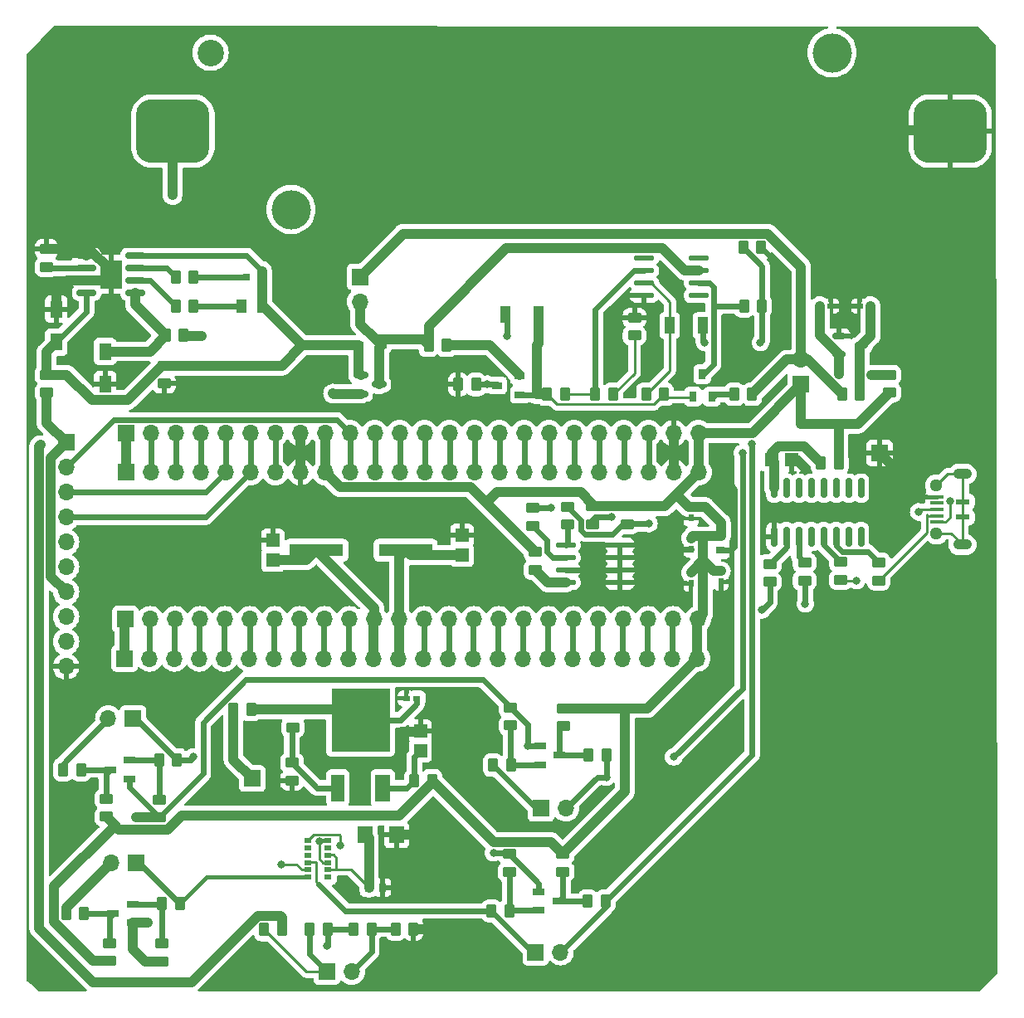
<source format=gbr>
%TF.GenerationSoftware,KiCad,Pcbnew,(7.0.0)*%
%TF.CreationDate,2023-04-03T15:53:06+02:00*%
%TF.ProjectId,HAT,4841542e-6b69-4636-9164-5f7063625858,rev?*%
%TF.SameCoordinates,Original*%
%TF.FileFunction,Copper,L1,Top*%
%TF.FilePolarity,Positive*%
%FSLAX46Y46*%
G04 Gerber Fmt 4.6, Leading zero omitted, Abs format (unit mm)*
G04 Created by KiCad (PCBNEW (7.0.0)) date 2023-04-03 15:53:06*
%MOMM*%
%LPD*%
G01*
G04 APERTURE LIST*
G04 Aperture macros list*
%AMRoundRect*
0 Rectangle with rounded corners*
0 $1 Rounding radius*
0 $2 $3 $4 $5 $6 $7 $8 $9 X,Y pos of 4 corners*
0 Add a 4 corners polygon primitive as box body*
4,1,4,$2,$3,$4,$5,$6,$7,$8,$9,$2,$3,0*
0 Add four circle primitives for the rounded corners*
1,1,$1+$1,$2,$3*
1,1,$1+$1,$4,$5*
1,1,$1+$1,$6,$7*
1,1,$1+$1,$8,$9*
0 Add four rect primitives between the rounded corners*
20,1,$1+$1,$2,$3,$4,$5,0*
20,1,$1+$1,$4,$5,$6,$7,0*
20,1,$1+$1,$6,$7,$8,$9,0*
20,1,$1+$1,$8,$9,$2,$3,0*%
G04 Aperture macros list end*
%TA.AperFunction,SMDPad,CuDef*%
%ADD10RoundRect,0.250000X0.262500X0.450000X-0.262500X0.450000X-0.262500X-0.450000X0.262500X-0.450000X0*%
%TD*%
%TA.AperFunction,ComponentPad*%
%ADD11R,1.700000X1.700000*%
%TD*%
%TA.AperFunction,ComponentPad*%
%ADD12O,1.700000X1.700000*%
%TD*%
%TA.AperFunction,SMDPad,CuDef*%
%ADD13R,1.000000X1.399543*%
%TD*%
%TA.AperFunction,SMDPad,CuDef*%
%ADD14RoundRect,0.150000X-0.512500X-0.150000X0.512500X-0.150000X0.512500X0.150000X-0.512500X0.150000X0*%
%TD*%
%TA.AperFunction,SMDPad,CuDef*%
%ADD15RoundRect,0.250000X-0.450000X0.262500X-0.450000X-0.262500X0.450000X-0.262500X0.450000X0.262500X0*%
%TD*%
%TA.AperFunction,SMDPad,CuDef*%
%ADD16RoundRect,0.250000X-0.262500X-0.450000X0.262500X-0.450000X0.262500X0.450000X-0.262500X0.450000X0*%
%TD*%
%TA.AperFunction,SMDPad,CuDef*%
%ADD17R,5.500000X1.300000*%
%TD*%
%TA.AperFunction,SMDPad,CuDef*%
%ADD18O,2.045009X0.588011*%
%TD*%
%TA.AperFunction,SMDPad,CuDef*%
%ADD19R,1.250013X0.700000*%
%TD*%
%TA.AperFunction,SMDPad,CuDef*%
%ADD20R,1.350013X1.410008*%
%TD*%
%TA.AperFunction,SMDPad,CuDef*%
%ADD21R,1.000000X0.800000*%
%TD*%
%TA.AperFunction,SMDPad,CuDef*%
%ADD22RoundRect,0.250000X0.450000X-0.262500X0.450000X0.262500X-0.450000X0.262500X-0.450000X-0.262500X0*%
%TD*%
%TA.AperFunction,SMDPad,CuDef*%
%ADD23R,1.000000X0.750013*%
%TD*%
%TA.AperFunction,SMDPad,CuDef*%
%ADD24R,1.410008X1.350013*%
%TD*%
%TA.AperFunction,SMDPad,CuDef*%
%ADD25R,0.800000X0.800000*%
%TD*%
%TA.AperFunction,ComponentPad*%
%ADD26C,4.000000*%
%TD*%
%TA.AperFunction,ComponentPad*%
%ADD27C,2.700000*%
%TD*%
%TA.AperFunction,SMDPad,CuDef*%
%ADD28RoundRect,1.625000X2.125000X1.625000X-2.125000X1.625000X-2.125000X-1.625000X2.125000X-1.625000X0*%
%TD*%
%TA.AperFunction,SMDPad,CuDef*%
%ADD29R,0.790094X0.540005*%
%TD*%
%TA.AperFunction,SMDPad,CuDef*%
%ADD30R,0.800000X0.550013*%
%TD*%
%TA.AperFunction,SMDPad,CuDef*%
%ADD31R,1.100000X1.700000*%
%TD*%
%TA.AperFunction,SMDPad,CuDef*%
%ADD32R,0.540005X0.790094*%
%TD*%
%TA.AperFunction,SMDPad,CuDef*%
%ADD33R,1.350013X2.800000*%
%TD*%
%TA.AperFunction,SMDPad,CuDef*%
%ADD34R,1.500000X2.800000*%
%TD*%
%TA.AperFunction,SMDPad,CuDef*%
%ADD35R,6.000000X6.500025*%
%TD*%
%TA.AperFunction,SMDPad,CuDef*%
%ADD36R,1.296012X1.757506*%
%TD*%
%TA.AperFunction,SMDPad,CuDef*%
%ADD37R,0.900000X0.800000*%
%TD*%
%TA.AperFunction,SMDPad,CuDef*%
%ADD38R,1.350000X0.400000*%
%TD*%
%TA.AperFunction,ComponentPad*%
%ADD39O,1.900000X1.070000*%
%TD*%
%TA.AperFunction,ComponentPad*%
%ADD40O,1.300000X1.300000*%
%TD*%
%TA.AperFunction,SMDPad,CuDef*%
%ADD41R,1.400000X0.600000*%
%TD*%
%TA.AperFunction,SMDPad,CuDef*%
%ADD42R,0.800000X1.000000*%
%TD*%
%TA.AperFunction,SMDPad,CuDef*%
%ADD43R,1.485014X1.727991*%
%TD*%
%TA.AperFunction,SMDPad,CuDef*%
%ADD44R,0.800000X0.900000*%
%TD*%
%TA.AperFunction,SMDPad,CuDef*%
%ADD45RoundRect,0.150000X0.150000X-0.825000X0.150000X0.825000X-0.150000X0.825000X-0.150000X-0.825000X0*%
%TD*%
%TA.AperFunction,SMDPad,CuDef*%
%ADD46RoundRect,0.150000X-0.587500X-0.150000X0.587500X-0.150000X0.587500X0.150000X-0.587500X0.150000X0*%
%TD*%
%TA.AperFunction,SMDPad,CuDef*%
%ADD47RoundRect,0.150000X-0.825000X-0.150000X0.825000X-0.150000X0.825000X0.150000X-0.825000X0.150000X0*%
%TD*%
%TA.AperFunction,SMDPad,CuDef*%
%ADD48R,2.290000X3.000000*%
%TD*%
%TA.AperFunction,ViaPad*%
%ADD49C,0.800000*%
%TD*%
%TA.AperFunction,Conductor*%
%ADD50C,1.000000*%
%TD*%
%TA.AperFunction,Conductor*%
%ADD51C,0.250000*%
%TD*%
%TA.AperFunction,Conductor*%
%ADD52C,0.600000*%
%TD*%
%TA.AperFunction,Conductor*%
%ADD53C,0.400000*%
%TD*%
G04 APERTURE END LIST*
D10*
%TO.P,R1,1*%
%TO.N,Net-(U2-VI)*%
X181596400Y-84644900D03*
%TO.P,R1,2*%
%TO.N,/Power Module/UVLO_3V3*%
X179771400Y-84644900D03*
%TD*%
D11*
%TO.P,J10,1,Pin_1*%
%TO.N,Net-(J10-Pin_1)*%
X106656399Y-107594899D03*
D12*
%TO.P,J10,2,Pin_2*%
%TO.N,Net-(J10-Pin_2)*%
X109196399Y-107594899D03*
%TO.P,J10,3,Pin_3*%
%TO.N,Net-(J10-Pin_3)*%
X111736399Y-107594899D03*
%TO.P,J10,4,Pin_4*%
%TO.N,Net-(J10-Pin_4)*%
X114276399Y-107594899D03*
%TO.P,J10,5,Pin_5*%
%TO.N,Net-(J10-Pin_5)*%
X116816399Y-107594899D03*
%TO.P,J10,6,Pin_6*%
%TO.N,Net-(J10-Pin_6)*%
X119356399Y-107594899D03*
%TO.P,J10,7,Pin_7*%
%TO.N,Net-(J10-Pin_7)*%
X121896399Y-107594899D03*
%TO.P,J10,8,Pin_8*%
%TO.N,Net-(J10-Pin_8)*%
X124436399Y-107594899D03*
%TO.P,J10,9,Pin_9*%
%TO.N,Net-(J10-Pin_9)*%
X126976399Y-107594899D03*
%TO.P,J10,10,Pin_10*%
%TO.N,Net-(J10-Pin_10)*%
X129516399Y-107594899D03*
%TO.P,J10,11,Pin_11*%
%TO.N,OSC IN*%
X132056399Y-107594899D03*
%TO.P,J10,12,Pin_12*%
%TO.N,OSC OUT*%
X134596399Y-107594899D03*
%TO.P,J10,13,Pin_13*%
%TO.N,Net-(J10-Pin_13)*%
X137136399Y-107594899D03*
%TO.P,J10,14,Pin_14*%
%TO.N,Net-(J10-Pin_14)*%
X139676399Y-107594899D03*
%TO.P,J10,15,Pin_15*%
%TO.N,Net-(J10-Pin_15)*%
X142216399Y-107594899D03*
%TO.P,J10,16,Pin_16*%
%TO.N,Net-(J10-Pin_16)*%
X144756399Y-107594899D03*
%TO.P,J10,17,Pin_17*%
%TO.N,Net-(J10-Pin_17)*%
X147296399Y-107594899D03*
%TO.P,J10,18,Pin_18*%
%TO.N,Net-(J10-Pin_18)*%
X149836399Y-107594899D03*
%TO.P,J10,19,Pin_19*%
%TO.N,Net-(J10-Pin_19)*%
X152376399Y-107594899D03*
%TO.P,J10,20,Pin_20*%
%TO.N,Net-(J10-Pin_20)*%
X154916399Y-107594899D03*
%TO.P,J10,21,Pin_21*%
%TO.N,Net-(J10-Pin_21)*%
X157456399Y-107594899D03*
%TO.P,J10,22,Pin_22*%
%TO.N,Net-(J10-Pin_22)*%
X159996399Y-107594899D03*
%TO.P,J10,23,Pin_23*%
%TO.N,Net-(J10-Pin_23)*%
X162536399Y-107594899D03*
%TO.P,J10,24,Pin_24*%
%TO.N,/MicroController_Interfacing/3V3*%
X165076399Y-107594899D03*
%TD*%
D13*
%TO.P,LED2,1,K*%
%TO.N,Net-(LED2-K)*%
X118489999Y-75650899D03*
%TO.P,LED2,2,A*%
%TO.N,Net-(D1-A)*%
X120590583Y-75650899D03*
%TD*%
D11*
%TO.P,J12,1,Pin_1*%
%TO.N,/Sensor Module/Logic Level Shifting/A2*%
X148506399Y-141569823D03*
D12*
%TO.P,J12,2,Pin_2*%
%TO.N,/MicroController_Interfacing/GPIO 0*%
X151046399Y-141569823D03*
%TD*%
D14*
%TO.P,U2,1,GND*%
%TO.N,GND*%
X179458900Y-78694900D03*
%TO.P,U2,2,VO*%
%TO.N,Net-(U2-VO)*%
X179458900Y-80594900D03*
%TO.P,U2,3,VI*%
%TO.N,Net-(U2-VI)*%
X181733900Y-79644900D03*
%TD*%
D10*
%TO.P,R51,1*%
%TO.N,Net-(Q7-D)*%
X102431400Y-137644900D03*
%TO.P,R51,2*%
%TO.N,/MicroController_Interfacing/DigitalSensorSDA*%
X100606400Y-137644900D03*
%TD*%
D15*
%TO.P,R19,1*%
%TO.N,Net-(Q8-ADJ)*%
X123646400Y-122232400D03*
%TO.P,R19,2*%
%TO.N,GND*%
X123646400Y-124057400D03*
%TD*%
D16*
%TO.P,R36,1*%
%TO.N,/Sensor Module/Logic Level Shifting/A2*%
X144021400Y-137369824D03*
%TO.P,R36,2*%
%TO.N,Net-(Q4-S)*%
X145846400Y-137369824D03*
%TD*%
D10*
%TO.P,R22,1*%
%TO.N,/Power Module/V_BAT+*%
X122638144Y-139264900D03*
%TO.P,R22,2*%
%TO.N,Net-(J4-Pin_1)*%
X120813144Y-139264900D03*
%TD*%
%TO.P,R50,1*%
%TO.N,Net-(Q6-D)*%
X102131400Y-122944900D03*
%TO.P,R50,2*%
%TO.N,/MicroController_Interfacing/DigitalSensorSCL*%
X100306400Y-122944900D03*
%TD*%
D17*
%TO.P,Y1,1,1*%
%TO.N,OSC OUT*%
X135241317Y-100542899D03*
%TO.P,Y1,2,2*%
%TO.N,OSC IN*%
X126135399Y-100542899D03*
%TD*%
D18*
%TO.P,U6,1,A0*%
%TO.N,GND*%
X157123399Y-103844899D03*
%TO.P,U6,2,A1*%
X157123399Y-102574896D03*
%TO.P,U6,3,A2*%
X157123399Y-101304894D03*
%TO.P,U6,4,GND*%
X157123399Y-100034891D03*
%TO.P,U6,5,SDA*%
%TO.N,Net-(U6-SDA)*%
X151578567Y-100034891D03*
%TO.P,U6,6,SCL*%
%TO.N,Net-(U6-SCL)*%
X151578567Y-101304894D03*
%TO.P,U6,7,WP*%
%TO.N,GND*%
X151578567Y-102574896D03*
%TO.P,U6,8,VCC*%
%TO.N,Net-(U6-VCC)*%
X151578567Y-103844899D03*
%TD*%
D19*
%TO.P,Q5,1,G*%
%TO.N,/Sensor Module/Logic Level Shifting/2V8*%
X148946399Y-120544899D03*
%TO.P,Q5,2,S*%
%TO.N,Net-(Q5-S)*%
X148946399Y-122444823D03*
%TO.P,Q5,3,D*%
%TO.N,Net-(Q5-D)*%
X150946399Y-121494861D03*
%TD*%
D10*
%TO.P,R8,1*%
%TO.N,/Power Module/V_BAT+*%
X112596400Y-78644900D03*
%TO.P,R8,2*%
%TO.N,Net-(U1-BAT)*%
X110771400Y-78644900D03*
%TD*%
D20*
%TO.P,C11,1*%
%TO.N,OSC IN*%
X121690399Y-101558899D03*
%TO.P,C11,2*%
%TO.N,GND*%
X121690399Y-99558899D03*
%TD*%
D21*
%TO.P,Q2,1,S*%
%TO.N,Net-(D2-K)*%
X146887199Y-84693299D03*
%TO.P,Q2,2,D*%
%TO.N,Net-(Q2-D)*%
X146887199Y-82793273D03*
%TO.P,Q2,3,G*%
%TO.N,Net-(D2-A)*%
X144587173Y-83743235D03*
%TD*%
D11*
%TO.P,J7,1,Pin_1*%
%TO.N,GND*%
X183596399Y-90644899D03*
%TD*%
D22*
%TO.P,R32,1*%
%TO.N,Net-(J6-D+)*%
X179653200Y-103589000D03*
%TO.P,R32,2*%
%TO.N,USB D+*%
X179653200Y-101764000D03*
%TD*%
D10*
%TO.P,R45,1*%
%TO.N,/Sensor Module/Logic Level Shifting/A4*%
X112231400Y-136644900D03*
%TO.P,R45,2*%
%TO.N,Net-(Q7-S)*%
X110406400Y-136644900D03*
%TD*%
D11*
%TO.P,J2,1,Pin_1*%
%TO.N,/Power Module/UVLO_3V3*%
X130596399Y-72644899D03*
D12*
%TO.P,J2,2,Pin_2*%
%TO.N,/Power Module/CHRG_OUT*%
X130596399Y-75184899D03*
%TD*%
D23*
%TO.P,D1,1,K*%
%TO.N,/Power Module/CHRG_OUT*%
X132768992Y-79644899D03*
%TO.P,D1,2,A*%
%TO.N,Net-(D1-A)*%
X130423806Y-79644899D03*
%TD*%
D24*
%TO.P,C12,1*%
%TO.N,Net-(U7-VCC)*%
X172596399Y-91348099D03*
%TO.P,C12,2*%
%TO.N,GND*%
X174596399Y-91348099D03*
%TD*%
D10*
%TO.P,R3,1*%
%TO.N,Net-(LED1-K)*%
X113596400Y-72644900D03*
%TO.P,R3,2*%
%TO.N,Net-(U1-~{CHRG})*%
X111771400Y-72644900D03*
%TD*%
D22*
%TO.P,R49,1*%
%TO.N,/MicroController_Interfacing/3V3*%
X105006400Y-142469900D03*
%TO.P,R49,2*%
%TO.N,Net-(Q7-D)*%
X105006400Y-140644900D03*
%TD*%
D25*
%TO.P,LED1,1,K*%
%TO.N,Net-(LED1-K)*%
X118997465Y-72651757D03*
%TO.P,LED1,2,A*%
%TO.N,Net-(D1-A)*%
X120596399Y-72644899D03*
%TD*%
D22*
%TO.P,R13,1*%
%TO.N,Net-(R12-Pad2)*%
X158596400Y-78644900D03*
%TO.P,R13,2*%
%TO.N,GND*%
X158596400Y-76819900D03*
%TD*%
D15*
%TO.P,R39,1*%
%TO.N,/Sensor Module/Logic Level Shifting/2V8*%
X145946400Y-116619824D03*
%TO.P,R39,2*%
%TO.N,Net-(Q5-S)*%
X145946400Y-118444824D03*
%TD*%
D19*
%TO.P,Q7,1,G*%
%TO.N,/Sensor Module/Logic Level Shifting/2V8*%
X107406399Y-138594861D03*
%TO.P,Q7,2,S*%
%TO.N,Net-(Q7-S)*%
X107406399Y-136694937D03*
%TO.P,Q7,3,D*%
%TO.N,Net-(Q7-D)*%
X105406399Y-137644899D03*
%TD*%
D16*
%TO.P,R31,1*%
%TO.N,Net-(U7-VCC)*%
X177596400Y-91644900D03*
%TO.P,R31,2*%
%TO.N,/MicroController_Interfacing/3V3*%
X179421400Y-91644900D03*
%TD*%
D11*
%TO.P,J14,1,Pin_1*%
%TO.N,/Sensor Module/Logic Level Shifting/A3*%
X107446399Y-117744899D03*
D12*
%TO.P,J14,2,Pin_2*%
%TO.N,/MicroController_Interfacing/DigitalSensorSCL*%
X104906399Y-117744899D03*
%TD*%
D15*
%TO.P,R38,1*%
%TO.N,/Sensor Module/Logic Level Shifting/2V8*%
X145846400Y-131544824D03*
%TO.P,R38,2*%
%TO.N,Net-(Q4-S)*%
X145846400Y-133369824D03*
%TD*%
D16*
%TO.P,R15,1*%
%TO.N,Net-(D3-A)*%
X169683900Y-69644900D03*
%TO.P,R15,2*%
%TO.N,GND*%
X171508900Y-69644900D03*
%TD*%
D26*
%TO.P,BT1,*%
%TO.N,*%
X178754800Y-49785000D03*
X123554800Y-65785000D03*
D27*
X115334800Y-49785000D03*
D28*
%TO.P,BT1,1,+*%
%TO.N,/Power Module/V_BAT+*%
X111504800Y-57785000D03*
%TO.P,BT1,2,-*%
%TO.N,GND*%
X190804800Y-57785000D03*
%TD*%
D29*
%TO.P,C3,1*%
%TO.N,Net-(U2-VO)*%
X177506229Y-75644899D03*
%TO.P,C3,2*%
%TO.N,GND*%
X178596399Y-75644899D03*
%TD*%
D30*
%TO.P,U4,1,GPIO1*%
%TO.N,/Sensor Module/Logic Level Shifting/A1*%
X125297199Y-130168435D03*
%TO.P,U4,2,NC*%
%TO.N,unconnected-(U4-NC-Pad2)*%
X125297199Y-130918499D03*
%TO.P,U4,3,NC*%
%TO.N,unconnected-(U4-NC-Pad3)*%
X125297199Y-131668562D03*
%TO.P,U4,4,GPIO0*%
%TO.N,/Sensor Module/Logic Level Shifting/A2*%
X125297199Y-132418372D03*
%TO.P,U4,5,SCL*%
%TO.N,/Sensor Module/Logic Level Shifting/A3*%
X125297199Y-133168435D03*
%TO.P,U4,6,SDA*%
%TO.N,/Sensor Module/Logic Level Shifting/A4*%
X125297199Y-133918499D03*
%TO.P,U4,7,NC*%
%TO.N,unconnected-(U4-NC-Pad7)*%
X127297199Y-133918499D03*
%TO.P,U4,8,AVDD_VCSELL*%
%TO.N,/Sensor Module/2V8*%
X127297199Y-133168435D03*
%TO.P,U4,9,AVSS_VCSELL*%
%TO.N,GND*%
X127297199Y-132418372D03*
%TO.P,U4,10,AVDD*%
%TO.N,/Sensor Module/2V8*%
X127297199Y-131668562D03*
%TO.P,U4,11,NC*%
%TO.N,unconnected-(U4-NC-Pad11)*%
X127297199Y-130918499D03*
%TO.P,U4,12,GND*%
%TO.N,GND*%
X127297199Y-130168435D03*
%TD*%
D15*
%TO.P,R35,1*%
%TO.N,Net-(U7-RXD)*%
X175944800Y-101816700D03*
%TO.P,R35,2*%
%TO.N,USART_TX*%
X175944800Y-103641700D03*
%TD*%
D18*
%TO.P,U3,1,VOS*%
%TO.N,unconnected-(U3-VOS-Pad1)*%
X159596399Y-70739895D03*
%TO.P,U3,2,-*%
%TO.N,Net-(U3--)*%
X159596399Y-72009898D03*
%TO.P,U3,3,+*%
%TO.N,Net-(D3-K)*%
X159596399Y-73279900D03*
%TO.P,U3,4,V-*%
%TO.N,GND*%
X159596399Y-74549903D03*
%TO.P,U3,5,NC*%
%TO.N,unconnected-(U3-NC-Pad5)*%
X165141231Y-74549903D03*
%TO.P,U3,6*%
%TO.N,Net-(Q3-G)*%
X165141231Y-73279900D03*
%TO.P,U3,7,V+*%
%TO.N,/Power Module/CHRG_OUT*%
X165141231Y-72009898D03*
%TO.P,U3,8,VOS*%
%TO.N,unconnected-(U3-VOS-Pad8)*%
X165141231Y-70739895D03*
%TD*%
D15*
%TO.P,R34,1*%
%TO.N,Net-(U7-TXD)*%
X172388800Y-101965300D03*
%TO.P,R34,2*%
%TO.N,USART_RX*%
X172388800Y-103790300D03*
%TD*%
D22*
%TO.P,R20,1*%
%TO.N,Net-(Q8-ADJ)*%
X123746400Y-118657298D03*
%TO.P,R20,2*%
%TO.N,Net-(Q8-OUT)*%
X123746400Y-116832298D03*
%TD*%
D31*
%TO.P,D2,1,K*%
%TO.N,Net-(D2-K)*%
X148790424Y-76463699D03*
%TO.P,D2,2,A*%
%TO.N,Net-(D2-A)*%
X145390374Y-76463699D03*
%TD*%
D15*
%TO.P,R40,1*%
%TO.N,/MicroController_Interfacing/3V3*%
X151271400Y-131544824D03*
%TO.P,R40,2*%
%TO.N,Net-(Q4-D)*%
X151271400Y-133369824D03*
%TD*%
%TO.P,R29,1*%
%TO.N,/MicroController_Interfacing/3V3*%
X157885400Y-96074400D03*
%TO.P,R29,2*%
%TO.N,EEPROMSDA*%
X157885400Y-97899400D03*
%TD*%
D22*
%TO.P,R47,1*%
%TO.N,/Sensor Module/Logic Level Shifting/2V8*%
X110406400Y-142519938D03*
%TO.P,R47,2*%
%TO.N,Net-(Q7-S)*%
X110406400Y-140694938D03*
%TD*%
D10*
%TO.P,R4,1*%
%TO.N,Net-(LED2-K)*%
X113596400Y-75644900D03*
%TO.P,R4,2*%
%TO.N,Net-(U1-~{STDBY})*%
X111771400Y-75644900D03*
%TD*%
D11*
%TO.P,J8,1,Pin_1*%
%TO.N,Net-(J8-Pin_1)*%
X106696399Y-88594899D03*
D12*
%TO.P,J8,2,Pin_2*%
%TO.N,Net-(J8-Pin_2)*%
X109236399Y-88594899D03*
%TO.P,J8,3,Pin_3*%
%TO.N,Net-(J8-Pin_3)*%
X111776399Y-88594899D03*
%TO.P,J8,4,Pin_4*%
%TO.N,Net-(J8-Pin_4)*%
X114316399Y-88594899D03*
%TO.P,J8,5,Pin_5*%
%TO.N,/MicroController_Interfacing/DigitalSensorSDA*%
X116856399Y-88594899D03*
%TO.P,J8,6,Pin_6*%
%TO.N,/MicroController_Interfacing/DigitalSensorSCL*%
X119396399Y-88594899D03*
%TO.P,J8,7,Pin_7*%
%TO.N,Net-(J8-Pin_7)*%
X121936399Y-88594899D03*
%TO.P,J8,8,Pin_8*%
%TO.N,GND*%
X124476399Y-88594899D03*
%TO.P,J8,9,Pin_9*%
%TO.N,/MicroController_Interfacing/3V3*%
X127016399Y-88594899D03*
%TO.P,J8,10,Pin_10*%
%TO.N,/MicroController_Interfacing/A0*%
X129556399Y-88594899D03*
%TO.P,J8,11,Pin_11*%
%TO.N,/MicroController_Interfacing/GPIO 0*%
X132096399Y-88594899D03*
%TO.P,J8,12,Pin_12*%
%TO.N,/MicroController_Interfacing/GPIO 1*%
X134636399Y-88594899D03*
%TO.P,J8,13,Pin_13*%
%TO.N,Net-(J8-Pin_13)*%
X137176399Y-88594899D03*
%TO.P,J8,14,Pin_14*%
%TO.N,Net-(J8-Pin_14)*%
X139716399Y-88594899D03*
%TO.P,J8,15,Pin_15*%
%TO.N,Net-(J8-Pin_15)*%
X142256399Y-88594899D03*
%TO.P,J8,16,Pin_16*%
%TO.N,Net-(J8-Pin_16)*%
X144796399Y-88594899D03*
%TO.P,J8,17,Pin_17*%
%TO.N,Net-(J8-Pin_17)*%
X147336399Y-88594899D03*
%TO.P,J8,18,Pin_18*%
%TO.N,Net-(J8-Pin_18)*%
X149876399Y-88594899D03*
%TO.P,J8,19,Pin_19*%
%TO.N,Net-(J8-Pin_19)*%
X152416399Y-88594899D03*
%TO.P,J8,20,Pin_20*%
%TO.N,Net-(J8-Pin_20)*%
X154956399Y-88594899D03*
%TO.P,J8,21,Pin_21*%
%TO.N,EEPROMSCL*%
X157496399Y-88594899D03*
%TO.P,J8,22,Pin_22*%
%TO.N,EEPROMSDA*%
X160036399Y-88594899D03*
%TO.P,J8,23,Pin_23*%
%TO.N,GND*%
X162576399Y-88594899D03*
%TO.P,J8,24,Pin_24*%
%TO.N,/MicroController_Interfacing/3V3*%
X165116399Y-88594899D03*
%TD*%
D11*
%TO.P,J1,1,Pin_1*%
%TO.N,/MicroController_Interfacing/3V3*%
X175596399Y-83644899D03*
D12*
%TO.P,J1,2,Pin_2*%
%TO.N,/Power Module/UVLO_3V3*%
X175596399Y-81104899D03*
%TD*%
D19*
%TO.P,Q6,1,G*%
%TO.N,/Sensor Module/Logic Level Shifting/2V8*%
X107106399Y-123894861D03*
%TO.P,Q6,2,S*%
%TO.N,Net-(Q6-S)*%
X107106399Y-121994937D03*
%TO.P,Q6,3,D*%
%TO.N,Net-(Q6-D)*%
X105106399Y-122944899D03*
%TD*%
D22*
%TO.P,R6,1*%
%TO.N,GND*%
X110596400Y-83557400D03*
%TO.P,R6,2*%
%TO.N,Net-(D1-A)*%
X110596400Y-81732400D03*
%TD*%
D32*
%TO.P,C14,1*%
%TO.N,/MicroController_Interfacing/3V3*%
X167410399Y-102692754D03*
%TO.P,C14,2*%
%TO.N,GND*%
X167410399Y-103782924D03*
%TD*%
D33*
%TO.P,Q8,1,ADJ*%
%TO.N,Net-(Q8-ADJ)*%
X128339312Y-124807513D03*
D34*
%TO.P,Q8,3,VIN*%
%TO.N,Net-(Q8-VIN)*%
X132919196Y-124807513D03*
D35*
%TO.P,Q8,4,OUT*%
%TO.N,Net-(Q8-OUT)*%
X130646399Y-117857297D03*
%TD*%
D16*
%TO.P,R25,1*%
%TO.N,Net-(J4-Pin_2)*%
X134213144Y-139214900D03*
%TO.P,R25,2*%
%TO.N,GND*%
X136038144Y-139214900D03*
%TD*%
D32*
%TO.P,C17,1*%
%TO.N,/MicroController_Interfacing/3V3*%
X164362399Y-96150729D03*
%TO.P,C17,2*%
%TO.N,GND*%
X164362399Y-97240899D03*
%TD*%
D36*
%TO.P,C4,1*%
%TO.N,Net-(U1-BAT)*%
X104596399Y-80272281D03*
%TO.P,C4,2*%
%TO.N,GND*%
X104596399Y-83644899D03*
%TD*%
D32*
%TO.P,C13,1*%
%TO.N,/MicroController_Interfacing/3V3*%
X164362399Y-102819754D03*
%TO.P,C13,2*%
%TO.N,GND*%
X164362399Y-103909924D03*
%TD*%
%TO.P,C16,1*%
%TO.N,/MicroController_Interfacing/3V3*%
X164362399Y-99325729D03*
%TO.P,C16,2*%
%TO.N,GND*%
X164362399Y-100415899D03*
%TD*%
D22*
%TO.P,R48,1*%
%TO.N,/MicroController_Interfacing/3V3*%
X104706400Y-127744900D03*
%TO.P,R48,2*%
%TO.N,Net-(Q6-D)*%
X104706400Y-125919900D03*
%TD*%
D15*
%TO.P,R5,1*%
%TO.N,GND*%
X98596400Y-69819900D03*
%TO.P,R5,2*%
%TO.N,Net-(U1-PROG)*%
X98596400Y-71644900D03*
%TD*%
D22*
%TO.P,R28,1*%
%TO.N,Net-(U6-SCL)*%
X148233400Y-98049900D03*
%TO.P,R28,2*%
%TO.N,EEPROMSCL*%
X148233400Y-96224900D03*
%TD*%
D16*
%TO.P,R11,1*%
%TO.N,Net-(D2-K)*%
X149683900Y-84644900D03*
%TO.P,R11,2*%
%TO.N,Net-(U3--)*%
X151508900Y-84644900D03*
%TD*%
D37*
%TO.P,C15,1*%
%TO.N,/MicroController_Interfacing/3V3*%
X167359599Y-99142849D03*
%TO.P,C15,2*%
%TO.N,GND*%
X167359599Y-100542899D03*
%TD*%
D38*
%TO.P,J6,1,VBUS*%
%TO.N,/MicroController_Interfacing/USB 5V*%
X189449199Y-97690099D03*
%TO.P,J6,2,D-*%
%TO.N,Net-(J6-D-)*%
X189449199Y-97040099D03*
%TO.P,J6,3,D+*%
%TO.N,Net-(J6-D+)*%
X189449199Y-96390099D03*
%TO.P,J6,4,ID*%
%TO.N,unconnected-(J6-ID-Pad4)*%
X189449199Y-95740099D03*
%TO.P,J6,5,GND*%
%TO.N,GND*%
X189449199Y-95090099D03*
D39*
%TO.P,J6,6,Shield*%
%TO.N,unconnected-(J6-Shield-Pad6)*%
X192049199Y-99990099D03*
D40*
X189399199Y-98815099D03*
D41*
X192099199Y-97190099D03*
X192099199Y-95590099D03*
D40*
X189399199Y-93965099D03*
D39*
X192049199Y-92790099D03*
%TD*%
D22*
%TO.P,R26,1*%
%TO.N,Net-(U6-VCC)*%
X148487400Y-102574900D03*
%TO.P,R26,2*%
%TO.N,/MicroController_Interfacing/3V3*%
X148487400Y-100749900D03*
%TD*%
D42*
%TO.P,Q3,1,S*%
%TO.N,Net-(D2-K)*%
X164565599Y-84896499D03*
%TO.P,Q3,2,D*%
%TO.N,Net-(Q3-D)*%
X166465625Y-84896499D03*
%TO.P,Q3,3,G*%
%TO.N,Net-(Q3-G)*%
X165515663Y-82596473D03*
%TD*%
D10*
%TO.P,R17,1*%
%TO.N,/Power Module/UVLO_3V3*%
X170596400Y-84644900D03*
%TO.P,R17,2*%
%TO.N,Net-(Q3-D)*%
X168771400Y-84644900D03*
%TD*%
%TO.P,R18,1*%
%TO.N,/MicroController_Interfacing/3V3*%
X137946400Y-124057400D03*
%TO.P,R18,2*%
%TO.N,Net-(Q8-VIN)*%
X136121400Y-124057400D03*
%TD*%
D43*
%TO.P,C6,1*%
%TO.N,/Sensor Module/2V8*%
X131146399Y-129595026D03*
%TO.P,C6,2*%
%TO.N,GND*%
X134331565Y-129595026D03*
%TD*%
D20*
%TO.P,C10,1*%
%TO.N,OSC OUT*%
X140994399Y-101050899D03*
%TO.P,C10,2*%
%TO.N,GND*%
X140994399Y-99050899D03*
%TD*%
D10*
%TO.P,R23,1*%
%TO.N,/MicroController_Interfacing/A0*%
X127263144Y-139264900D03*
%TO.P,R23,2*%
%TO.N,Net-(J4-Pin_1)*%
X125438144Y-139264900D03*
%TD*%
D11*
%TO.P,J15,1,Pin_1*%
%TO.N,/Sensor Module/Logic Level Shifting/A4*%
X107746399Y-132444899D03*
D12*
%TO.P,J15,2,Pin_2*%
%TO.N,/MicroController_Interfacing/DigitalSensorSDA*%
X105206399Y-132444899D03*
%TD*%
D11*
%TO.P,J5,1,Pin_1*%
%TO.N,/MicroController_Interfacing/USB 5V*%
X100596399Y-89564899D03*
D12*
%TO.P,J5,2,Pin_2*%
%TO.N,/MicroController_Interfacing/A0*%
X100596399Y-92104899D03*
%TO.P,J5,3,Pin_3*%
%TO.N,/MicroController_Interfacing/DigitalSensorSDA*%
X100596399Y-94644899D03*
%TO.P,J5,4,Pin_4*%
%TO.N,/MicroController_Interfacing/DigitalSensorSCL*%
X100596399Y-97184899D03*
%TO.P,J5,5,Pin_5*%
%TO.N,unconnected-(J5-Pin_5-Pad5)*%
X100596399Y-99724899D03*
%TO.P,J5,6,Pin_6*%
%TO.N,unconnected-(J5-Pin_6-Pad6)*%
X100596399Y-102264899D03*
%TO.P,J5,7,Pin_7*%
%TO.N,/MicroController_Interfacing/USB 5V*%
X100596399Y-104804899D03*
%TO.P,J5,8,Pin_8*%
%TO.N,USART_TX*%
X100596399Y-107344899D03*
%TO.P,J5,9,Pin_9*%
%TO.N,USART_RX*%
X100596399Y-109884899D03*
%TO.P,J5,10,Pin_10*%
%TO.N,GND*%
X100596399Y-112424899D03*
%TD*%
D10*
%TO.P,R14,1*%
%TO.N,Net-(D2-K)*%
X161596400Y-84644900D03*
%TO.P,R14,2*%
%TO.N,Net-(D3-K)*%
X159771400Y-84644900D03*
%TD*%
D11*
%TO.P,J11,1,Pin_1*%
%TO.N,Net-(J10-Pin_1)*%
X106576399Y-111594899D03*
D12*
%TO.P,J11,2,Pin_2*%
%TO.N,Net-(J10-Pin_2)*%
X109116399Y-111594899D03*
%TO.P,J11,3,Pin_3*%
%TO.N,Net-(J10-Pin_3)*%
X111656399Y-111594899D03*
%TO.P,J11,4,Pin_4*%
%TO.N,Net-(J10-Pin_4)*%
X114196399Y-111594899D03*
%TO.P,J11,5,Pin_5*%
%TO.N,Net-(J10-Pin_5)*%
X116736399Y-111594899D03*
%TO.P,J11,6,Pin_6*%
%TO.N,Net-(J10-Pin_6)*%
X119276399Y-111594899D03*
%TO.P,J11,7,Pin_7*%
%TO.N,Net-(J10-Pin_7)*%
X121816399Y-111594899D03*
%TO.P,J11,8,Pin_8*%
%TO.N,Net-(J10-Pin_8)*%
X124356399Y-111594899D03*
%TO.P,J11,9,Pin_9*%
%TO.N,Net-(J10-Pin_9)*%
X126896399Y-111594899D03*
%TO.P,J11,10,Pin_10*%
%TO.N,Net-(J10-Pin_10)*%
X129436399Y-111594899D03*
%TO.P,J11,11,Pin_11*%
%TO.N,OSC IN*%
X131976399Y-111594899D03*
%TO.P,J11,12,Pin_12*%
%TO.N,OSC OUT*%
X134516399Y-111594899D03*
%TO.P,J11,13,Pin_13*%
%TO.N,Net-(J10-Pin_13)*%
X137056399Y-111594899D03*
%TO.P,J11,14,Pin_14*%
%TO.N,Net-(J10-Pin_14)*%
X139596399Y-111594899D03*
%TO.P,J11,15,Pin_15*%
%TO.N,Net-(J10-Pin_15)*%
X142136399Y-111594899D03*
%TO.P,J11,16,Pin_16*%
%TO.N,Net-(J10-Pin_16)*%
X144676399Y-111594899D03*
%TO.P,J11,17,Pin_17*%
%TO.N,Net-(J10-Pin_17)*%
X147216399Y-111594899D03*
%TO.P,J11,18,Pin_18*%
%TO.N,Net-(J10-Pin_18)*%
X149756399Y-111594899D03*
%TO.P,J11,19,Pin_19*%
%TO.N,Net-(J10-Pin_19)*%
X152296399Y-111594899D03*
%TO.P,J11,20,Pin_20*%
%TO.N,Net-(J10-Pin_20)*%
X154836399Y-111594899D03*
%TO.P,J11,21,Pin_21*%
%TO.N,Net-(J10-Pin_21)*%
X157376399Y-111594899D03*
%TO.P,J11,22,Pin_22*%
%TO.N,Net-(J10-Pin_22)*%
X159916399Y-111594899D03*
%TO.P,J11,23,Pin_23*%
%TO.N,Net-(J10-Pin_23)*%
X162456399Y-111594899D03*
%TO.P,J11,24,Pin_24*%
%TO.N,/MicroController_Interfacing/3V3*%
X164996399Y-111594899D03*
%TD*%
D36*
%TO.P,C1,1*%
%TO.N,GND*%
X99596399Y-75958590D03*
%TO.P,C1,2*%
%TO.N,Net-(D1-A)*%
X99596399Y-79331208D03*
%TD*%
D10*
%TO.P,R24,1*%
%TO.N,Net-(J4-Pin_2)*%
X131750644Y-139264900D03*
%TO.P,R24,2*%
%TO.N,/MicroController_Interfacing/A0*%
X129925644Y-139264900D03*
%TD*%
D44*
%TO.P,C7,1*%
%TO.N,/Sensor Module/2V8*%
X131466349Y-134985299D03*
%TO.P,C7,2*%
%TO.N,GND*%
X132866399Y-134985299D03*
%TD*%
D10*
%TO.P,R21,1*%
%TO.N,Net-(Q8-OUT)*%
X119496400Y-116807400D03*
%TO.P,R21,2*%
%TO.N,/Sensor Module/2V8*%
X117671400Y-116807400D03*
%TD*%
D15*
%TO.P,R41,1*%
%TO.N,/MicroController_Interfacing/3V3*%
X151371400Y-116669862D03*
%TO.P,R41,2*%
%TO.N,Net-(Q5-D)*%
X151371400Y-118494862D03*
%TD*%
D16*
%TO.P,R37,1*%
%TO.N,/Sensor Module/Logic Level Shifting/A1*%
X144146400Y-122494862D03*
%TO.P,R37,2*%
%TO.N,Net-(Q5-S)*%
X145971400Y-122494862D03*
%TD*%
D45*
%TO.P,U7,1,GND*%
%TO.N,GND*%
X172846000Y-99171300D03*
%TO.P,U7,2,TXD*%
%TO.N,Net-(U7-TXD)*%
X174116000Y-99171300D03*
%TO.P,U7,3,RXD*%
%TO.N,Net-(U7-RXD)*%
X175386000Y-99171300D03*
%TO.P,U7,4,V3*%
%TO.N,unconnected-(U7-V3-Pad4)*%
X176656000Y-99171300D03*
%TO.P,U7,5,UD+*%
%TO.N,USB D+*%
X177926000Y-99171300D03*
%TO.P,U7,6,UD-*%
%TO.N,USB D-*%
X179196000Y-99171300D03*
%TO.P,U7,7,NC*%
%TO.N,unconnected-(U7-NC-Pad7)*%
X180466000Y-99171300D03*
%TO.P,U7,8,NC*%
%TO.N,unconnected-(U7-NC-Pad8)*%
X181736000Y-99171300D03*
%TO.P,U7,9,~{CTS}*%
%TO.N,unconnected-(U7-~{CTS}-Pad9)*%
X181736000Y-94221300D03*
%TO.P,U7,10,~{DSR}*%
%TO.N,unconnected-(U7-~{DSR}-Pad10)*%
X180466000Y-94221300D03*
%TO.P,U7,11,~{RI}*%
%TO.N,unconnected-(U7-~{RI}-Pad11)*%
X179196000Y-94221300D03*
%TO.P,U7,12,~{DCD}*%
%TO.N,unconnected-(U7-~{DCD}-Pad12)*%
X177926000Y-94221300D03*
%TO.P,U7,13,~{DTR}*%
%TO.N,unconnected-(U7-~{DTR}-Pad13)*%
X176656000Y-94221300D03*
%TO.P,U7,14,~{RTS}*%
%TO.N,unconnected-(U7-~{RTS}-Pad14)*%
X175386000Y-94221300D03*
%TO.P,U7,15,R232*%
%TO.N,unconnected-(U7-R232-Pad15)*%
X174116000Y-94221300D03*
%TO.P,U7,16,VCC*%
%TO.N,Net-(U7-VCC)*%
X172846000Y-94221300D03*
%TD*%
D16*
%TO.P,R43,1*%
%TO.N,Net-(Q5-D)*%
X153896400Y-121444824D03*
%TO.P,R43,2*%
%TO.N,/MicroController_Interfacing/GPIO 1*%
X155721400Y-121444824D03*
%TD*%
D10*
%TO.P,R10,1*%
%TO.N,Net-(D2-A)*%
X142421400Y-83644900D03*
%TO.P,R10,2*%
%TO.N,GND*%
X140596400Y-83644900D03*
%TD*%
D29*
%TO.P,C9,1*%
%TO.N,GND*%
X135306229Y-115657399D03*
%TO.P,C9,2*%
%TO.N,Net-(Q8-OUT)*%
X136396399Y-115657399D03*
%TD*%
D46*
%TO.P,Q1,1,G*%
%TO.N,Net-(D1-A)*%
X130658900Y-82694900D03*
%TO.P,Q1,2,S*%
%TO.N,/Power Module/V_BAT+*%
X130658900Y-84594900D03*
%TO.P,Q1,3,D*%
%TO.N,/Power Module/CHRG_OUT*%
X132533900Y-83644900D03*
%TD*%
D20*
%TO.P,C8,1*%
%TO.N,GND*%
X136746399Y-119007399D03*
%TO.P,C8,2*%
%TO.N,Net-(Q8-VIN)*%
X136746399Y-121007399D03*
%TD*%
D11*
%TO.P,J4,1,Pin_1*%
%TO.N,Net-(J4-Pin_1)*%
X127198143Y-143564899D03*
D12*
%TO.P,J4,2,Pin_2*%
%TO.N,Net-(J4-Pin_2)*%
X129738143Y-143564899D03*
%TD*%
D22*
%TO.P,R2,1*%
%TO.N,/MicroController_Interfacing/USB 5V*%
X98596400Y-84469900D03*
%TO.P,R2,2*%
%TO.N,Net-(D1-A)*%
X98596400Y-82644900D03*
%TD*%
D10*
%TO.P,R9,1*%
%TO.N,Net-(Q2-D)*%
X139421400Y-79644900D03*
%TO.P,R9,2*%
%TO.N,/Power Module/CHRG_OUT*%
X137596400Y-79644900D03*
%TD*%
D22*
%TO.P,R33,1*%
%TO.N,Net-(J6-D-)*%
X183514000Y-103637900D03*
%TO.P,R33,2*%
%TO.N,USB D-*%
X183514000Y-101812900D03*
%TD*%
%TO.P,R46,1*%
%TO.N,/Sensor Module/Logic Level Shifting/2V8*%
X110131400Y-127819938D03*
%TO.P,R46,2*%
%TO.N,Net-(Q6-S)*%
X110131400Y-125994938D03*
%TD*%
D15*
%TO.P,R30,1*%
%TO.N,/MicroController_Interfacing/3V3*%
X154329400Y-96074400D03*
%TO.P,R30,2*%
%TO.N,EEPROMSCL*%
X154329400Y-97899400D03*
%TD*%
D31*
%TO.P,D3,1,K*%
%TO.N,Net-(D3-K)*%
X162181549Y-77632099D03*
%TO.P,D3,2,A*%
%TO.N,Net-(D3-A)*%
X165581599Y-77632099D03*
%TD*%
D19*
%TO.P,Q4,1,G*%
%TO.N,/Sensor Module/Logic Level Shifting/2V8*%
X148846399Y-135419861D03*
%TO.P,Q4,2,S*%
%TO.N,Net-(Q4-S)*%
X148846399Y-137319785D03*
%TO.P,Q4,3,D*%
%TO.N,Net-(Q4-D)*%
X150846399Y-136369823D03*
%TD*%
D16*
%TO.P,R16,1*%
%TO.N,Net-(Q3-G)*%
X169771400Y-75644900D03*
%TO.P,R16,2*%
%TO.N,Net-(D3-A)*%
X171596400Y-75644900D03*
%TD*%
%TO.P,R12,1*%
%TO.N,Net-(U3--)*%
X154596400Y-84644900D03*
%TO.P,R12,2*%
%TO.N,Net-(R12-Pad2)*%
X156421400Y-84644900D03*
%TD*%
D22*
%TO.P,R27,1*%
%TO.N,Net-(U6-SDA)*%
X151789400Y-97946400D03*
%TO.P,R27,2*%
%TO.N,EEPROMSDA*%
X151789400Y-96121400D03*
%TD*%
D16*
%TO.P,R42,1*%
%TO.N,Net-(Q4-D)*%
X153821400Y-136369824D03*
%TO.P,R42,2*%
%TO.N,/MicroController_Interfacing/GPIO 0*%
X155646400Y-136369824D03*
%TD*%
D11*
%TO.P,J9,1,Pin_1*%
%TO.N,Net-(J8-Pin_1)*%
X106716399Y-92594899D03*
D12*
%TO.P,J9,2,Pin_2*%
%TO.N,Net-(J8-Pin_2)*%
X109256399Y-92594899D03*
%TO.P,J9,3,Pin_3*%
%TO.N,Net-(J8-Pin_3)*%
X111796399Y-92594899D03*
%TO.P,J9,4,Pin_4*%
%TO.N,Net-(J8-Pin_4)*%
X114336399Y-92594899D03*
%TO.P,J9,5,Pin_5*%
%TO.N,/MicroController_Interfacing/DigitalSensorSDA*%
X116876399Y-92594899D03*
%TO.P,J9,6,Pin_6*%
%TO.N,/MicroController_Interfacing/DigitalSensorSCL*%
X119416399Y-92594899D03*
%TO.P,J9,7,Pin_7*%
%TO.N,Net-(J8-Pin_7)*%
X121956399Y-92594899D03*
%TO.P,J9,8,Pin_8*%
%TO.N,GND*%
X124496399Y-92594899D03*
%TO.P,J9,9,Pin_9*%
%TO.N,/MicroController_Interfacing/3V3*%
X127036399Y-92594899D03*
%TO.P,J9,10,Pin_10*%
%TO.N,/MicroController_Interfacing/A0*%
X129576399Y-92594899D03*
%TO.P,J9,11,Pin_11*%
%TO.N,/MicroController_Interfacing/GPIO 0*%
X132116399Y-92594899D03*
%TO.P,J9,12,Pin_12*%
%TO.N,/MicroController_Interfacing/GPIO 1*%
X134656399Y-92594899D03*
%TO.P,J9,13,Pin_13*%
%TO.N,Net-(J8-Pin_13)*%
X137196399Y-92594899D03*
%TO.P,J9,14,Pin_14*%
%TO.N,Net-(J8-Pin_14)*%
X139736399Y-92594899D03*
%TO.P,J9,15,Pin_15*%
%TO.N,Net-(J8-Pin_15)*%
X142276399Y-92594899D03*
%TO.P,J9,16,Pin_16*%
%TO.N,Net-(J8-Pin_16)*%
X144816399Y-92594899D03*
%TO.P,J9,17,Pin_17*%
%TO.N,Net-(J8-Pin_17)*%
X147356399Y-92594899D03*
%TO.P,J9,18,Pin_18*%
%TO.N,Net-(J8-Pin_18)*%
X149896399Y-92594899D03*
%TO.P,J9,19,Pin_19*%
%TO.N,Net-(J8-Pin_19)*%
X152436399Y-92594899D03*
%TO.P,J9,20,Pin_20*%
%TO.N,Net-(J8-Pin_20)*%
X154976399Y-92594899D03*
%TO.P,J9,21,Pin_21*%
%TO.N,EEPROMSCL*%
X157516399Y-92594899D03*
%TO.P,J9,22,Pin_22*%
%TO.N,EEPROMSDA*%
X160056399Y-92594899D03*
%TO.P,J9,23,Pin_23*%
%TO.N,GND*%
X162596399Y-92594899D03*
%TO.P,J9,24,Pin_24*%
%TO.N,/MicroController_Interfacing/3V3*%
X165136399Y-92594899D03*
%TD*%
D11*
%TO.P,J3,1,Pin_1*%
%TO.N,/Sensor Module/2V8*%
X119596399Y-123857399D03*
%TD*%
D10*
%TO.P,R44,1*%
%TO.N,/Sensor Module/Logic Level Shifting/A3*%
X111931400Y-121944900D03*
%TO.P,R44,2*%
%TO.N,Net-(Q6-S)*%
X110106400Y-121944900D03*
%TD*%
D22*
%TO.P,R7,1*%
%TO.N,/MicroController_Interfacing/3V3*%
X184596400Y-84469900D03*
%TO.P,R7,2*%
%TO.N,Net-(U2-VO)*%
X184596400Y-82644900D03*
%TD*%
D47*
%TO.P,U1,1,TEMP*%
%TO.N,GND*%
X102691400Y-70489900D03*
%TO.P,U1,2,PROG*%
%TO.N,Net-(U1-PROG)*%
X102691400Y-71759900D03*
%TO.P,U1,3,GND*%
%TO.N,GND*%
X102691400Y-73029900D03*
%TO.P,U1,4,VCC*%
%TO.N,Net-(D1-A)*%
X102691400Y-74299900D03*
%TO.P,U1,5,BAT*%
%TO.N,Net-(U1-BAT)*%
X107641400Y-74299900D03*
%TO.P,U1,6,~{STDBY}*%
%TO.N,Net-(U1-~{STDBY})*%
X107641400Y-73029900D03*
%TO.P,U1,7,~{CHRG}*%
%TO.N,Net-(U1-~{CHRG})*%
X107641400Y-71759900D03*
%TO.P,U1,8,CE*%
%TO.N,Net-(D1-A)*%
X107641400Y-70489900D03*
D48*
%TO.P,U1,9,EP*%
%TO.N,GND*%
X105166399Y-72394899D03*
%TD*%
D29*
%TO.P,C2,1*%
%TO.N,Net-(U2-VI)*%
X182686569Y-75644899D03*
%TO.P,C2,2*%
%TO.N,GND*%
X181596399Y-75644899D03*
%TD*%
D11*
%TO.P,J13,1,Pin_1*%
%TO.N,/Sensor Module/Logic Level Shifting/A1*%
X149071399Y-126894861D03*
D12*
%TO.P,J13,2,Pin_2*%
%TO.N,/MicroController_Interfacing/GPIO 1*%
X151611399Y-126894861D03*
%TD*%
D49*
%TO.N,/Power Module/V_BAT+*%
X114452400Y-78671500D03*
X111479600Y-64322500D03*
X97966800Y-89824100D03*
X127837200Y-84566300D03*
%TO.N,GND*%
X136596400Y-129644900D03*
X185276300Y-57692100D03*
X134796800Y-119110300D03*
X173685200Y-75488800D03*
X138596400Y-140144900D03*
X176047400Y-92227400D03*
X129596400Y-135144900D03*
X123672600Y-126060200D03*
X156464000Y-78257400D03*
X126428745Y-130269394D03*
X160375600Y-101320600D03*
X168546400Y-94144900D03*
%TO.N,Net-(U2-VO)*%
X182777400Y-82644900D03*
X179424600Y-82610500D03*
%TO.N,/Sensor Module/2V8*%
X131146400Y-129595027D03*
%TO.N,Net-(D2-A)*%
X145566400Y-78673500D03*
X143560800Y-83616800D03*
%TO.N,Net-(D3-A)*%
X165764237Y-79359300D03*
X171444000Y-79359300D03*
%TO.N,/MicroController_Interfacing/USB 5V*%
X190799698Y-95539100D03*
%TO.N,/MicroController_Interfacing/A0*%
X127227600Y-140954300D03*
%TO.N,USART_TX*%
X176021000Y-106029300D03*
%TO.N,USART_RX*%
X171596400Y-106644900D03*
%TO.N,Net-(J6-D+)*%
X181253400Y-103644900D03*
X187596400Y-96644900D03*
%TO.N,/MicroController_Interfacing/GPIO 0*%
X170596400Y-89694400D03*
%TO.N,/MicroController_Interfacing/GPIO 1*%
X155721400Y-123707700D03*
X162596400Y-121644900D03*
X169596400Y-90644900D03*
%TO.N,EEPROMSCL*%
X156259800Y-97173900D03*
X150087600Y-96224900D03*
%TO.N,EEPROMSDA*%
X160069800Y-97850500D03*
%TO.N,/Sensor Module/Logic Level Shifting/A1*%
X128596400Y-130644900D03*
%TO.N,/Sensor Module/Logic Level Shifting/A3*%
X113596400Y-121644900D03*
X122596400Y-132644900D03*
%TO.N,/Sensor Module/Logic Level Shifting/2V8*%
X107745800Y-127771700D03*
X108962238Y-138594862D03*
X147700000Y-120544900D03*
X144220171Y-131431824D03*
%TD*%
D50*
%TO.N,/Power Module/V_BAT+*%
X112623000Y-78671500D02*
X112596400Y-78644900D01*
X97966800Y-89824100D02*
X97846400Y-89944500D01*
X114452400Y-78671500D02*
X112623000Y-78671500D01*
X130658900Y-84594900D02*
X127865800Y-84594900D01*
X111479600Y-57748300D02*
X111479600Y-64322500D01*
X97846400Y-89944500D02*
X97846400Y-139106700D01*
X122638144Y-138041244D02*
X122638144Y-139264900D01*
X120157141Y-137864900D02*
X122461800Y-137864900D01*
X122461800Y-137864900D02*
X122638144Y-138041244D01*
X97846400Y-139106700D02*
X103351600Y-144611900D01*
X127865800Y-84594900D02*
X127837200Y-84566300D01*
X103351600Y-144611900D02*
X113410141Y-144611900D01*
X113410141Y-144611900D02*
X120157141Y-137864900D01*
D51*
%TO.N,GND*%
X126806269Y-132418373D02*
X127297200Y-132418373D01*
D50*
X102021400Y-69819900D02*
X102691400Y-70489900D01*
D52*
X171508900Y-69644900D02*
X173685200Y-71821200D01*
D50*
X137666400Y-139214900D02*
X138596400Y-140144900D01*
D53*
X188041600Y-95090100D02*
X189449200Y-95090100D01*
D50*
X190835800Y-57692100D02*
X185276300Y-57692100D01*
D52*
X173685200Y-71821200D02*
X173685200Y-75488800D01*
D50*
X136546527Y-129595027D02*
X136596400Y-129644900D01*
D52*
X168460400Y-100542900D02*
X167410400Y-100542900D01*
D53*
X126498564Y-130168436D02*
X126428745Y-130238255D01*
D51*
X126428745Y-130269394D02*
X126428745Y-132040849D01*
D50*
X136038144Y-139214900D02*
X137666400Y-139214900D01*
D52*
X151578568Y-102574897D02*
X157123400Y-102574897D01*
D51*
X132896400Y-134995027D02*
X132896400Y-135344900D01*
D50*
X105166400Y-72039900D02*
X105166400Y-72394900D01*
X104531400Y-73029900D02*
X102691400Y-73029900D01*
X175168100Y-91348100D02*
X176047400Y-92227400D01*
X102946400Y-69819900D02*
X105166400Y-72039900D01*
X134796800Y-119110300D02*
X136643500Y-119110300D01*
X99596400Y-74144900D02*
X99596400Y-75958591D01*
X136643500Y-119110300D02*
X136746400Y-119007400D01*
X134331566Y-129595027D02*
X136546527Y-129595027D01*
D53*
X127297200Y-130168436D02*
X126498564Y-130168436D01*
D50*
X162596400Y-88614900D02*
X162576400Y-88594900D01*
D52*
X168796400Y-100206900D02*
X168460400Y-100542900D01*
X164362400Y-100415900D02*
X163458700Y-100415900D01*
D51*
X132896400Y-134995027D02*
X132896400Y-134944900D01*
D52*
X168796400Y-94344900D02*
X168796400Y-100206900D01*
D50*
X102691400Y-73029900D02*
X100711400Y-73029900D01*
D52*
X168596400Y-94144900D02*
X168796400Y-94344900D01*
D50*
X105166400Y-72394900D02*
X104531400Y-73029900D01*
X124476400Y-92574900D02*
X124496400Y-92594900D01*
D51*
X132896400Y-134944900D02*
X132596400Y-134644900D01*
D50*
X162596400Y-92594900D02*
X162596400Y-88614900D01*
X98596400Y-69819900D02*
X102946400Y-69819900D01*
X98596400Y-69819900D02*
X102021400Y-69819900D01*
X158596400Y-76819900D02*
X158827403Y-76819900D01*
D51*
X126428745Y-132040849D02*
X126806269Y-132418373D01*
D53*
X187596400Y-94644900D02*
X188041600Y-95090100D01*
D50*
X174596400Y-91348100D02*
X175168100Y-91348100D01*
X100711400Y-73029900D02*
X99596400Y-74144900D01*
D52*
X168546400Y-94144900D02*
X168596400Y-94144900D01*
D50*
X110508900Y-83644900D02*
X110596400Y-83557400D01*
X185267600Y-57683400D02*
X185276300Y-57692100D01*
D53*
X126428745Y-130238255D02*
X126428745Y-130269394D01*
D50*
X124476400Y-88594900D02*
X124476400Y-92574900D01*
D52*
X163458700Y-100415900D02*
X163449000Y-100406200D01*
D50*
X183596400Y-90644900D02*
X187596400Y-94644900D01*
%TO.N,Net-(D1-A)*%
X120596400Y-75544316D02*
X120696984Y-75644900D01*
X122609484Y-81732400D02*
X124696984Y-79644900D01*
X103220939Y-85223653D02*
X106874144Y-85223653D01*
X130423807Y-79644900D02*
X124696984Y-79644900D01*
X124696984Y-79644900D02*
X120696984Y-75644900D01*
X110365397Y-81732400D02*
X110596400Y-81732400D01*
X130423807Y-79644900D02*
X130423807Y-82459807D01*
X120596400Y-72050692D02*
X120596400Y-72644900D01*
D52*
X102691400Y-74299900D02*
X102691400Y-76236209D01*
X102691400Y-76236209D02*
X99596400Y-79331209D01*
D50*
X100642186Y-82644900D02*
X103220939Y-85223653D01*
X98596400Y-82644900D02*
X100642186Y-82644900D01*
X110596400Y-81732400D02*
X122609484Y-81732400D01*
X106874144Y-85223653D02*
X110365397Y-81732400D01*
D52*
X107641400Y-70489900D02*
X119035608Y-70489900D01*
X119035608Y-70489900D02*
X120596400Y-72050692D01*
D50*
X130423807Y-82459807D02*
X130658900Y-82694900D01*
X120596400Y-72644900D02*
X120596400Y-75544316D01*
X98596400Y-80331209D02*
X99596400Y-79331209D01*
X98596400Y-82644900D02*
X98596400Y-80331209D01*
%TO.N,Net-(U2-VI)*%
X181596400Y-79782400D02*
X181733900Y-79644900D01*
X181596400Y-84644900D02*
X181596400Y-79782400D01*
X182691447Y-78687353D02*
X182691447Y-75644900D01*
X181733900Y-79644900D02*
X182691447Y-78687353D01*
%TO.N,Net-(U2-VO)*%
X179458900Y-80594900D02*
X179458900Y-82576200D01*
X177501353Y-78637353D02*
X177501353Y-75644900D01*
X179458900Y-82576200D02*
X179429328Y-82605772D01*
X184596400Y-82644900D02*
X182796400Y-82644900D01*
X179458900Y-80594900D02*
X177501353Y-78637353D01*
%TO.N,Net-(U1-BAT)*%
X109144018Y-80272282D02*
X110771400Y-78644900D01*
X107641400Y-74299900D02*
X107641400Y-75514900D01*
X104596400Y-80272282D02*
X109144018Y-80272282D01*
X107641400Y-75514900D02*
X110771400Y-78644900D01*
%TO.N,/Sensor Module/2V8*%
X131496350Y-129944977D02*
X131146400Y-129595027D01*
D51*
X129646223Y-133144900D02*
X128142000Y-133144900D01*
X128142000Y-133144900D02*
X127296400Y-133144900D01*
X127296400Y-133144900D02*
X127946400Y-133144900D01*
D50*
X131496350Y-134995027D02*
X131496350Y-129944977D01*
D51*
X128142000Y-131915431D02*
X128142000Y-133144900D01*
D50*
X119596400Y-123857400D02*
X117671400Y-121932400D01*
D51*
X127320863Y-131644900D02*
X127297200Y-131668563D01*
D50*
X117671400Y-121932400D02*
X117671400Y-116807400D01*
D51*
X131496350Y-134995027D02*
X129646223Y-133144900D01*
X127871469Y-131644900D02*
X127320863Y-131644900D01*
X127297200Y-133145700D02*
X127296400Y-133144900D01*
X127871469Y-131644900D02*
X128142000Y-131915431D01*
X127297200Y-133168436D02*
X127297200Y-133145700D01*
D50*
%TO.N,OSC OUT*%
X134596400Y-111514900D02*
X134516400Y-111594900D01*
X134596400Y-101187818D02*
X135241318Y-100542900D01*
X135749318Y-101050900D02*
X135241318Y-100542900D01*
X134596400Y-107594900D02*
X134596400Y-111514900D01*
X140994400Y-101050900D02*
X135749318Y-101050900D01*
X134596400Y-107594900D02*
X134596400Y-101187818D01*
%TO.N,OSC IN*%
X131976400Y-111594900D02*
X131976400Y-107674900D01*
X132056400Y-106463900D02*
X126135400Y-100542900D01*
X131976400Y-107674900D02*
X132056400Y-107594900D01*
X126135400Y-100542900D02*
X125119400Y-101558900D01*
X132056400Y-107594900D02*
X132056400Y-106463900D01*
X125119400Y-101558900D02*
X121690400Y-101558900D01*
%TO.N,Net-(U7-VCC)*%
X172846000Y-94221300D02*
X172846000Y-91597700D01*
X173268206Y-89973094D02*
X172596400Y-90644900D01*
X172846000Y-91597700D02*
X172596400Y-91348100D01*
X177596400Y-91644900D02*
X175924594Y-89973094D01*
X175924594Y-89973094D02*
X173268206Y-89973094D01*
X172596400Y-90644900D02*
X172596400Y-91348100D01*
%TO.N,/MicroController_Interfacing/3V3*%
X166698523Y-102687878D02*
X167410400Y-102687878D01*
X165596400Y-99142850D02*
X165596400Y-101585755D01*
X175596400Y-87644900D02*
X179596400Y-87644900D01*
X164996400Y-107674900D02*
X165076400Y-107594900D01*
X150058900Y-130332324D02*
X144221324Y-130332324D01*
X105601400Y-128639900D02*
X104706400Y-127744900D01*
X164540403Y-99142850D02*
X164362400Y-99320853D01*
X164996400Y-111594900D02*
X159921438Y-116669862D01*
X157596400Y-125219824D02*
X151271400Y-131544824D01*
X165813403Y-96145853D02*
X164097353Y-96145853D01*
X164996400Y-111594900D02*
X164996400Y-107674900D01*
X154329400Y-95843397D02*
X153130903Y-94644900D01*
X127036400Y-92594900D02*
X127036400Y-88614900D01*
X99393900Y-138488403D02*
X103375397Y-142469900D01*
X148487400Y-100749900D02*
X141882400Y-94144900D01*
X179596400Y-87644900D02*
X181421400Y-87644900D01*
X164367277Y-102814878D02*
X164362400Y-102814878D01*
X127036400Y-88614900D02*
X127016400Y-88594900D01*
X165136400Y-88614900D02*
X165116400Y-88594900D01*
X175596400Y-83644900D02*
X170646400Y-88594900D01*
X137946400Y-124057400D02*
X137946400Y-124288403D01*
X157596400Y-116669862D02*
X157596400Y-125219824D01*
X162841400Y-94889900D02*
X161656900Y-96074400D01*
X105601400Y-128639900D02*
X99393900Y-134847400D01*
X179421400Y-91644900D02*
X179421400Y-87819900D01*
X179421400Y-87819900D02*
X179596400Y-87644900D01*
X170646400Y-88594900D02*
X165116400Y-88594900D01*
X105993938Y-129032438D02*
X105601400Y-128639900D01*
X103375397Y-142469900D02*
X105006400Y-142469900D01*
X165596400Y-101585755D02*
X166698523Y-102687878D01*
X151271400Y-131544824D02*
X150058900Y-130332324D01*
X144221324Y-130332324D02*
X137946400Y-124057400D01*
X158596400Y-96074400D02*
X157885400Y-96074400D01*
X99393900Y-134847400D02*
X99393900Y-138488403D01*
X167410400Y-99142850D02*
X165596400Y-99142850D01*
X167410400Y-97742850D02*
X165813403Y-96145853D01*
X159921438Y-116669862D02*
X157596400Y-116669862D01*
X158596400Y-96074400D02*
X154329400Y-96074400D01*
X165596400Y-101585755D02*
X164367277Y-102814878D01*
X165136400Y-92594900D02*
X162841400Y-94889900D01*
X154329400Y-96074400D02*
X154329400Y-95843397D01*
X144596400Y-94644900D02*
X143596400Y-95644900D01*
X141882400Y-94144900D02*
X128586400Y-94144900D01*
X181421400Y-87644900D02*
X184596400Y-84469900D01*
X165136400Y-92594900D02*
X165136400Y-88614900D01*
X161656900Y-96074400D02*
X158596400Y-96074400D01*
X137946400Y-124288403D02*
X134589903Y-127644900D01*
X134589903Y-127644900D02*
X112362441Y-127644900D01*
X165596400Y-99142850D02*
X164540403Y-99142850D01*
X175596400Y-83644900D02*
X175596400Y-87644900D01*
X153130903Y-94644900D02*
X144596400Y-94644900D01*
X110974903Y-129032438D02*
X105993938Y-129032438D01*
X128586400Y-94144900D02*
X127036400Y-92594900D01*
X157596400Y-116669862D02*
X151371400Y-116669862D01*
X164097353Y-96145853D02*
X162841400Y-94889900D01*
X165596400Y-101585755D02*
X165596400Y-107074900D01*
X112362441Y-127644900D02*
X110974903Y-129032438D01*
X165596400Y-107074900D02*
X165076400Y-107594900D01*
X167410400Y-99142850D02*
X167410400Y-97742850D01*
%TO.N,/Power Module/CHRG_OUT*%
X130596400Y-77472307D02*
X132182696Y-79058604D01*
X130596400Y-75184900D02*
X130596400Y-77472307D01*
X132533900Y-83644900D02*
X132533900Y-79879993D01*
X132182696Y-79058604D02*
X137010104Y-79058604D01*
X137010104Y-79058604D02*
X137596400Y-79644900D01*
X132533900Y-79879993D02*
X132768993Y-79644900D01*
X137596400Y-79644900D02*
X137596400Y-77644900D01*
X145495410Y-69745890D02*
X161442730Y-69745890D01*
X137596400Y-77644900D02*
X145495410Y-69745890D01*
X132182696Y-79058604D02*
X132768993Y-79644900D01*
X163706739Y-72009899D02*
X165141232Y-72009899D01*
X161442730Y-69745890D02*
X163706739Y-72009899D01*
D52*
%TO.N,Net-(D2-A)*%
X143532700Y-83644900D02*
X142421400Y-83644900D01*
X143560800Y-83616800D02*
X143532700Y-83644900D01*
X143588900Y-83644900D02*
X144596400Y-83644900D01*
X143560800Y-83616800D02*
X143588900Y-83644900D01*
X145566400Y-78673500D02*
X145566400Y-76639725D01*
X145566400Y-76639725D02*
X145390375Y-76463700D01*
D50*
%TO.N,Net-(D2-K)*%
X148790425Y-79450875D02*
X148790425Y-76463700D01*
D51*
X164646336Y-84944926D02*
X161896426Y-84944926D01*
D50*
X149683900Y-84644900D02*
X148596400Y-84644900D01*
D52*
X148548000Y-84693300D02*
X148596400Y-84644900D01*
D51*
X161896426Y-84944926D02*
X161596400Y-84644900D01*
D50*
X148596400Y-79644900D02*
X148790425Y-79450875D01*
X148596400Y-84644900D02*
X148596400Y-79644900D01*
D51*
X150708900Y-85669900D02*
X149683900Y-84644900D01*
D52*
X146887200Y-84693300D02*
X148548000Y-84693300D01*
D51*
X161596400Y-84644900D02*
X160571400Y-85669900D01*
X160571400Y-85669900D02*
X150708900Y-85669900D01*
D52*
%TO.N,Net-(D3-A)*%
X171444000Y-79359300D02*
X171596400Y-79206900D01*
X171596400Y-71557400D02*
X169683900Y-69644900D01*
X165581600Y-77632100D02*
X165581600Y-79176663D01*
X171596400Y-79206900D02*
X171596400Y-71557400D01*
D53*
X165581600Y-79176663D02*
X165764237Y-79359300D01*
D51*
%TO.N,Net-(D3-K)*%
X162196350Y-82219950D02*
X162196350Y-77644900D01*
X159771400Y-84644900D02*
X162196350Y-82219950D01*
X162196350Y-77644900D02*
X162196350Y-75195358D01*
X162196350Y-75195358D02*
X160280893Y-73279901D01*
X160280893Y-73279901D02*
X159596400Y-73279901D01*
D50*
%TO.N,/Power Module/UVLO_3V3*%
X134996400Y-68244900D02*
X172196400Y-68244900D01*
X175596400Y-71644900D02*
X175596400Y-81104900D01*
X130596400Y-72644900D02*
X134996400Y-68244900D01*
X176231400Y-81104900D02*
X175596400Y-81104900D01*
X174136400Y-81104900D02*
X170596400Y-84644900D01*
X179771400Y-84644900D02*
X176231400Y-81104900D01*
X175596400Y-81104900D02*
X174136400Y-81104900D01*
X172196400Y-68244900D02*
X175596400Y-71644900D01*
D51*
%TO.N,Net-(J4-Pin_1)*%
X125113144Y-143564900D02*
X120813144Y-139264900D01*
X127198144Y-143564900D02*
X125113144Y-143564900D01*
D52*
X125438144Y-141804900D02*
X127198144Y-143564900D01*
X125438144Y-141804900D02*
X125438144Y-139264900D01*
%TO.N,Net-(J4-Pin_2)*%
X131800644Y-139214900D02*
X131750644Y-139264900D01*
X134213144Y-139214900D02*
X131800644Y-139214900D01*
X131750644Y-139264900D02*
X131750644Y-141552400D01*
X131750644Y-141552400D02*
X129738144Y-143564900D01*
D50*
%TO.N,/MicroController_Interfacing/USB 5V*%
X98596400Y-87564900D02*
X100596400Y-89564900D01*
X98596400Y-84469900D02*
X98596400Y-87564900D01*
D51*
X190799698Y-95539100D02*
X190799698Y-97214602D01*
X190324200Y-97690100D02*
X189449200Y-97690100D01*
X190799698Y-97214602D02*
X190324200Y-97690100D01*
D50*
X99046400Y-91114900D02*
X99046400Y-103254900D01*
X100596400Y-89564900D02*
X99046400Y-91114900D01*
X99046400Y-103254900D02*
X100596400Y-104804900D01*
D52*
%TO.N,/MicroController_Interfacing/A0*%
X100596400Y-92104900D02*
X105456400Y-87244900D01*
X129576400Y-88614900D02*
X129556400Y-88594900D01*
X127263144Y-139264900D02*
X127263144Y-140918756D01*
X129925644Y-139264900D02*
X127263144Y-139264900D01*
X127263144Y-140918756D02*
X127227600Y-140954300D01*
X128206400Y-87244900D02*
X129556400Y-88594900D01*
X105456400Y-87244900D02*
X128206400Y-87244900D01*
X129576400Y-92594900D02*
X129576400Y-88614900D01*
%TO.N,/MicroController_Interfacing/DigitalSensorSDA*%
X116876400Y-92594900D02*
X116876400Y-88614900D01*
X114826400Y-94644900D02*
X116876400Y-92594900D01*
X100596400Y-94644900D02*
X114826400Y-94644900D01*
X116876400Y-88614900D02*
X116856400Y-88594900D01*
D50*
X100606400Y-137644900D02*
X100606400Y-137044900D01*
X100606400Y-137044900D02*
X105206400Y-132444900D01*
D52*
%TO.N,/MicroController_Interfacing/DigitalSensorSCL*%
X100306400Y-122344900D02*
X104906400Y-117744900D01*
X100596400Y-97184900D02*
X114826400Y-97184900D01*
X119416400Y-88614900D02*
X119396400Y-88594900D01*
X100306400Y-122944900D02*
X100306400Y-122344900D01*
X119416400Y-92594900D02*
X119416400Y-88614900D01*
X114826400Y-97184900D02*
X119416400Y-92594900D01*
%TO.N,USART_TX*%
X176021000Y-103717900D02*
X175944800Y-103641700D01*
X176021000Y-106029300D02*
X176021000Y-103717900D01*
%TO.N,USART_RX*%
X172388800Y-105852500D02*
X171596400Y-106644900D01*
X172388800Y-103790300D02*
X172388800Y-105852500D01*
D51*
%TO.N,Net-(J6-D-)*%
X188424200Y-96940100D02*
X188524200Y-97040100D01*
X188524200Y-97040100D02*
X189449200Y-97040100D01*
X188424200Y-98727700D02*
X188424200Y-96940100D01*
X183514000Y-103637900D02*
X188424200Y-98727700D01*
%TO.N,Net-(J6-D+)*%
X181253400Y-103644900D02*
X179709100Y-103644900D01*
X179709100Y-103644900D02*
X179653200Y-103589000D01*
X187851200Y-96390100D02*
X187596400Y-96644900D01*
X189449200Y-96390100D02*
X187851200Y-96390100D01*
%TO.N,unconnected-(J6-Shield-Pad6)*%
X192049200Y-92790100D02*
X190574200Y-92790100D01*
X189399200Y-98815100D02*
X190874200Y-98815100D01*
X192099200Y-97190100D02*
X192099200Y-95590100D01*
X192099200Y-92840100D02*
X192049200Y-92790100D01*
X190574200Y-92790100D02*
X189399200Y-93965100D01*
X190874200Y-98815100D02*
X192049200Y-99990100D01*
X192049200Y-99990100D02*
X192049200Y-97240100D01*
X192099200Y-95590100D02*
X192099200Y-92840100D01*
X192049200Y-97240100D02*
X192099200Y-97190100D01*
D50*
%TO.N,Net-(J8-Pin_1)*%
X106716400Y-88614900D02*
X106696400Y-88594900D01*
X106716400Y-92594900D02*
X106716400Y-88614900D01*
D52*
%TO.N,Net-(J8-Pin_2)*%
X109256400Y-92594900D02*
X109256400Y-88614900D01*
X109256400Y-88614900D02*
X109236400Y-88594900D01*
%TO.N,Net-(J8-Pin_3)*%
X111796400Y-92594900D02*
X111796400Y-88614900D01*
X111796400Y-88614900D02*
X111776400Y-88594900D01*
%TO.N,Net-(J8-Pin_4)*%
X114336400Y-88614900D02*
X114316400Y-88594900D01*
X114336400Y-92594900D02*
X114336400Y-88614900D01*
%TO.N,Net-(J8-Pin_7)*%
X121956400Y-88614900D02*
X121936400Y-88594900D01*
X121956400Y-92594900D02*
X121956400Y-88614900D01*
%TO.N,/MicroController_Interfacing/GPIO 0*%
X170596400Y-121419824D02*
X155646400Y-136369824D01*
X132116400Y-88614900D02*
X132096400Y-88594900D01*
X132116400Y-92594900D02*
X132116400Y-88614900D01*
X155646400Y-136969824D02*
X155646400Y-136369824D01*
X170596400Y-89694400D02*
X170596400Y-121419824D01*
X151046400Y-141569824D02*
X155646400Y-136969824D01*
%TO.N,/MicroController_Interfacing/GPIO 1*%
X155721400Y-123707700D02*
X154798562Y-123707700D01*
X155721400Y-123707700D02*
X155721400Y-121444824D01*
X134656400Y-88614900D02*
X134636400Y-88594900D01*
X169596400Y-114644900D02*
X162596400Y-121644900D01*
X134656400Y-92594900D02*
X134656400Y-88614900D01*
X154798562Y-123707700D02*
X151611400Y-126894862D01*
X169596400Y-90644900D02*
X169596400Y-114644900D01*
%TO.N,Net-(J8-Pin_14)*%
X139736400Y-88614900D02*
X139716400Y-88594900D01*
X139736400Y-92594900D02*
X139736400Y-88614900D01*
%TO.N,Net-(J8-Pin_15)*%
X142276400Y-88614900D02*
X142256400Y-88594900D01*
X142276400Y-92594900D02*
X142276400Y-88614900D01*
%TO.N,Net-(J8-Pin_16)*%
X144816400Y-92594900D02*
X144816400Y-88614900D01*
X144816400Y-88614900D02*
X144796400Y-88594900D01*
%TO.N,Net-(J8-Pin_17)*%
X147356400Y-92594900D02*
X147356400Y-88614900D01*
X147356400Y-88614900D02*
X147336400Y-88594900D01*
%TO.N,Net-(J8-Pin_18)*%
X149896400Y-88614900D02*
X149876400Y-88594900D01*
X149896400Y-92594900D02*
X149896400Y-88614900D01*
%TO.N,Net-(J8-Pin_19)*%
X152436400Y-88614900D02*
X152416400Y-88594900D01*
X152436400Y-92594900D02*
X152436400Y-88614900D01*
%TO.N,Net-(J8-Pin_20)*%
X154976400Y-88614900D02*
X154956400Y-88594900D01*
X154976400Y-92594900D02*
X154976400Y-88614900D01*
%TO.N,EEPROMSCL*%
X157516400Y-88614900D02*
X157496400Y-88594900D01*
X154329400Y-97377900D02*
X154329400Y-97899400D01*
X157516400Y-92594900D02*
X157516400Y-88614900D01*
X148233400Y-96224900D02*
X150087600Y-96224900D01*
X154533400Y-97173900D02*
X154329400Y-97377900D01*
X156259800Y-97173900D02*
X154533400Y-97173900D01*
%TO.N,EEPROMSDA*%
X157802000Y-97850500D02*
X157596400Y-97644900D01*
X157596400Y-97644900D02*
X156329400Y-98911900D01*
X160056400Y-88614900D02*
X160036400Y-88594900D01*
X160069800Y-97850500D02*
X157802000Y-97850500D01*
X153129400Y-97461400D02*
X151789400Y-96121400D01*
X153129400Y-98472560D02*
X153129400Y-97461400D01*
X160056400Y-92594900D02*
X160056400Y-88614900D01*
X156329400Y-98911900D02*
X153568740Y-98911900D01*
X153568740Y-98911900D02*
X153129400Y-98472560D01*
D50*
%TO.N,Net-(J10-Pin_1)*%
X106576400Y-111594900D02*
X106576400Y-107674900D01*
X106576400Y-107674900D02*
X106656400Y-107594900D01*
D52*
%TO.N,Net-(J10-Pin_2)*%
X109116400Y-107674900D02*
X109196400Y-107594900D01*
X109116400Y-111594900D02*
X109116400Y-107674900D01*
%TO.N,Net-(J10-Pin_3)*%
X111656400Y-107674900D02*
X111736400Y-107594900D01*
X111656400Y-111594900D02*
X111656400Y-107674900D01*
%TO.N,Net-(J10-Pin_4)*%
X114196400Y-107674900D02*
X114276400Y-107594900D01*
X114196400Y-111594900D02*
X114196400Y-107674900D01*
%TO.N,Net-(J10-Pin_5)*%
X116736400Y-111594900D02*
X116736400Y-107674900D01*
X116736400Y-107674900D02*
X116816400Y-107594900D01*
%TO.N,Net-(J10-Pin_8)*%
X124356400Y-107674900D02*
X124436400Y-107594900D01*
X124356400Y-111594900D02*
X124356400Y-107674900D01*
%TO.N,Net-(J10-Pin_9)*%
X126896400Y-111594900D02*
X126896400Y-107674900D01*
X126896400Y-107674900D02*
X126976400Y-107594900D01*
%TO.N,Net-(J10-Pin_10)*%
X129436400Y-111594900D02*
X129436400Y-107674900D01*
X129436400Y-107674900D02*
X129516400Y-107594900D01*
%TO.N,Net-(J10-Pin_13)*%
X137136400Y-107594900D02*
X137136400Y-111514900D01*
X137136400Y-111514900D02*
X137056400Y-111594900D01*
%TO.N,Net-(J10-Pin_14)*%
X139676400Y-107594900D02*
X139676400Y-111514900D01*
X139676400Y-111514900D02*
X139596400Y-111594900D01*
%TO.N,Net-(J10-Pin_15)*%
X142136400Y-111594900D02*
X142136400Y-107674900D01*
X142136400Y-107674900D02*
X142216400Y-107594900D01*
%TO.N,Net-(J10-Pin_16)*%
X144676400Y-107674900D02*
X144756400Y-107594900D01*
X144676400Y-111594900D02*
X144676400Y-107674900D01*
%TO.N,Net-(J10-Pin_17)*%
X147216400Y-107674900D02*
X147296400Y-107594900D01*
X147216400Y-111594900D02*
X147216400Y-107674900D01*
%TO.N,Net-(J10-Pin_18)*%
X149756400Y-111594900D02*
X149756400Y-107674900D01*
X149756400Y-107674900D02*
X149836400Y-107594900D01*
%TO.N,Net-(J10-Pin_19)*%
X152296400Y-107674900D02*
X152376400Y-107594900D01*
X152296400Y-111594900D02*
X152296400Y-107674900D01*
%TO.N,Net-(J10-Pin_20)*%
X154836400Y-107674900D02*
X154916400Y-107594900D01*
X154836400Y-111594900D02*
X154836400Y-107674900D01*
%TO.N,Net-(J10-Pin_21)*%
X157376400Y-107674900D02*
X157456400Y-107594900D01*
X157376400Y-111594900D02*
X157376400Y-107674900D01*
%TO.N,Net-(J10-Pin_22)*%
X159916400Y-111594900D02*
X159916400Y-107674900D01*
X159916400Y-107674900D02*
X159996400Y-107594900D01*
%TO.N,Net-(J10-Pin_23)*%
X162456400Y-111594900D02*
X162456400Y-107674900D01*
X162456400Y-107674900D02*
X162536400Y-107594900D01*
D51*
%TO.N,/Sensor Module/Logic Level Shifting/A2*%
X126146337Y-132394837D02*
X126146337Y-134370033D01*
D52*
X144021400Y-137369824D02*
X129096254Y-137369824D01*
X144021400Y-137369824D02*
X148221400Y-141569824D01*
D51*
X126146337Y-134370033D02*
X126396400Y-134620096D01*
X126146337Y-132394837D02*
X125296400Y-132394837D01*
X126396400Y-134620096D02*
X126396400Y-134669970D01*
D52*
X129096254Y-137369824D02*
X126396400Y-134669970D01*
X148221400Y-141569824D02*
X148506400Y-141569824D01*
D51*
%TO.N,/Sensor Module/Logic Level Shifting/A1*%
X125296400Y-130144900D02*
X125896406Y-129544894D01*
D52*
X148546400Y-126894862D02*
X144146400Y-122494862D01*
D51*
X125297200Y-130145700D02*
X125296400Y-130144900D01*
D52*
X149071400Y-126894862D02*
X148546400Y-126894862D01*
D51*
X128496394Y-129544894D02*
X128596400Y-129644900D01*
X125896406Y-129544894D02*
X128496394Y-129544894D01*
X128596400Y-129644900D02*
X128596400Y-130644900D01*
X125297200Y-130168436D02*
X125297200Y-130145700D01*
D52*
%TO.N,/Sensor Module/Logic Level Shifting/A3*%
X111931400Y-121944900D02*
X107731400Y-117744900D01*
D51*
X124647200Y-133168436D02*
X124123664Y-132644900D01*
X125297200Y-133168436D02*
X124647200Y-133168436D01*
D52*
X111931400Y-121944900D02*
X113296400Y-121944900D01*
X113296400Y-121944900D02*
X113596400Y-121644900D01*
D51*
X124123664Y-132644900D02*
X122596400Y-132644900D01*
D52*
X107731400Y-117744900D02*
X107446400Y-117744900D01*
%TO.N,/Sensor Module/Logic Level Shifting/A4*%
X108031400Y-132444900D02*
X107746400Y-132444900D01*
D53*
X114957800Y-133918500D02*
X112231400Y-136644900D01*
X125297200Y-133918500D02*
X114957800Y-133918500D01*
D52*
X112231400Y-136644900D02*
X108031400Y-132444900D01*
%TO.N,Net-(LED1-K)*%
X118990608Y-72644900D02*
X118997466Y-72651758D01*
X113596400Y-72644900D02*
X118990608Y-72644900D01*
%TO.N,Net-(LED2-K)*%
X113596400Y-75644900D02*
X118596400Y-75644900D01*
D50*
%TO.N,Net-(Q2-D)*%
X139421400Y-79644900D02*
X143846388Y-79644900D01*
X143846388Y-79644900D02*
X146896426Y-82694938D01*
D52*
%TO.N,Net-(Q3-D)*%
X168771400Y-84644900D02*
X166846388Y-84644900D01*
X166846388Y-84644900D02*
X166546362Y-84944926D01*
%TO.N,Net-(Q3-G)*%
X166231401Y-73279901D02*
X165141232Y-73279901D01*
X166663737Y-73712237D02*
X166231401Y-73279901D01*
X165596400Y-82644900D02*
X166663737Y-81577563D01*
X166663737Y-81577563D02*
X166663737Y-75644900D01*
X166663737Y-75644900D02*
X166663737Y-73712237D01*
X166663737Y-75644900D02*
X169771400Y-75644900D01*
%TO.N,/Sensor Module/Logic Level Shifting/2V8*%
X144220171Y-131431824D02*
X145733400Y-131431824D01*
X114596400Y-123354938D02*
X110131400Y-127819938D01*
D50*
X107406400Y-138594862D02*
X108962238Y-138594862D01*
D52*
X145733400Y-131431824D02*
X148846400Y-134544824D01*
D50*
X110131400Y-127819938D02*
X110083162Y-127771700D01*
X107406400Y-141239200D02*
X108687138Y-142519938D01*
X110083162Y-127771700D02*
X107745800Y-127771700D01*
X108687138Y-142519938D02*
X110406400Y-142519938D01*
D52*
X148846400Y-134544824D02*
X148846400Y-135419862D01*
X147700000Y-120544900D02*
X147700000Y-118373424D01*
X147700000Y-120544900D02*
X148946400Y-120544900D01*
X147700000Y-118348500D02*
X143096400Y-113744900D01*
X143096400Y-113744900D02*
X118960740Y-113744900D01*
X118960740Y-113744900D02*
X114596400Y-118109240D01*
X110131400Y-127819938D02*
X107106400Y-124794938D01*
X107106400Y-124794938D02*
X107106400Y-123894862D01*
X147700000Y-120544900D02*
X147700000Y-118348500D01*
X147700000Y-118373424D02*
X145946400Y-116619824D01*
X114596400Y-118109240D02*
X114596400Y-123354938D01*
D50*
X107406400Y-138594862D02*
X107406400Y-141239200D01*
D52*
%TO.N,Net-(Q4-S)*%
X148846400Y-137319786D02*
X145896438Y-137319786D01*
X145896438Y-137319786D02*
X145846400Y-137369824D01*
X145846400Y-137369824D02*
X145846400Y-133369824D01*
%TO.N,Net-(Q4-D)*%
X151271400Y-135944824D02*
X150846400Y-136369824D01*
X151271400Y-133369824D02*
X151271400Y-135944824D01*
X150846400Y-136369824D02*
X153821400Y-136369824D01*
%TO.N,Net-(Q5-S)*%
X148946400Y-122444824D02*
X146021438Y-122444824D01*
X145946400Y-118444824D02*
X145946400Y-122469862D01*
X146021438Y-122444824D02*
X145971400Y-122494862D01*
X145946400Y-122469862D02*
X145971400Y-122494862D01*
%TO.N,Net-(Q5-D)*%
X150946400Y-118919862D02*
X151371400Y-118494862D01*
X153846362Y-121494862D02*
X153896400Y-121444824D01*
X150946400Y-121494862D02*
X153846362Y-121494862D01*
X150946400Y-121494862D02*
X150946400Y-118919862D01*
%TO.N,Net-(Q6-S)*%
X110106400Y-125969938D02*
X110131400Y-125994938D01*
X110106400Y-121944900D02*
X110106400Y-125969938D01*
X110056362Y-121994938D02*
X110106400Y-121944900D01*
X107106400Y-121994938D02*
X110056362Y-121994938D01*
%TO.N,Net-(Q6-D)*%
X105106400Y-122944900D02*
X102131400Y-122944900D01*
X104706400Y-125919900D02*
X104706400Y-123344900D01*
X104706400Y-123344900D02*
X105106400Y-122944900D01*
%TO.N,Net-(Q7-S)*%
X110406400Y-140694938D02*
X110406400Y-136644900D01*
X110356362Y-136694938D02*
X110406400Y-136644900D01*
X107406400Y-136694938D02*
X110356362Y-136694938D01*
%TO.N,Net-(Q7-D)*%
X105006400Y-140644900D02*
X105006400Y-138044900D01*
X102431400Y-137644900D02*
X105406400Y-137644900D01*
X105006400Y-138044900D02*
X105406400Y-137644900D01*
%TO.N,Net-(U1-~{CHRG})*%
X110886400Y-71759900D02*
X111771400Y-72644900D01*
X107641400Y-71759900D02*
X110886400Y-71759900D01*
%TO.N,Net-(U1-~{STDBY})*%
X109156400Y-73029900D02*
X111771400Y-75644900D01*
X107641400Y-73029900D02*
X109156400Y-73029900D01*
%TO.N,Net-(U1-PROG)*%
X102691400Y-71759900D02*
X98711400Y-71759900D01*
X98711400Y-71759900D02*
X98596400Y-71644900D01*
%TO.N,Net-(U3--)*%
X154596400Y-75975406D02*
X154596400Y-84644900D01*
D51*
X151508900Y-84644900D02*
X154596400Y-84644900D01*
D52*
X158561907Y-72009899D02*
X154596400Y-75975406D01*
X159596400Y-72009899D02*
X158561907Y-72009899D01*
D51*
%TO.N,Net-(R12-Pad2)*%
X158596400Y-82469900D02*
X158596400Y-78644900D01*
X156421400Y-84644900D02*
X158596400Y-82469900D01*
D50*
%TO.N,Net-(U6-VCC)*%
X149757400Y-103844900D02*
X148487400Y-102574900D01*
X151578568Y-103844900D02*
X149757400Y-103844900D01*
D52*
%TO.N,Net-(U6-SDA)*%
X151789400Y-97946400D02*
X151789400Y-99824060D01*
X151789400Y-99824060D02*
X151578568Y-100034892D01*
%TO.N,Net-(U6-SCL)*%
X148233400Y-98049900D02*
X149687400Y-99503900D01*
X149687400Y-100735900D02*
X150256395Y-101304895D01*
X150256395Y-101304895D02*
X151578568Y-101304895D01*
X149687400Y-99503900D02*
X149687400Y-100735900D01*
%TO.N,USB D+*%
X179653200Y-101764000D02*
X177926000Y-100036800D01*
X177926000Y-100036800D02*
X177926000Y-99171300D01*
%TO.N,USB D-*%
X183514000Y-101812900D02*
X182452600Y-100751500D01*
X179832600Y-100751500D02*
X179196000Y-100114900D01*
X179196000Y-100114900D02*
X179196000Y-99171300D01*
X182452600Y-100751500D02*
X179832600Y-100751500D01*
%TO.N,Net-(U7-TXD)*%
X172388800Y-101965300D02*
X174116000Y-100238100D01*
X174116000Y-100238100D02*
X174116000Y-99171300D01*
%TO.N,Net-(U7-RXD)*%
X175944800Y-101816700D02*
X175386000Y-101257900D01*
X175386000Y-101257900D02*
X175386000Y-99171300D01*
%TO.N,Net-(Q8-VIN)*%
X136121400Y-121632400D02*
X136746400Y-121007400D01*
X132919197Y-124807514D02*
X135371286Y-124807514D01*
X136121400Y-124057400D02*
X136121400Y-121632400D01*
X135371286Y-124807514D02*
X136121400Y-124057400D01*
%TO.N,Net-(Q8-OUT)*%
X134771381Y-117857298D02*
X136396400Y-116232279D01*
D50*
X123746400Y-116832298D02*
X129621400Y-116832298D01*
D52*
X130646400Y-117857298D02*
X134771381Y-117857298D01*
D50*
X119496400Y-116807400D02*
X123721502Y-116807400D01*
X129621400Y-116832298D02*
X130646400Y-117857298D01*
D52*
X136396400Y-116232279D02*
X136396400Y-115657400D01*
D50*
X123721502Y-116807400D02*
X123746400Y-116832298D01*
D52*
%TO.N,Net-(Q8-ADJ)*%
X126221514Y-124807514D02*
X123646400Y-122232400D01*
X128339313Y-124807514D02*
X126221514Y-124807514D01*
X123646400Y-118757298D02*
X123746400Y-118657298D01*
X123646400Y-122232400D02*
X123646400Y-118757298D01*
%TO.N,Net-(J8-Pin_13)*%
X137196400Y-92594900D02*
X137196400Y-88614900D01*
X137196400Y-88614900D02*
X137176400Y-88594900D01*
%TO.N,Net-(J10-Pin_6)*%
X119356400Y-107594900D02*
X119356400Y-111514900D01*
X119356400Y-111514900D02*
X119276400Y-111594900D01*
%TO.N,Net-(J10-Pin_7)*%
X121816400Y-111594900D02*
X121816400Y-107674900D01*
D53*
X121816400Y-107674900D02*
X121896400Y-107594900D01*
%TD*%
%TA.AperFunction,Conductor*%
%TO.N,GND*%
G36*
X178224836Y-47087452D02*
G01*
X178282274Y-47101576D01*
X178326636Y-47140702D01*
X178347825Y-47195927D01*
X178341020Y-47254685D01*
X178307769Y-47303606D01*
X178255639Y-47331556D01*
X177984347Y-47401212D01*
X177984339Y-47401214D01*
X177980575Y-47402181D01*
X177976958Y-47403612D01*
X177976952Y-47403615D01*
X177691664Y-47516568D01*
X177691653Y-47516572D01*
X177688034Y-47518006D01*
X177684629Y-47519877D01*
X177684616Y-47519884D01*
X177415723Y-47667710D01*
X177415711Y-47667717D01*
X177412316Y-47669584D01*
X177409172Y-47671867D01*
X177409166Y-47671872D01*
X177160926Y-47852228D01*
X177160915Y-47852236D01*
X177157770Y-47854522D01*
X177154935Y-47857183D01*
X177154928Y-47857190D01*
X176931247Y-48067241D01*
X176931240Y-48067248D01*
X176928410Y-48069906D01*
X176925935Y-48072897D01*
X176925931Y-48072902D01*
X176730336Y-48309334D01*
X176730326Y-48309346D01*
X176727853Y-48312337D01*
X176725771Y-48315616D01*
X176725762Y-48315630D01*
X176561348Y-48574706D01*
X176561341Y-48574717D01*
X176559263Y-48577993D01*
X176557610Y-48581504D01*
X176557607Y-48581511D01*
X176461437Y-48785883D01*
X176425297Y-48862685D01*
X176424095Y-48866382D01*
X176424093Y-48866389D01*
X176357522Y-49071274D01*
X176328069Y-49161921D01*
X176327340Y-49165741D01*
X176327338Y-49165750D01*
X176269841Y-49467158D01*
X176269838Y-49467174D01*
X176269112Y-49470985D01*
X176249356Y-49785000D01*
X176269112Y-50099015D01*
X176269839Y-50102827D01*
X176269841Y-50102841D01*
X176327338Y-50404249D01*
X176328069Y-50408079D01*
X176329273Y-50411786D01*
X176329274Y-50411788D01*
X176376030Y-50555689D01*
X176425297Y-50707315D01*
X176559263Y-50992007D01*
X176561345Y-50995288D01*
X176561348Y-50995293D01*
X176725762Y-51254369D01*
X176725766Y-51254375D01*
X176727853Y-51257663D01*
X176730332Y-51260660D01*
X176730336Y-51260665D01*
X176800697Y-51345716D01*
X176928410Y-51500094D01*
X177157770Y-51715478D01*
X177412316Y-51900416D01*
X177688034Y-52051994D01*
X177980575Y-52167819D01*
X178285327Y-52246066D01*
X178597482Y-52285500D01*
X178908223Y-52285500D01*
X178912118Y-52285500D01*
X179224273Y-52246066D01*
X179529025Y-52167819D01*
X179821566Y-52051994D01*
X180097284Y-51900416D01*
X180351830Y-51715478D01*
X180581190Y-51500094D01*
X180781747Y-51257663D01*
X180950337Y-50992007D01*
X181084303Y-50707315D01*
X181181531Y-50408079D01*
X181240488Y-50099015D01*
X181260244Y-49785000D01*
X181240488Y-49470985D01*
X181181531Y-49161921D01*
X181084303Y-48862685D01*
X180950337Y-48577993D01*
X180781747Y-48312337D01*
X180581190Y-48069906D01*
X180351830Y-47854522D01*
X180335887Y-47842939D01*
X180100433Y-47671872D01*
X180100434Y-47671872D01*
X180097284Y-47669584D01*
X180093881Y-47667713D01*
X180093876Y-47667710D01*
X179824983Y-47519884D01*
X179824976Y-47519880D01*
X179821566Y-47518006D01*
X179817940Y-47516570D01*
X179817935Y-47516568D01*
X179532647Y-47403615D01*
X179532646Y-47403614D01*
X179529025Y-47402181D01*
X179525255Y-47401213D01*
X179525252Y-47401212D01*
X179255074Y-47331842D01*
X179202936Y-47303884D01*
X179169685Y-47254950D01*
X179162892Y-47196180D01*
X179184102Y-47140951D01*
X179228488Y-47101836D01*
X179285943Y-47087738D01*
X193570886Y-47091585D01*
X193619861Y-47101682D01*
X193660867Y-47130304D01*
X194783807Y-48315630D01*
X195419110Y-48986227D01*
X195444241Y-49025498D01*
X195453092Y-49071274D01*
X195630706Y-143663178D01*
X195621789Y-143709584D01*
X195596158Y-143749285D01*
X193838627Y-145580046D01*
X193797764Y-145608256D01*
X193749109Y-145618172D01*
X114160207Y-145576049D01*
X114103931Y-145562510D01*
X114059932Y-145524903D01*
X114037796Y-145471421D01*
X114042346Y-145413718D01*
X114072589Y-145364371D01*
X114087381Y-145349579D01*
X114094263Y-145343201D01*
X114139036Y-145304766D01*
X114157665Y-145280698D01*
X114168025Y-145268935D01*
X119608416Y-139828543D01*
X119662263Y-139796931D01*
X119724691Y-139795568D01*
X119779868Y-139824803D01*
X119813801Y-139877222D01*
X119851227Y-139990166D01*
X119865830Y-140034234D01*
X119869621Y-140040380D01*
X119954141Y-140177411D01*
X119954144Y-140177415D01*
X119957932Y-140183556D01*
X120081988Y-140307612D01*
X120088129Y-140311400D01*
X120088132Y-140311402D01*
X120122161Y-140332391D01*
X120231310Y-140399714D01*
X120397847Y-140454899D01*
X120500635Y-140465400D01*
X121077691Y-140465399D01*
X121125144Y-140474838D01*
X121165371Y-140501717D01*
X122890881Y-142227228D01*
X124615851Y-143952198D01*
X124623303Y-143960387D01*
X124627358Y-143966777D01*
X124676367Y-144012800D01*
X124679164Y-144015511D01*
X124698673Y-144035020D01*
X124701853Y-144037487D01*
X124710715Y-144045055D01*
X124724164Y-144057685D01*
X124736876Y-144069623D01*
X124736878Y-144069624D01*
X124742562Y-144074962D01*
X124749395Y-144078718D01*
X124749396Y-144078719D01*
X124760117Y-144084613D01*
X124776378Y-144095294D01*
X124792208Y-144107573D01*
X124832299Y-144124921D01*
X124842779Y-144130055D01*
X124881052Y-144151097D01*
X124900460Y-144156080D01*
X124918863Y-144162381D01*
X124930088Y-144167239D01*
X124930090Y-144167239D01*
X124937248Y-144170337D01*
X124980402Y-144177171D01*
X124991788Y-144179529D01*
X125034125Y-144190400D01*
X125054161Y-144190400D01*
X125073559Y-144191927D01*
X125085630Y-144193839D01*
X125085631Y-144193839D01*
X125093340Y-144195060D01*
X125131420Y-144191460D01*
X125136820Y-144190950D01*
X125148489Y-144190400D01*
X125723645Y-144190400D01*
X125785645Y-144207013D01*
X125831032Y-144252400D01*
X125847645Y-144314400D01*
X125847645Y-144462772D01*
X125847997Y-144466050D01*
X125847998Y-144466061D01*
X125853223Y-144514668D01*
X125853224Y-144514673D01*
X125854053Y-144522383D01*
X125856763Y-144529649D01*
X125856764Y-144529653D01*
X125882839Y-144599563D01*
X125904348Y-144657231D01*
X125909662Y-144664330D01*
X125909663Y-144664331D01*
X125977357Y-144754759D01*
X125990598Y-144772446D01*
X126105813Y-144858696D01*
X126240661Y-144908991D01*
X126300271Y-144915400D01*
X128096016Y-144915399D01*
X128155627Y-144908991D01*
X128290475Y-144858696D01*
X128405690Y-144772446D01*
X128491940Y-144657231D01*
X128540954Y-144525816D01*
X128575933Y-144475437D01*
X128630778Y-144447984D01*
X128692071Y-144450173D01*
X128744817Y-144481469D01*
X128866743Y-144603395D01*
X128871175Y-144606498D01*
X128871177Y-144606500D01*
X129015404Y-144707489D01*
X129060314Y-144738935D01*
X129065214Y-144741220D01*
X129065216Y-144741221D01*
X129116959Y-144765349D01*
X129274481Y-144838803D01*
X129502736Y-144899963D01*
X129738144Y-144920559D01*
X129973552Y-144899963D01*
X130201807Y-144838803D01*
X130415974Y-144738935D01*
X130609545Y-144603395D01*
X130776639Y-144436301D01*
X130912179Y-144242730D01*
X131012047Y-144028563D01*
X131073207Y-143800308D01*
X131093803Y-143564900D01*
X131080854Y-143416904D01*
X131087860Y-143363690D01*
X131116699Y-143318421D01*
X132348470Y-142086652D01*
X132380460Y-142054662D01*
X132400830Y-142022242D01*
X132408865Y-142010917D01*
X132432736Y-141980986D01*
X132449348Y-141946488D01*
X132456067Y-141934333D01*
X132476433Y-141901922D01*
X132489075Y-141865794D01*
X132494393Y-141852953D01*
X132511004Y-141818461D01*
X132519525Y-141781126D01*
X132523362Y-141767803D01*
X132536012Y-141731655D01*
X132540299Y-141693597D01*
X132542623Y-141679923D01*
X132551144Y-141642594D01*
X132551144Y-141462206D01*
X132551144Y-140289630D01*
X132560583Y-140242177D01*
X132587463Y-140201949D01*
X132593713Y-140195699D01*
X132605856Y-140183556D01*
X132673243Y-140074302D01*
X132718350Y-140031123D01*
X132778782Y-140015400D01*
X133215846Y-140015400D01*
X133276278Y-140031123D01*
X133321385Y-140074304D01*
X133354136Y-140127403D01*
X133354139Y-140127407D01*
X133357932Y-140133556D01*
X133481988Y-140257612D01*
X133488129Y-140261400D01*
X133488132Y-140261402D01*
X133544097Y-140295921D01*
X133631310Y-140349714D01*
X133797847Y-140404899D01*
X133900635Y-140415400D01*
X134525652Y-140415399D01*
X134628441Y-140404899D01*
X134794978Y-140349714D01*
X134944300Y-140257612D01*
X135038319Y-140163592D01*
X135093903Y-140131501D01*
X135158090Y-140131501D01*
X135213678Y-140163595D01*
X135302188Y-140252105D01*
X135313449Y-140261009D01*
X135450377Y-140345467D01*
X135463376Y-140351529D01*
X135616518Y-140402275D01*
X135629685Y-140405094D01*
X135722534Y-140414580D01*
X135728812Y-140414900D01*
X135771818Y-140414900D01*
X135784693Y-140411449D01*
X135788144Y-140398574D01*
X135788144Y-140398573D01*
X136288144Y-140398573D01*
X136291594Y-140411448D01*
X136304470Y-140414899D01*
X136347473Y-140414899D01*
X136353755Y-140414578D01*
X136446603Y-140405094D01*
X136459766Y-140402276D01*
X136612911Y-140351529D01*
X136625910Y-140345467D01*
X136762838Y-140261009D01*
X136774099Y-140252105D01*
X136887849Y-140138355D01*
X136896753Y-140127094D01*
X136981211Y-139990166D01*
X136987273Y-139977167D01*
X137038019Y-139824025D01*
X137040838Y-139810858D01*
X137050324Y-139718009D01*
X137050644Y-139711732D01*
X137050644Y-139481226D01*
X137047193Y-139468350D01*
X137034318Y-139464900D01*
X136304470Y-139464900D01*
X136291594Y-139468350D01*
X136288144Y-139481226D01*
X136288144Y-140398573D01*
X135788144Y-140398573D01*
X135788144Y-139088900D01*
X135804757Y-139026900D01*
X135850144Y-138981513D01*
X135912144Y-138964900D01*
X137034317Y-138964900D01*
X137047192Y-138961449D01*
X137050643Y-138948574D01*
X137050643Y-138718071D01*
X137050322Y-138711788D01*
X137040838Y-138618940D01*
X137038020Y-138605777D01*
X136987273Y-138452632D01*
X136981208Y-138439626D01*
X136931737Y-138359421D01*
X136913305Y-138297029D01*
X136928997Y-138233892D01*
X136974496Y-138187391D01*
X137037275Y-138170324D01*
X143024102Y-138170324D01*
X143084534Y-138186047D01*
X143129641Y-138229228D01*
X143162392Y-138282327D01*
X143162395Y-138282331D01*
X143166188Y-138288480D01*
X143290244Y-138412536D01*
X143296385Y-138416324D01*
X143296388Y-138416326D01*
X143334164Y-138439626D01*
X143439566Y-138504638D01*
X143606103Y-138559823D01*
X143708891Y-138570324D01*
X144038459Y-138570323D01*
X144085912Y-138579762D01*
X144126140Y-138606642D01*
X147119581Y-141600083D01*
X147146461Y-141640311D01*
X147155900Y-141687764D01*
X147155900Y-142464384D01*
X147155900Y-142464402D01*
X147155901Y-142467696D01*
X147156253Y-142470974D01*
X147156254Y-142470985D01*
X147161479Y-142519592D01*
X147161480Y-142519597D01*
X147162309Y-142527307D01*
X147165019Y-142534573D01*
X147165020Y-142534577D01*
X147190907Y-142603982D01*
X147212604Y-142662155D01*
X147217918Y-142669254D01*
X147217919Y-142669255D01*
X147273767Y-142743859D01*
X147298854Y-142777370D01*
X147414069Y-142863620D01*
X147548917Y-142913915D01*
X147608527Y-142920324D01*
X149404272Y-142920323D01*
X149463883Y-142913915D01*
X149598731Y-142863620D01*
X149713946Y-142777370D01*
X149800196Y-142662155D01*
X149849210Y-142530740D01*
X149884189Y-142480361D01*
X149939034Y-142452908D01*
X150000327Y-142455097D01*
X150053073Y-142486393D01*
X150174999Y-142608319D01*
X150179431Y-142611422D01*
X150179433Y-142611424D01*
X150323660Y-142712413D01*
X150368570Y-142743859D01*
X150582737Y-142843727D01*
X150810992Y-142904887D01*
X151046400Y-142925483D01*
X151281808Y-142904887D01*
X151510063Y-142843727D01*
X151724230Y-142743859D01*
X151917801Y-142608319D01*
X152084895Y-142441225D01*
X152220435Y-142247654D01*
X152320303Y-142033487D01*
X152381463Y-141805232D01*
X152402059Y-141569824D01*
X152389110Y-141421828D01*
X152396116Y-141368614D01*
X152424955Y-141323345D01*
X156244226Y-137504076D01*
X156244225Y-137504076D01*
X156258254Y-137490046D01*
X156280828Y-137472196D01*
X156377556Y-137412536D01*
X156501612Y-137288480D01*
X156593714Y-137139158D01*
X156648899Y-136972621D01*
X156659400Y-136869833D01*
X156659399Y-136540262D01*
X156668838Y-136492810D01*
X156695715Y-136452585D01*
X171194226Y-121954076D01*
X171194225Y-121954076D01*
X171226216Y-121922086D01*
X171246586Y-121889666D01*
X171254621Y-121878341D01*
X171278492Y-121848410D01*
X171295104Y-121813912D01*
X171301823Y-121801757D01*
X171322189Y-121769346D01*
X171327485Y-121754212D01*
X171334831Y-121733218D01*
X171340149Y-121720377D01*
X171356760Y-121685885D01*
X171365281Y-121648550D01*
X171369118Y-121635227D01*
X171381768Y-121599079D01*
X171386055Y-121561021D01*
X171388379Y-121547347D01*
X171396900Y-121510018D01*
X171396900Y-121329630D01*
X171396900Y-107669400D01*
X171413513Y-107607400D01*
X171458900Y-107562013D01*
X171520900Y-107545400D01*
X171684543Y-107545400D01*
X171691046Y-107545400D01*
X171876203Y-107506044D01*
X172049130Y-107429051D01*
X172202271Y-107317788D01*
X172328933Y-107177116D01*
X172423579Y-107013184D01*
X172444888Y-106947600D01*
X172475134Y-106898242D01*
X172986626Y-106386752D01*
X173018616Y-106354762D01*
X173038986Y-106322342D01*
X173047021Y-106311017D01*
X173070892Y-106281086D01*
X173087504Y-106246588D01*
X173094223Y-106234433D01*
X173114589Y-106202022D01*
X173123528Y-106176475D01*
X173127231Y-106165894D01*
X173132549Y-106153053D01*
X173149160Y-106118561D01*
X173157681Y-106081226D01*
X173161518Y-106067903D01*
X173174168Y-106031755D01*
X173178455Y-105993697D01*
X173180779Y-105980023D01*
X173189300Y-105942694D01*
X173189300Y-105762306D01*
X173189300Y-104787598D01*
X173205023Y-104727166D01*
X173248204Y-104682059D01*
X173279719Y-104662620D01*
X173307456Y-104645512D01*
X173431512Y-104521456D01*
X173523614Y-104372134D01*
X173578799Y-104205597D01*
X173589300Y-104102809D01*
X173589299Y-103477792D01*
X173578799Y-103375003D01*
X173523614Y-103208466D01*
X173436186Y-103066721D01*
X173435302Y-103065288D01*
X173435300Y-103065285D01*
X173431512Y-103059144D01*
X173337849Y-102965481D01*
X173305755Y-102909894D01*
X173305755Y-102845706D01*
X173337849Y-102790119D01*
X173380700Y-102747268D01*
X173431512Y-102696456D01*
X173523614Y-102547134D01*
X173578799Y-102380597D01*
X173589300Y-102277809D01*
X173589299Y-101948238D01*
X173598738Y-101900786D01*
X173625615Y-101860561D01*
X174373819Y-101112358D01*
X174423182Y-101082108D01*
X174480898Y-101077566D01*
X174534385Y-101099721D01*
X174571985Y-101143744D01*
X174585500Y-101200039D01*
X174585500Y-101348094D01*
X174587049Y-101354883D01*
X174587050Y-101354888D01*
X174594017Y-101385418D01*
X174596345Y-101399118D01*
X174599852Y-101430236D01*
X174600632Y-101437155D01*
X174602929Y-101443721D01*
X174602930Y-101443723D01*
X174613272Y-101473279D01*
X174617119Y-101486635D01*
X174624088Y-101517167D01*
X174624091Y-101517176D01*
X174625640Y-101523961D01*
X174628658Y-101530229D01*
X174628661Y-101530236D01*
X174642250Y-101558454D01*
X174647568Y-101571293D01*
X174660211Y-101607422D01*
X174663912Y-101613312D01*
X174663913Y-101613314D01*
X174680572Y-101639827D01*
X174687296Y-101651993D01*
X174700888Y-101680215D01*
X174703909Y-101686487D01*
X174708246Y-101691925D01*
X174708247Y-101691927D01*
X174717246Y-101703211D01*
X174737341Y-101739570D01*
X174744300Y-101780525D01*
X174744300Y-102126058D01*
X174744300Y-102126077D01*
X174744301Y-102129208D01*
X174744620Y-102132340D01*
X174744621Y-102132341D01*
X174754112Y-102225261D01*
X174754113Y-102225269D01*
X174754801Y-102231997D01*
X174756929Y-102238419D01*
X174756930Y-102238423D01*
X174795572Y-102355037D01*
X174809986Y-102398534D01*
X174813777Y-102404680D01*
X174898297Y-102541711D01*
X174898300Y-102541715D01*
X174902088Y-102547856D01*
X174907192Y-102552960D01*
X174907193Y-102552961D01*
X174995751Y-102641519D01*
X175027845Y-102697106D01*
X175027845Y-102761294D01*
X174995751Y-102816881D01*
X174907193Y-102905438D01*
X174907189Y-102905442D01*
X174902088Y-102910544D01*
X174898303Y-102916680D01*
X174898297Y-102916688D01*
X174813777Y-103053719D01*
X174809986Y-103059866D01*
X174807715Y-103066717D01*
X174807714Y-103066721D01*
X174756977Y-103219836D01*
X174754801Y-103226403D01*
X174754113Y-103233133D01*
X174754112Y-103233140D01*
X174744619Y-103326059D01*
X174744618Y-103326077D01*
X174744300Y-103329191D01*
X174744300Y-103332338D01*
X174744300Y-103332339D01*
X174744300Y-103951058D01*
X174744300Y-103951077D01*
X174744301Y-103954208D01*
X174744620Y-103957340D01*
X174744621Y-103957341D01*
X174754112Y-104050261D01*
X174754113Y-104050269D01*
X174754801Y-104056997D01*
X174756929Y-104063419D01*
X174756930Y-104063423D01*
X174799472Y-104191804D01*
X174809986Y-104223534D01*
X174813777Y-104229680D01*
X174898297Y-104366711D01*
X174898300Y-104366715D01*
X174902088Y-104372856D01*
X175026144Y-104496912D01*
X175161598Y-104580460D01*
X175204777Y-104625566D01*
X175220500Y-104685998D01*
X175220500Y-105581581D01*
X175203887Y-105643581D01*
X175197069Y-105655389D01*
X175197066Y-105655394D01*
X175193821Y-105661016D01*
X175191815Y-105667188D01*
X175191813Y-105667194D01*
X175137333Y-105834864D01*
X175137331Y-105834873D01*
X175135326Y-105841044D01*
X175134648Y-105847494D01*
X175134646Y-105847504D01*
X175123929Y-105949481D01*
X175115540Y-106029300D01*
X175116219Y-106035760D01*
X175134646Y-106211095D01*
X175134647Y-106211103D01*
X175135326Y-106217556D01*
X175137331Y-106223728D01*
X175137333Y-106223735D01*
X175191813Y-106391405D01*
X175193821Y-106397584D01*
X175197068Y-106403208D01*
X175197069Y-106403210D01*
X175209056Y-106423973D01*
X175288467Y-106561516D01*
X175292811Y-106566341D01*
X175292813Y-106566343D01*
X175407503Y-106693719D01*
X175415129Y-106702188D01*
X175420387Y-106706008D01*
X175420388Y-106706009D01*
X175444461Y-106723499D01*
X175568270Y-106813451D01*
X175741197Y-106890444D01*
X175926354Y-106929800D01*
X176109143Y-106929800D01*
X176115646Y-106929800D01*
X176300803Y-106890444D01*
X176473730Y-106813451D01*
X176626871Y-106702188D01*
X176753533Y-106561516D01*
X176848179Y-106397584D01*
X176906674Y-106217556D01*
X176926460Y-106029300D01*
X176906674Y-105841044D01*
X176848179Y-105661016D01*
X176838113Y-105643581D01*
X176821500Y-105581581D01*
X176821500Y-104589050D01*
X176833892Y-104535015D01*
X176864021Y-104497477D01*
X176863456Y-104496912D01*
X176921262Y-104439106D01*
X176987512Y-104372856D01*
X177079614Y-104223534D01*
X177134799Y-104056997D01*
X177145300Y-103954209D01*
X177145299Y-103329192D01*
X177134799Y-103226403D01*
X177079614Y-103059866D01*
X177010096Y-102947159D01*
X176991302Y-102916688D01*
X176991300Y-102916685D01*
X176987512Y-102910544D01*
X176893849Y-102816881D01*
X176861755Y-102761294D01*
X176861755Y-102697106D01*
X176893849Y-102641519D01*
X176926282Y-102609086D01*
X176987512Y-102547856D01*
X177079614Y-102398534D01*
X177134799Y-102231997D01*
X177145300Y-102129209D01*
X177145299Y-101504192D01*
X177134799Y-101401403D01*
X177079614Y-101234866D01*
X177002651Y-101110088D01*
X176991302Y-101091688D01*
X176991300Y-101091685D01*
X176987512Y-101085544D01*
X176863456Y-100961488D01*
X176725405Y-100876337D01*
X176681702Y-100830285D01*
X176666522Y-100768636D01*
X176683844Y-100707555D01*
X176729129Y-100663054D01*
X176790503Y-100646800D01*
X176869249Y-100646800D01*
X176871694Y-100646800D01*
X176908569Y-100643898D01*
X177066398Y-100598044D01*
X177165065Y-100539692D01*
X177216516Y-100522975D01*
X177270188Y-100529756D01*
X177315866Y-100558744D01*
X177328174Y-100571052D01*
X177884104Y-101126982D01*
X178416381Y-101659258D01*
X178443261Y-101699486D01*
X178452700Y-101746939D01*
X178452700Y-102073358D01*
X178452700Y-102073377D01*
X178452701Y-102076508D01*
X178453020Y-102079640D01*
X178453021Y-102079641D01*
X178462512Y-102172561D01*
X178462513Y-102172569D01*
X178463201Y-102179297D01*
X178465329Y-102185719D01*
X178465330Y-102185723D01*
X178515890Y-102338302D01*
X178518386Y-102345834D01*
X178529389Y-102363672D01*
X178606697Y-102489011D01*
X178606700Y-102489015D01*
X178610488Y-102495156D01*
X178615593Y-102500260D01*
X178615593Y-102500261D01*
X178704151Y-102588819D01*
X178736245Y-102644406D01*
X178736245Y-102708594D01*
X178704151Y-102764181D01*
X178615593Y-102852738D01*
X178615589Y-102852742D01*
X178610488Y-102857844D01*
X178606703Y-102863980D01*
X178606697Y-102863988D01*
X178522177Y-103001019D01*
X178518386Y-103007166D01*
X178516115Y-103014017D01*
X178516114Y-103014021D01*
X178468824Y-103156734D01*
X178463201Y-103173703D01*
X178462513Y-103180433D01*
X178462512Y-103180440D01*
X178453019Y-103273359D01*
X178453018Y-103273377D01*
X178452700Y-103276491D01*
X178452700Y-103279638D01*
X178452700Y-103279639D01*
X178452700Y-103898358D01*
X178452700Y-103898377D01*
X178452701Y-103901508D01*
X178453020Y-103904640D01*
X178453021Y-103904641D01*
X178462512Y-103997561D01*
X178462513Y-103997569D01*
X178463201Y-104004297D01*
X178465329Y-104010719D01*
X178465330Y-104010723D01*
X178496882Y-104105940D01*
X178518386Y-104170834D01*
X178522177Y-104176980D01*
X178606697Y-104314011D01*
X178606700Y-104314015D01*
X178610488Y-104320156D01*
X178734544Y-104444212D01*
X178740685Y-104448000D01*
X178740688Y-104448002D01*
X178782362Y-104473706D01*
X178883866Y-104536314D01*
X179050403Y-104591499D01*
X179153191Y-104602000D01*
X180153208Y-104601999D01*
X180255997Y-104591499D01*
X180422534Y-104536314D01*
X180571856Y-104444212D01*
X180602036Y-104414030D01*
X180651398Y-104383781D01*
X180709115Y-104379238D01*
X180762603Y-104401394D01*
X180776856Y-104411749D01*
X180800670Y-104429051D01*
X180973597Y-104506044D01*
X181158754Y-104545400D01*
X181341543Y-104545400D01*
X181348046Y-104545400D01*
X181533203Y-104506044D01*
X181706130Y-104429051D01*
X181859271Y-104317788D01*
X181985933Y-104177116D01*
X182080579Y-104013184D01*
X182082587Y-104007003D01*
X182085231Y-104001066D01*
X182087456Y-104002056D01*
X182118005Y-103956052D01*
X182178437Y-103927646D01*
X182244839Y-103934701D01*
X182297954Y-103975171D01*
X182322379Y-104037320D01*
X182324001Y-104053197D01*
X182326129Y-104059619D01*
X182326130Y-104059623D01*
X182372269Y-104198859D01*
X182379186Y-104219734D01*
X182382977Y-104225880D01*
X182467497Y-104362911D01*
X182467500Y-104362915D01*
X182471288Y-104369056D01*
X182595344Y-104493112D01*
X182601485Y-104496900D01*
X182601488Y-104496902D01*
X182658558Y-104532102D01*
X182744666Y-104585214D01*
X182911203Y-104640399D01*
X183013991Y-104650900D01*
X184014008Y-104650899D01*
X184116797Y-104640399D01*
X184283334Y-104585214D01*
X184432656Y-104493112D01*
X184556712Y-104369056D01*
X184648814Y-104219734D01*
X184703999Y-104053197D01*
X184714500Y-103950409D01*
X184714499Y-103373350D01*
X184723938Y-103325898D01*
X184750815Y-103285673D01*
X188408069Y-99628419D01*
X188461814Y-99596836D01*
X188524138Y-99595396D01*
X188579287Y-99624465D01*
X188675746Y-99712400D01*
X188702898Y-99737152D01*
X188707763Y-99740164D01*
X188707764Y-99740165D01*
X188722912Y-99749544D01*
X188884181Y-99849398D01*
X189083002Y-99926421D01*
X189292590Y-99965600D01*
X189500081Y-99965600D01*
X189505810Y-99965600D01*
X189715398Y-99926421D01*
X189914219Y-99849398D01*
X190095502Y-99737152D01*
X190253072Y-99593507D01*
X190331334Y-99489872D01*
X190375016Y-99453600D01*
X190430287Y-99440600D01*
X190551600Y-99440600D01*
X190607352Y-99453840D01*
X190651198Y-99490733D01*
X190673774Y-99543401D01*
X190670261Y-99600593D01*
X190663020Y-99624465D01*
X190615451Y-99781276D01*
X190615449Y-99781283D01*
X190613683Y-99787107D01*
X190613086Y-99793163D01*
X190613085Y-99793171D01*
X190600166Y-99924349D01*
X190593690Y-99990100D01*
X190594287Y-99996161D01*
X190613085Y-100187028D01*
X190613086Y-100187034D01*
X190613683Y-100193093D01*
X190615450Y-100198918D01*
X190615451Y-100198923D01*
X190652662Y-100321591D01*
X190672894Y-100388286D01*
X190675764Y-100393655D01*
X190675766Y-100393660D01*
X190764006Y-100558744D01*
X190769048Y-100568176D01*
X190898448Y-100725852D01*
X191056124Y-100855252D01*
X191236014Y-100951406D01*
X191431207Y-101010617D01*
X191583332Y-101025600D01*
X192512018Y-101025600D01*
X192515068Y-101025600D01*
X192667193Y-101010617D01*
X192862386Y-100951406D01*
X193042276Y-100855252D01*
X193199952Y-100725852D01*
X193329352Y-100568176D01*
X193425506Y-100388286D01*
X193484717Y-100193093D01*
X193504710Y-99990100D01*
X193484717Y-99787107D01*
X193425506Y-99591914D01*
X193329352Y-99412024D01*
X193199952Y-99254348D01*
X193042276Y-99124948D01*
X192992225Y-99098195D01*
X192867760Y-99031666D01*
X192867755Y-99031664D01*
X192862386Y-99028794D01*
X192762705Y-98998556D01*
X192716941Y-98973123D01*
X192685753Y-98931071D01*
X192674700Y-98879895D01*
X192674700Y-98114599D01*
X192691313Y-98052599D01*
X192736700Y-98007212D01*
X192798700Y-97990599D01*
X192843761Y-97990599D01*
X192847072Y-97990599D01*
X192906683Y-97984191D01*
X193041531Y-97933896D01*
X193156746Y-97847646D01*
X193242996Y-97732431D01*
X193293291Y-97597583D01*
X193299700Y-97537973D01*
X193299699Y-96842228D01*
X193293291Y-96782617D01*
X193242996Y-96647769D01*
X193156746Y-96532554D01*
X193149649Y-96527241D01*
X193149648Y-96527240D01*
X193099054Y-96489365D01*
X193062481Y-96445602D01*
X193049366Y-96390098D01*
X193062483Y-96334593D01*
X193099054Y-96290833D01*
X193156746Y-96247646D01*
X193242996Y-96132431D01*
X193293291Y-95997583D01*
X193299700Y-95937973D01*
X193299699Y-95242228D01*
X193293291Y-95182617D01*
X193242996Y-95047769D01*
X193156746Y-94932554D01*
X193128684Y-94911547D01*
X193048631Y-94851619D01*
X193048630Y-94851618D01*
X193041531Y-94846304D01*
X192906683Y-94796009D01*
X192898970Y-94795179D01*
X192898967Y-94795179D01*
X192850381Y-94789955D01*
X192850368Y-94789954D01*
X192847073Y-94789600D01*
X192843755Y-94789600D01*
X192842056Y-94789509D01*
X192782903Y-94770790D01*
X192740222Y-94725758D01*
X192724700Y-94665687D01*
X192724700Y-93885137D01*
X192735753Y-93833961D01*
X192766942Y-93791908D01*
X192812706Y-93766476D01*
X192814826Y-93765833D01*
X192862386Y-93751406D01*
X193042276Y-93655252D01*
X193199952Y-93525852D01*
X193329352Y-93368176D01*
X193425506Y-93188286D01*
X193484717Y-92993093D01*
X193504710Y-92790100D01*
X193484717Y-92587107D01*
X193425506Y-92391914D01*
X193329352Y-92212024D01*
X193199952Y-92054348D01*
X193042276Y-91924948D01*
X193036725Y-91921981D01*
X192867760Y-91831666D01*
X192867755Y-91831664D01*
X192862386Y-91828794D01*
X192822991Y-91816843D01*
X192673023Y-91771351D01*
X192673018Y-91771350D01*
X192667193Y-91769583D01*
X192661134Y-91768986D01*
X192661128Y-91768985D01*
X192518102Y-91754898D01*
X192518085Y-91754897D01*
X192515068Y-91754600D01*
X191583332Y-91754600D01*
X191580315Y-91754897D01*
X191580297Y-91754898D01*
X191437271Y-91768985D01*
X191437263Y-91768986D01*
X191431207Y-91769583D01*
X191425383Y-91771349D01*
X191425376Y-91771351D01*
X191241845Y-91827025D01*
X191241843Y-91827025D01*
X191236014Y-91828794D01*
X191230647Y-91831662D01*
X191230639Y-91831666D01*
X191061494Y-91922077D01*
X191061489Y-91922080D01*
X191056124Y-91924948D01*
X191051420Y-91928807D01*
X191051416Y-91928811D01*
X190903158Y-92050482D01*
X190903154Y-92050485D01*
X190898448Y-92054348D01*
X190894590Y-92059048D01*
X190894578Y-92059061D01*
X190845171Y-92119265D01*
X190802335Y-92152695D01*
X190749318Y-92164600D01*
X190651975Y-92164600D01*
X190640919Y-92164078D01*
X190633533Y-92162427D01*
X190625745Y-92162671D01*
X190625738Y-92162671D01*
X190566327Y-92164539D01*
X190562432Y-92164600D01*
X190534850Y-92164600D01*
X190531005Y-92165085D01*
X190530980Y-92165087D01*
X190530853Y-92165104D01*
X190519234Y-92166018D01*
X190483372Y-92167145D01*
X190483365Y-92167146D01*
X190475573Y-92167391D01*
X190468088Y-92169565D01*
X190468072Y-92169568D01*
X190456326Y-92172981D01*
X190437283Y-92176925D01*
X190425149Y-92178458D01*
X190425148Y-92178458D01*
X190417408Y-92179436D01*
X190410158Y-92182305D01*
X190410151Y-92182308D01*
X190376798Y-92195513D01*
X190365754Y-92199294D01*
X190331301Y-92209304D01*
X190331290Y-92209308D01*
X190323810Y-92211482D01*
X190317098Y-92215451D01*
X190317096Y-92215452D01*
X190306564Y-92221680D01*
X190289104Y-92230234D01*
X190277719Y-92234742D01*
X190277713Y-92234744D01*
X190270468Y-92237614D01*
X190264163Y-92242194D01*
X190264155Y-92242199D01*
X190235132Y-92263285D01*
X190225374Y-92269695D01*
X190194496Y-92287957D01*
X190194490Y-92287961D01*
X190187780Y-92291930D01*
X190182267Y-92297441D01*
X190182260Y-92297448D01*
X190173610Y-92306098D01*
X190158827Y-92318724D01*
X190148926Y-92325917D01*
X190148916Y-92325926D01*
X190142613Y-92330506D01*
X190137644Y-92336511D01*
X190137641Y-92336515D01*
X190114772Y-92364159D01*
X190106911Y-92372797D01*
X189686238Y-92793470D01*
X189635237Y-92824240D01*
X189575772Y-92827678D01*
X189511440Y-92815652D01*
X189511435Y-92815651D01*
X189505810Y-92814600D01*
X189292590Y-92814600D01*
X189286964Y-92815651D01*
X189286960Y-92815652D01*
X189088639Y-92852725D01*
X189088636Y-92852725D01*
X189083002Y-92853779D01*
X189077661Y-92855847D01*
X189077654Y-92855850D01*
X188889522Y-92928732D01*
X188889513Y-92928736D01*
X188884181Y-92930802D01*
X188879314Y-92933815D01*
X188879309Y-92933818D01*
X188707764Y-93040034D01*
X188707755Y-93040040D01*
X188702898Y-93043048D01*
X188698675Y-93046897D01*
X188698668Y-93046903D01*
X188549560Y-93182834D01*
X188549554Y-93182839D01*
X188545328Y-93186693D01*
X188541881Y-93191256D01*
X188541875Y-93191264D01*
X188420286Y-93352273D01*
X188420283Y-93352277D01*
X188416834Y-93356845D01*
X188414282Y-93361970D01*
X188414279Y-93361975D01*
X188339841Y-93511469D01*
X188321795Y-93547711D01*
X188320227Y-93553219D01*
X188320224Y-93553229D01*
X188265014Y-93747268D01*
X188265011Y-93747279D01*
X188263444Y-93752790D01*
X188262914Y-93758500D01*
X188262914Y-93758505D01*
X188251063Y-93886403D01*
X188243771Y-93965100D01*
X188244300Y-93970809D01*
X188262042Y-94162286D01*
X188263444Y-94177410D01*
X188265012Y-94182921D01*
X188265014Y-94182931D01*
X188308846Y-94336980D01*
X188321795Y-94382489D01*
X188324350Y-94387620D01*
X188370748Y-94480802D01*
X188383242Y-94547254D01*
X188359015Y-94610382D01*
X188336164Y-94640908D01*
X188327746Y-94656323D01*
X188283311Y-94775458D01*
X188279773Y-94790432D01*
X188274553Y-94838985D01*
X188274200Y-94845582D01*
X188274200Y-94873774D01*
X188277650Y-94886649D01*
X188290526Y-94890100D01*
X188434765Y-94890100D01*
X188494192Y-94905268D01*
X188539080Y-94947060D01*
X188558449Y-95005254D01*
X188547560Y-95065611D01*
X188509076Y-95113366D01*
X188505142Y-95116312D01*
X188423750Y-95177241D01*
X188423746Y-95177244D01*
X188416654Y-95182554D01*
X188411344Y-95189646D01*
X188411338Y-95189653D01*
X188373308Y-95240454D01*
X188343546Y-95268832D01*
X188306139Y-95285915D01*
X188277650Y-95293549D01*
X188274200Y-95306426D01*
X188274200Y-95334618D01*
X188274553Y-95341214D01*
X188280602Y-95397476D01*
X188278765Y-95397673D01*
X188278765Y-95432472D01*
X188280109Y-95432617D01*
X188274055Y-95488919D01*
X188274054Y-95488931D01*
X188273700Y-95492227D01*
X188273700Y-95575814D01*
X188273701Y-95640599D01*
X188257088Y-95702600D01*
X188211701Y-95747987D01*
X188149701Y-95764600D01*
X187928975Y-95764600D01*
X187917919Y-95764078D01*
X187910533Y-95762427D01*
X187902745Y-95762671D01*
X187902738Y-95762671D01*
X187843313Y-95764539D01*
X187839419Y-95764600D01*
X187811850Y-95764600D01*
X187809223Y-95764931D01*
X187776240Y-95762508D01*
X187697409Y-95745752D01*
X187697404Y-95745751D01*
X187691046Y-95744400D01*
X187501754Y-95744400D01*
X187495395Y-95745751D01*
X187495391Y-95745752D01*
X187322959Y-95782403D01*
X187322952Y-95782405D01*
X187316597Y-95783756D01*
X187310662Y-95786398D01*
X187310654Y-95786401D01*
X187149607Y-95858105D01*
X187149602Y-95858107D01*
X187143670Y-95860749D01*
X187138416Y-95864565D01*
X187138411Y-95864569D01*
X186995788Y-95968190D01*
X186995781Y-95968195D01*
X186990529Y-95972012D01*
X186986184Y-95976837D01*
X186986179Y-95976842D01*
X186868213Y-96107856D01*
X186868208Y-96107862D01*
X186863867Y-96112684D01*
X186860622Y-96118304D01*
X186860618Y-96118310D01*
X186772469Y-96270989D01*
X186772466Y-96270994D01*
X186769221Y-96276616D01*
X186767215Y-96282788D01*
X186767213Y-96282794D01*
X186712733Y-96450464D01*
X186712731Y-96450473D01*
X186710726Y-96456644D01*
X186710048Y-96463094D01*
X186710046Y-96463104D01*
X186701908Y-96540541D01*
X186690940Y-96644900D01*
X186691619Y-96651360D01*
X186710046Y-96826695D01*
X186710047Y-96826703D01*
X186710726Y-96833156D01*
X186712731Y-96839328D01*
X186712733Y-96839335D01*
X186767213Y-97007005D01*
X186769221Y-97013184D01*
X186772468Y-97018808D01*
X186772469Y-97018810D01*
X186856048Y-97163574D01*
X186863867Y-97177116D01*
X186868211Y-97181941D01*
X186868213Y-97181943D01*
X186986179Y-97312957D01*
X186990529Y-97317788D01*
X186995787Y-97321608D01*
X186995788Y-97321609D01*
X187029720Y-97346262D01*
X187143670Y-97429051D01*
X187316597Y-97506044D01*
X187501754Y-97545400D01*
X187508257Y-97545400D01*
X187674700Y-97545400D01*
X187736700Y-97562013D01*
X187782087Y-97607400D01*
X187798700Y-97669400D01*
X187798700Y-98417247D01*
X187789261Y-98464700D01*
X187762381Y-98504928D01*
X184887394Y-101379913D01*
X184833545Y-101411527D01*
X184771117Y-101412890D01*
X184715940Y-101383655D01*
X184682007Y-101331236D01*
X184679762Y-101324462D01*
X184648814Y-101231066D01*
X184574195Y-101110088D01*
X184560502Y-101087888D01*
X184560500Y-101087885D01*
X184556712Y-101081744D01*
X184432656Y-100957688D01*
X184426515Y-100953900D01*
X184426511Y-100953897D01*
X184289480Y-100869377D01*
X184283334Y-100865586D01*
X184272696Y-100862061D01*
X184123225Y-100812531D01*
X184123224Y-100812530D01*
X184116797Y-100810401D01*
X184110064Y-100809713D01*
X184110059Y-100809712D01*
X184017140Y-100800219D01*
X184017123Y-100800218D01*
X184014009Y-100799900D01*
X184010860Y-100799900D01*
X183684440Y-100799900D01*
X183636987Y-100790461D01*
X183596759Y-100763581D01*
X182959790Y-100126612D01*
X182959790Y-100126611D01*
X182954862Y-100121684D01*
X182922451Y-100101318D01*
X182911109Y-100093271D01*
X182906854Y-100089878D01*
X182881187Y-100069409D01*
X182874918Y-100066390D01*
X182874915Y-100066388D01*
X182846693Y-100052796D01*
X182834527Y-100046072D01*
X182808014Y-100029413D01*
X182808012Y-100029412D01*
X182802122Y-100025711D01*
X182765993Y-100013068D01*
X182753154Y-100007750D01*
X182724936Y-99994161D01*
X182724929Y-99994158D01*
X182718661Y-99991140D01*
X182711876Y-99989591D01*
X182711867Y-99989588D01*
X182681335Y-99982619D01*
X182667982Y-99978773D01*
X182631855Y-99966132D01*
X182630408Y-99965969D01*
X182583188Y-99943229D01*
X182548780Y-99900083D01*
X182536500Y-99846281D01*
X182536500Y-98283051D01*
X182536500Y-98280606D01*
X182533598Y-98243731D01*
X182487744Y-98085902D01*
X182428688Y-97986043D01*
X182408053Y-97951151D01*
X182408052Y-97951149D01*
X182404081Y-97944435D01*
X182287865Y-97828219D01*
X182281151Y-97824248D01*
X182281148Y-97824246D01*
X182153113Y-97748527D01*
X182153111Y-97748526D01*
X182146398Y-97744556D01*
X182121740Y-97737392D01*
X181994657Y-97700470D01*
X181994650Y-97700468D01*
X181988569Y-97698702D01*
X181982258Y-97698205D01*
X181982251Y-97698204D01*
X181954128Y-97695991D01*
X181954114Y-97695990D01*
X181951694Y-97695800D01*
X181520306Y-97695800D01*
X181517886Y-97695990D01*
X181517871Y-97695991D01*
X181489748Y-97698204D01*
X181489739Y-97698205D01*
X181483431Y-97698702D01*
X181477351Y-97700468D01*
X181477342Y-97700470D01*
X181333094Y-97742379D01*
X181333091Y-97742380D01*
X181325602Y-97744556D01*
X181318891Y-97748524D01*
X181318886Y-97748527D01*
X181190847Y-97824249D01*
X181190844Y-97824251D01*
X181184135Y-97828219D01*
X181178621Y-97833732D01*
X181176999Y-97834991D01*
X181128049Y-97858025D01*
X181073951Y-97858025D01*
X181025001Y-97834991D01*
X181023378Y-97833732D01*
X181017865Y-97828219D01*
X180986701Y-97809789D01*
X180883113Y-97748527D01*
X180883111Y-97748526D01*
X180876398Y-97744556D01*
X180851740Y-97737392D01*
X180724657Y-97700470D01*
X180724650Y-97700468D01*
X180718569Y-97698702D01*
X180712258Y-97698205D01*
X180712251Y-97698204D01*
X180684128Y-97695991D01*
X180684114Y-97695990D01*
X180681694Y-97695800D01*
X180250306Y-97695800D01*
X180247886Y-97695990D01*
X180247871Y-97695991D01*
X180219748Y-97698204D01*
X180219739Y-97698205D01*
X180213431Y-97698702D01*
X180207351Y-97700468D01*
X180207342Y-97700470D01*
X180063094Y-97742379D01*
X180063091Y-97742380D01*
X180055602Y-97744556D01*
X180048891Y-97748524D01*
X180048886Y-97748527D01*
X179920847Y-97824249D01*
X179920844Y-97824251D01*
X179914135Y-97828219D01*
X179908621Y-97833732D01*
X179906999Y-97834991D01*
X179858049Y-97858025D01*
X179803951Y-97858025D01*
X179755001Y-97834991D01*
X179753378Y-97833732D01*
X179747865Y-97828219D01*
X179716701Y-97809789D01*
X179613113Y-97748527D01*
X179613111Y-97748526D01*
X179606398Y-97744556D01*
X179581740Y-97737392D01*
X179454657Y-97700470D01*
X179454650Y-97700468D01*
X179448569Y-97698702D01*
X179442258Y-97698205D01*
X179442251Y-97698204D01*
X179414128Y-97695991D01*
X179414114Y-97695990D01*
X179411694Y-97695800D01*
X178980306Y-97695800D01*
X178977886Y-97695990D01*
X178977871Y-97695991D01*
X178949748Y-97698204D01*
X178949739Y-97698205D01*
X178943431Y-97698702D01*
X178937351Y-97700468D01*
X178937342Y-97700470D01*
X178793094Y-97742379D01*
X178793091Y-97742380D01*
X178785602Y-97744556D01*
X178778891Y-97748524D01*
X178778886Y-97748527D01*
X178650847Y-97824249D01*
X178650844Y-97824251D01*
X178644135Y-97828219D01*
X178638621Y-97833732D01*
X178636999Y-97834991D01*
X178588049Y-97858025D01*
X178533951Y-97858025D01*
X178485001Y-97834991D01*
X178483378Y-97833732D01*
X178477865Y-97828219D01*
X178446701Y-97809789D01*
X178343113Y-97748527D01*
X178343111Y-97748526D01*
X178336398Y-97744556D01*
X178311740Y-97737392D01*
X178184657Y-97700470D01*
X178184650Y-97700468D01*
X178178569Y-97698702D01*
X178172258Y-97698205D01*
X178172251Y-97698204D01*
X178144128Y-97695991D01*
X178144114Y-97695990D01*
X178141694Y-97695800D01*
X177710306Y-97695800D01*
X177707886Y-97695990D01*
X177707871Y-97695991D01*
X177679748Y-97698204D01*
X177679739Y-97698205D01*
X177673431Y-97698702D01*
X177667351Y-97700468D01*
X177667342Y-97700470D01*
X177523094Y-97742379D01*
X177523091Y-97742380D01*
X177515602Y-97744556D01*
X177508891Y-97748524D01*
X177508886Y-97748527D01*
X177380847Y-97824249D01*
X177380844Y-97824251D01*
X177374135Y-97828219D01*
X177368621Y-97833732D01*
X177366999Y-97834991D01*
X177318049Y-97858025D01*
X177263951Y-97858025D01*
X177215001Y-97834991D01*
X177213378Y-97833732D01*
X177207865Y-97828219D01*
X177176701Y-97809789D01*
X177073113Y-97748527D01*
X177073111Y-97748526D01*
X177066398Y-97744556D01*
X177041740Y-97737392D01*
X176914657Y-97700470D01*
X176914650Y-97700468D01*
X176908569Y-97698702D01*
X176902258Y-97698205D01*
X176902251Y-97698204D01*
X176874128Y-97695991D01*
X176874114Y-97695990D01*
X176871694Y-97695800D01*
X176440306Y-97695800D01*
X176437886Y-97695990D01*
X176437871Y-97695991D01*
X176409748Y-97698204D01*
X176409739Y-97698205D01*
X176403431Y-97698702D01*
X176397351Y-97700468D01*
X176397342Y-97700470D01*
X176253094Y-97742379D01*
X176253091Y-97742380D01*
X176245602Y-97744556D01*
X176238891Y-97748524D01*
X176238886Y-97748527D01*
X176110847Y-97824249D01*
X176110844Y-97824251D01*
X176104135Y-97828219D01*
X176098621Y-97833732D01*
X176096999Y-97834991D01*
X176048049Y-97858025D01*
X175993951Y-97858025D01*
X175945001Y-97834991D01*
X175943378Y-97833732D01*
X175937865Y-97828219D01*
X175906701Y-97809789D01*
X175803113Y-97748527D01*
X175803111Y-97748526D01*
X175796398Y-97744556D01*
X175771740Y-97737392D01*
X175644657Y-97700470D01*
X175644650Y-97700468D01*
X175638569Y-97698702D01*
X175632258Y-97698205D01*
X175632251Y-97698204D01*
X175604128Y-97695991D01*
X175604114Y-97695990D01*
X175601694Y-97695800D01*
X175170306Y-97695800D01*
X175167886Y-97695990D01*
X175167871Y-97695991D01*
X175139748Y-97698204D01*
X175139739Y-97698205D01*
X175133431Y-97698702D01*
X175127351Y-97700468D01*
X175127342Y-97700470D01*
X174983094Y-97742379D01*
X174983091Y-97742380D01*
X174975602Y-97744556D01*
X174968891Y-97748524D01*
X174968886Y-97748527D01*
X174840847Y-97824249D01*
X174840844Y-97824251D01*
X174834135Y-97828219D01*
X174828621Y-97833732D01*
X174826999Y-97834991D01*
X174778049Y-97858025D01*
X174723951Y-97858025D01*
X174675001Y-97834991D01*
X174673378Y-97833732D01*
X174667865Y-97828219D01*
X174636701Y-97809789D01*
X174533113Y-97748527D01*
X174533111Y-97748526D01*
X174526398Y-97744556D01*
X174501740Y-97737392D01*
X174374657Y-97700470D01*
X174374650Y-97700468D01*
X174368569Y-97698702D01*
X174362258Y-97698205D01*
X174362251Y-97698204D01*
X174334128Y-97695991D01*
X174334114Y-97695990D01*
X174331694Y-97695800D01*
X173900306Y-97695800D01*
X173897886Y-97695990D01*
X173897871Y-97695991D01*
X173869748Y-97698204D01*
X173869739Y-97698205D01*
X173863431Y-97698702D01*
X173857351Y-97700468D01*
X173857342Y-97700470D01*
X173713094Y-97742379D01*
X173713091Y-97742380D01*
X173705602Y-97744556D01*
X173698891Y-97748524D01*
X173698886Y-97748527D01*
X173570849Y-97824248D01*
X173570847Y-97824249D01*
X173564135Y-97828219D01*
X173558622Y-97833731D01*
X173556585Y-97835312D01*
X173507635Y-97858344D01*
X173453536Y-97858343D01*
X173404586Y-97835308D01*
X173390839Y-97824645D01*
X173262912Y-97748989D01*
X173248705Y-97742841D01*
X173106776Y-97701607D01*
X173099706Y-97703013D01*
X173096000Y-97716156D01*
X173096000Y-99297300D01*
X173079387Y-99359300D01*
X173034000Y-99404687D01*
X172972000Y-99421300D01*
X172062326Y-99421300D01*
X172049450Y-99424750D01*
X172046000Y-99437626D01*
X172046000Y-100059497D01*
X172046191Y-100064376D01*
X172048402Y-100092473D01*
X172050668Y-100104879D01*
X172092541Y-100249005D01*
X172098689Y-100263212D01*
X172174344Y-100391138D01*
X172183835Y-100403374D01*
X172288925Y-100508464D01*
X172301161Y-100517955D01*
X172416739Y-100586308D01*
X172457258Y-100624961D01*
X172476640Y-100677499D01*
X172470933Y-100733206D01*
X172441299Y-100780721D01*
X172306039Y-100915981D01*
X172265811Y-100942861D01*
X172218358Y-100952300D01*
X171891941Y-100952300D01*
X171891921Y-100952300D01*
X171888792Y-100952301D01*
X171885660Y-100952620D01*
X171885658Y-100952621D01*
X171792738Y-100962112D01*
X171792728Y-100962113D01*
X171786003Y-100962801D01*
X171779581Y-100964928D01*
X171779576Y-100964930D01*
X171626321Y-101015714D01*
X171626317Y-101015715D01*
X171619466Y-101017986D01*
X171613325Y-101021773D01*
X171613318Y-101021777D01*
X171585996Y-101038630D01*
X171523604Y-101057062D01*
X171460468Y-101041368D01*
X171413966Y-100995870D01*
X171396900Y-100933091D01*
X171396900Y-98904974D01*
X172046000Y-98904974D01*
X172049450Y-98917849D01*
X172062326Y-98921300D01*
X172579674Y-98921300D01*
X172592549Y-98917849D01*
X172596000Y-98904974D01*
X172596000Y-97716156D01*
X172592293Y-97703013D01*
X172585223Y-97701607D01*
X172443294Y-97742841D01*
X172429087Y-97748989D01*
X172301161Y-97824644D01*
X172288925Y-97834135D01*
X172183835Y-97939225D01*
X172174344Y-97951461D01*
X172098689Y-98079387D01*
X172092541Y-98093594D01*
X172050668Y-98237720D01*
X172048402Y-98250126D01*
X172046191Y-98278223D01*
X172046000Y-98283103D01*
X172046000Y-98904974D01*
X171396900Y-98904974D01*
X171396900Y-92525855D01*
X171415405Y-92460688D01*
X171465396Y-92414971D01*
X171531953Y-92402349D01*
X171595211Y-92426588D01*
X171649065Y-92466903D01*
X171730675Y-92497341D01*
X171764833Y-92510082D01*
X171807070Y-92536521D01*
X171835488Y-92577451D01*
X171845500Y-92626264D01*
X171845500Y-94272042D01*
X171845816Y-94275153D01*
X171845817Y-94275165D01*
X171856170Y-94376969D01*
X171860926Y-94423738D01*
X171921841Y-94617888D01*
X171924892Y-94623386D01*
X171924894Y-94623389D01*
X172017149Y-94789601D01*
X172020591Y-94795802D01*
X172023714Y-94799440D01*
X172039813Y-94832260D01*
X172045500Y-94869381D01*
X172045500Y-95111994D01*
X172045690Y-95114414D01*
X172045691Y-95114428D01*
X172047904Y-95142551D01*
X172047905Y-95142558D01*
X172048402Y-95148869D01*
X172050168Y-95154950D01*
X172050170Y-95154957D01*
X172090436Y-95293549D01*
X172094256Y-95306698D01*
X172098226Y-95313411D01*
X172098227Y-95313413D01*
X172173946Y-95441448D01*
X172173948Y-95441451D01*
X172177919Y-95448165D01*
X172294135Y-95564381D01*
X172435602Y-95648044D01*
X172593431Y-95693898D01*
X172630306Y-95696800D01*
X173059249Y-95696800D01*
X173061694Y-95696800D01*
X173098569Y-95693898D01*
X173256398Y-95648044D01*
X173397865Y-95564381D01*
X173403384Y-95558861D01*
X173404998Y-95557610D01*
X173453950Y-95534574D01*
X173508050Y-95534574D01*
X173557002Y-95557610D01*
X173558615Y-95558861D01*
X173564135Y-95564381D01*
X173705602Y-95648044D01*
X173863431Y-95693898D01*
X173900306Y-95696800D01*
X174329249Y-95696800D01*
X174331694Y-95696800D01*
X174368569Y-95693898D01*
X174526398Y-95648044D01*
X174667865Y-95564381D01*
X174673384Y-95558861D01*
X174674998Y-95557610D01*
X174723950Y-95534574D01*
X174778050Y-95534574D01*
X174827002Y-95557610D01*
X174828615Y-95558861D01*
X174834135Y-95564381D01*
X174975602Y-95648044D01*
X175133431Y-95693898D01*
X175170306Y-95696800D01*
X175599249Y-95696800D01*
X175601694Y-95696800D01*
X175638569Y-95693898D01*
X175796398Y-95648044D01*
X175937865Y-95564381D01*
X175943384Y-95558861D01*
X175944998Y-95557610D01*
X175993950Y-95534574D01*
X176048050Y-95534574D01*
X176097002Y-95557610D01*
X176098615Y-95558861D01*
X176104135Y-95564381D01*
X176245602Y-95648044D01*
X176403431Y-95693898D01*
X176440306Y-95696800D01*
X176869249Y-95696800D01*
X176871694Y-95696800D01*
X176908569Y-95693898D01*
X177066398Y-95648044D01*
X177207865Y-95564381D01*
X177213384Y-95558861D01*
X177214998Y-95557610D01*
X177263950Y-95534574D01*
X177318050Y-95534574D01*
X177367002Y-95557610D01*
X177368615Y-95558861D01*
X177374135Y-95564381D01*
X177515602Y-95648044D01*
X177673431Y-95693898D01*
X177710306Y-95696800D01*
X178139249Y-95696800D01*
X178141694Y-95696800D01*
X178178569Y-95693898D01*
X178336398Y-95648044D01*
X178477865Y-95564381D01*
X178483384Y-95558861D01*
X178484998Y-95557610D01*
X178533950Y-95534574D01*
X178588050Y-95534574D01*
X178637002Y-95557610D01*
X178638615Y-95558861D01*
X178644135Y-95564381D01*
X178785602Y-95648044D01*
X178943431Y-95693898D01*
X178980306Y-95696800D01*
X179409249Y-95696800D01*
X179411694Y-95696800D01*
X179448569Y-95693898D01*
X179606398Y-95648044D01*
X179747865Y-95564381D01*
X179753384Y-95558861D01*
X179754998Y-95557610D01*
X179803950Y-95534574D01*
X179858050Y-95534574D01*
X179907002Y-95557610D01*
X179908615Y-95558861D01*
X179914135Y-95564381D01*
X180055602Y-95648044D01*
X180213431Y-95693898D01*
X180250306Y-95696800D01*
X180679249Y-95696800D01*
X180681694Y-95696800D01*
X180718569Y-95693898D01*
X180876398Y-95648044D01*
X181017865Y-95564381D01*
X181023384Y-95558861D01*
X181024998Y-95557610D01*
X181073950Y-95534574D01*
X181128050Y-95534574D01*
X181177002Y-95557610D01*
X181178615Y-95558861D01*
X181184135Y-95564381D01*
X181325602Y-95648044D01*
X181483431Y-95693898D01*
X181520306Y-95696800D01*
X181949249Y-95696800D01*
X181951694Y-95696800D01*
X181988569Y-95693898D01*
X182146398Y-95648044D01*
X182287865Y-95564381D01*
X182404081Y-95448165D01*
X182487744Y-95306698D01*
X182533598Y-95148869D01*
X182536500Y-95111994D01*
X182536500Y-93330606D01*
X182533598Y-93293731D01*
X182487744Y-93135902D01*
X182404081Y-92994435D01*
X182287865Y-92878219D01*
X182281151Y-92874248D01*
X182281148Y-92874246D01*
X182153113Y-92798527D01*
X182153111Y-92798526D01*
X182146398Y-92794556D01*
X182138905Y-92792379D01*
X181994657Y-92750470D01*
X181994650Y-92750468D01*
X181988569Y-92748702D01*
X181982258Y-92748205D01*
X181982251Y-92748204D01*
X181954128Y-92745991D01*
X181954114Y-92745990D01*
X181951694Y-92745800D01*
X181520306Y-92745800D01*
X181517886Y-92745990D01*
X181517871Y-92745991D01*
X181489748Y-92748204D01*
X181489739Y-92748205D01*
X181483431Y-92748702D01*
X181477351Y-92750468D01*
X181477342Y-92750470D01*
X181333094Y-92792379D01*
X181333091Y-92792380D01*
X181325602Y-92794556D01*
X181318891Y-92798524D01*
X181318886Y-92798527D01*
X181190847Y-92874249D01*
X181190844Y-92874251D01*
X181184135Y-92878219D01*
X181178621Y-92883732D01*
X181176999Y-92884991D01*
X181128049Y-92908025D01*
X181073951Y-92908025D01*
X181025001Y-92884991D01*
X181023378Y-92883732D01*
X181017865Y-92878219D01*
X180962369Y-92845399D01*
X180883113Y-92798527D01*
X180883111Y-92798526D01*
X180876398Y-92794556D01*
X180868905Y-92792379D01*
X180724657Y-92750470D01*
X180724650Y-92750468D01*
X180718569Y-92748702D01*
X180712258Y-92748205D01*
X180712251Y-92748204D01*
X180684128Y-92745991D01*
X180684114Y-92745990D01*
X180681694Y-92745800D01*
X180386377Y-92745800D01*
X180323598Y-92728734D01*
X180278100Y-92682232D01*
X180262407Y-92619095D01*
X180280837Y-92556705D01*
X180368714Y-92414234D01*
X180423899Y-92247697D01*
X180434400Y-92144909D01*
X180434399Y-91539418D01*
X182246400Y-91539418D01*
X182246753Y-91546014D01*
X182251973Y-91594567D01*
X182255511Y-91609541D01*
X182299947Y-91728677D01*
X182308362Y-91744089D01*
X182383898Y-91844992D01*
X182396307Y-91857401D01*
X182497210Y-91932937D01*
X182512622Y-91941352D01*
X182631758Y-91985788D01*
X182646732Y-91989326D01*
X182695285Y-91994546D01*
X182701882Y-91994900D01*
X183330074Y-91994900D01*
X183342949Y-91991449D01*
X183346400Y-91978574D01*
X183846400Y-91978574D01*
X183849850Y-91991449D01*
X183862726Y-91994900D01*
X184490918Y-91994900D01*
X184497514Y-91994546D01*
X184546067Y-91989326D01*
X184561041Y-91985788D01*
X184680177Y-91941352D01*
X184695589Y-91932937D01*
X184796492Y-91857401D01*
X184808901Y-91844992D01*
X184884437Y-91744089D01*
X184892852Y-91728677D01*
X184937288Y-91609541D01*
X184940826Y-91594567D01*
X184946046Y-91546014D01*
X184946400Y-91539418D01*
X184946400Y-90911226D01*
X184942949Y-90898350D01*
X184930074Y-90894900D01*
X183862726Y-90894900D01*
X183849850Y-90898350D01*
X183846400Y-90911226D01*
X183846400Y-91978574D01*
X183346400Y-91978574D01*
X183346400Y-90911226D01*
X183342949Y-90898350D01*
X183330074Y-90894900D01*
X182262726Y-90894900D01*
X182249850Y-90898350D01*
X182246400Y-90911226D01*
X182246400Y-91539418D01*
X180434399Y-91539418D01*
X180434399Y-91144892D01*
X180423899Y-91042103D01*
X180423904Y-91042102D01*
X180421900Y-91023162D01*
X180421900Y-90378574D01*
X182246400Y-90378574D01*
X182249850Y-90391449D01*
X182262726Y-90394900D01*
X183330074Y-90394900D01*
X183342949Y-90391449D01*
X183346400Y-90378574D01*
X183846400Y-90378574D01*
X183849850Y-90391449D01*
X183862726Y-90394900D01*
X184930074Y-90394900D01*
X184942949Y-90391449D01*
X184946400Y-90378574D01*
X184946400Y-89750382D01*
X184946046Y-89743785D01*
X184940826Y-89695232D01*
X184937288Y-89680258D01*
X184892852Y-89561122D01*
X184884437Y-89545710D01*
X184808901Y-89444807D01*
X184796492Y-89432398D01*
X184695589Y-89356862D01*
X184680177Y-89348447D01*
X184561041Y-89304011D01*
X184546067Y-89300473D01*
X184497514Y-89295253D01*
X184490918Y-89294900D01*
X183862726Y-89294900D01*
X183849850Y-89298350D01*
X183846400Y-89311226D01*
X183846400Y-90378574D01*
X183346400Y-90378574D01*
X183346400Y-89311226D01*
X183342949Y-89298350D01*
X183330074Y-89294900D01*
X182701882Y-89294900D01*
X182695285Y-89295253D01*
X182646732Y-89300473D01*
X182631758Y-89304011D01*
X182512622Y-89348447D01*
X182497210Y-89356862D01*
X182396307Y-89432398D01*
X182383898Y-89444807D01*
X182308362Y-89545710D01*
X182299947Y-89561122D01*
X182255511Y-89680258D01*
X182251973Y-89695232D01*
X182246753Y-89743785D01*
X182246400Y-89750382D01*
X182246400Y-90378574D01*
X180421900Y-90378574D01*
X180421900Y-88769400D01*
X180438513Y-88707400D01*
X180483900Y-88662013D01*
X180545900Y-88645400D01*
X181407122Y-88645400D01*
X181410262Y-88645439D01*
X181497763Y-88647657D01*
X181555858Y-88637244D01*
X181565139Y-88635942D01*
X181623838Y-88629974D01*
X181652864Y-88620866D01*
X181668113Y-88617124D01*
X181679233Y-88615131D01*
X181698053Y-88611758D01*
X181752823Y-88589880D01*
X181761703Y-88586718D01*
X181817988Y-88569059D01*
X181844594Y-88554290D01*
X181858762Y-88547562D01*
X181887017Y-88536277D01*
X181936291Y-88503802D01*
X181944310Y-88498943D01*
X181995902Y-88470309D01*
X182007361Y-88460470D01*
X182018983Y-88450494D01*
X182031525Y-88441037D01*
X182056919Y-88424302D01*
X182098638Y-88382581D01*
X182105522Y-88376201D01*
X182150295Y-88337766D01*
X182168924Y-88313698D01*
X182179284Y-88301935D01*
X184962002Y-85519217D01*
X185002230Y-85492338D01*
X185049683Y-85482899D01*
X185093259Y-85482899D01*
X185096408Y-85482899D01*
X185199197Y-85472399D01*
X185365734Y-85417214D01*
X185515056Y-85325112D01*
X185639112Y-85201056D01*
X185731214Y-85051734D01*
X185786399Y-84885197D01*
X185796900Y-84782409D01*
X185796899Y-84157392D01*
X185786399Y-84054603D01*
X185731214Y-83888066D01*
X185667949Y-83785496D01*
X185642902Y-83744888D01*
X185642900Y-83744885D01*
X185639112Y-83738744D01*
X185545449Y-83645081D01*
X185513355Y-83589494D01*
X185513355Y-83525306D01*
X185545449Y-83469719D01*
X185588397Y-83426771D01*
X185639112Y-83376056D01*
X185731214Y-83226734D01*
X185786399Y-83060197D01*
X185796900Y-82957409D01*
X185796899Y-82332392D01*
X185786399Y-82229603D01*
X185731214Y-82063066D01*
X185658575Y-81945298D01*
X185642902Y-81919888D01*
X185642900Y-81919885D01*
X185639112Y-81913744D01*
X185515056Y-81789688D01*
X185508915Y-81785900D01*
X185508911Y-81785897D01*
X185371880Y-81701377D01*
X185365734Y-81697586D01*
X185328838Y-81685360D01*
X185205625Y-81644531D01*
X185205624Y-81644530D01*
X185199197Y-81642401D01*
X185192464Y-81641713D01*
X185192459Y-81641712D01*
X185099540Y-81632219D01*
X185099523Y-81632218D01*
X185096409Y-81631900D01*
X185093260Y-81631900D01*
X184099540Y-81631900D01*
X184099520Y-81631900D01*
X184096392Y-81631901D01*
X184093260Y-81632220D01*
X184093258Y-81632221D01*
X183993603Y-81642401D01*
X183993602Y-81642395D01*
X183974662Y-81644400D01*
X182745658Y-81644400D01*
X182742547Y-81644716D01*
X182742534Y-81644717D01*
X182734370Y-81645547D01*
X182733444Y-81645641D01*
X182666291Y-81633606D01*
X182615668Y-81587870D01*
X182596900Y-81522278D01*
X182596900Y-80412333D01*
X182609544Y-80357781D01*
X182643929Y-80315545D01*
X182648265Y-80312981D01*
X182764481Y-80196765D01*
X182848144Y-80055298D01*
X182884193Y-79931214D01*
X182915585Y-79878134D01*
X183388837Y-79404881D01*
X183391007Y-79402765D01*
X183454500Y-79342412D01*
X183460069Y-79334410D01*
X183488199Y-79293994D01*
X183493875Y-79286466D01*
X183531145Y-79240760D01*
X183541144Y-79221617D01*
X183545229Y-79213797D01*
X183553366Y-79200366D01*
X183553559Y-79200089D01*
X183570742Y-79175402D01*
X183594015Y-79121168D01*
X183598045Y-79112684D01*
X183603120Y-79102970D01*
X183625356Y-79060402D01*
X183633725Y-79031150D01*
X183638985Y-79016376D01*
X183650987Y-78988411D01*
X183662863Y-78930615D01*
X183665096Y-78921515D01*
X183681334Y-78864771D01*
X183683644Y-78834430D01*
X183685825Y-78818881D01*
X183687820Y-78809175D01*
X183691947Y-78789094D01*
X183691947Y-78730112D01*
X183692305Y-78720697D01*
X183694969Y-78685713D01*
X183696784Y-78661877D01*
X183692940Y-78631701D01*
X183691947Y-78616036D01*
X183691947Y-75597300D01*
X183691947Y-75594158D01*
X183676521Y-75442462D01*
X183615606Y-75248312D01*
X183516856Y-75070398D01*
X183384313Y-74916005D01*
X183379343Y-74912158D01*
X183379340Y-74912155D01*
X183290832Y-74843645D01*
X183223405Y-74791452D01*
X183217759Y-74788682D01*
X183217755Y-74788680D01*
X183046362Y-74704608D01*
X183046357Y-74704606D01*
X183040718Y-74701840D01*
X183034634Y-74700264D01*
X183034632Y-74700264D01*
X182849812Y-74652411D01*
X182849809Y-74652410D01*
X182843732Y-74650837D01*
X182837463Y-74650519D01*
X182837456Y-74650518D01*
X182646792Y-74640849D01*
X182646786Y-74640849D01*
X182640511Y-74640531D01*
X182634299Y-74641482D01*
X182634292Y-74641483D01*
X182445590Y-74670391D01*
X182445580Y-74670393D01*
X182439376Y-74671344D01*
X182433487Y-74673524D01*
X182433479Y-74673527D01*
X182254460Y-74739828D01*
X182254452Y-74739831D01*
X182248560Y-74742014D01*
X182243226Y-74745338D01*
X182243219Y-74745342D01*
X182081213Y-74846321D01*
X182081210Y-74846323D01*
X182075876Y-74849648D01*
X182075029Y-74850452D01*
X182042018Y-74868232D01*
X182001912Y-74874897D01*
X181862726Y-74874897D01*
X181849850Y-74878347D01*
X181846400Y-74891223D01*
X181846400Y-75068740D01*
X181840713Y-75105861D01*
X181824175Y-75139577D01*
X181815742Y-75151692D01*
X181815739Y-75151697D01*
X181812152Y-75156851D01*
X181809676Y-75162619D01*
X181809674Y-75162624D01*
X181734386Y-75338063D01*
X181734383Y-75338071D01*
X181731907Y-75343842D01*
X181730641Y-75350000D01*
X181730641Y-75350002D01*
X181692212Y-75537000D01*
X181692211Y-75537006D01*
X181690947Y-75543159D01*
X181690947Y-75549447D01*
X181690947Y-78221570D01*
X181681508Y-78269023D01*
X181654628Y-78309251D01*
X181138167Y-78825711D01*
X181085082Y-78857106D01*
X180968492Y-78890979D01*
X180968485Y-78890981D01*
X180961002Y-78893156D01*
X180954291Y-78897124D01*
X180954288Y-78897126D01*
X180826251Y-78972846D01*
X180826244Y-78972850D01*
X180819535Y-78976819D01*
X180814018Y-78982335D01*
X180807855Y-78987117D01*
X180806374Y-78985208D01*
X180759819Y-79011568D01*
X180693701Y-79009935D01*
X180637827Y-78974545D01*
X180635517Y-78969956D01*
X180616167Y-78949024D01*
X180601544Y-78944900D01*
X179332900Y-78944900D01*
X179270900Y-78928287D01*
X179225513Y-78882900D01*
X179208900Y-78820900D01*
X179208900Y-78428574D01*
X179708900Y-78428574D01*
X179712350Y-78441449D01*
X179725226Y-78444900D01*
X180601544Y-78444900D01*
X180614686Y-78441193D01*
X180616092Y-78434123D01*
X180574858Y-78292194D01*
X180568710Y-78277987D01*
X180493055Y-78150061D01*
X180483564Y-78137825D01*
X180378474Y-78032735D01*
X180366238Y-78023244D01*
X180238312Y-77947589D01*
X180224105Y-77941441D01*
X180079979Y-77899568D01*
X180067573Y-77897302D01*
X180039476Y-77895091D01*
X180034597Y-77894900D01*
X179725226Y-77894900D01*
X179712350Y-77898350D01*
X179708900Y-77911226D01*
X179708900Y-78428574D01*
X179208900Y-78428574D01*
X179208900Y-77911226D01*
X179205449Y-77898350D01*
X179192574Y-77894900D01*
X178883203Y-77894900D01*
X178878323Y-77895091D01*
X178850226Y-77897302D01*
X178837820Y-77899568D01*
X178693697Y-77941440D01*
X178675097Y-77949489D01*
X178615151Y-77959223D01*
X178557773Y-77939325D01*
X178516725Y-77894568D01*
X178501853Y-77835686D01*
X178501853Y-76398577D01*
X178846400Y-76398577D01*
X178849850Y-76411452D01*
X178862726Y-76414903D01*
X179035965Y-76414903D01*
X179042561Y-76414549D01*
X179091114Y-76409329D01*
X179106088Y-76405791D01*
X179225224Y-76361355D01*
X179240636Y-76352940D01*
X179341539Y-76277404D01*
X179353948Y-76264995D01*
X179429484Y-76164092D01*
X179437899Y-76148680D01*
X179482335Y-76029544D01*
X179485873Y-76014570D01*
X179491093Y-75966017D01*
X179491447Y-75959421D01*
X180701353Y-75959421D01*
X180701706Y-75966017D01*
X180706926Y-76014570D01*
X180710464Y-76029544D01*
X180754900Y-76148680D01*
X180763315Y-76164092D01*
X180838851Y-76264995D01*
X180851260Y-76277404D01*
X180952163Y-76352940D01*
X180967575Y-76361355D01*
X181086711Y-76405791D01*
X181101685Y-76409329D01*
X181150238Y-76414549D01*
X181156835Y-76414903D01*
X181330074Y-76414903D01*
X181342949Y-76411452D01*
X181346400Y-76398577D01*
X181346400Y-75911226D01*
X181342949Y-75898350D01*
X181330074Y-75894900D01*
X180717679Y-75894900D01*
X180704803Y-75898350D01*
X180701353Y-75911226D01*
X180701353Y-75959421D01*
X179491447Y-75959421D01*
X179491447Y-75911226D01*
X179487996Y-75898350D01*
X179475121Y-75894900D01*
X178862726Y-75894900D01*
X178849850Y-75898350D01*
X178846400Y-75911226D01*
X178846400Y-76398577D01*
X178501853Y-76398577D01*
X178501853Y-75597300D01*
X178501853Y-75594158D01*
X178486427Y-75442462D01*
X178466382Y-75378574D01*
X178846400Y-75378574D01*
X178849850Y-75391449D01*
X178862726Y-75394900D01*
X179475121Y-75394900D01*
X179487996Y-75391449D01*
X179491447Y-75378574D01*
X180701353Y-75378574D01*
X180704803Y-75391449D01*
X180717679Y-75394900D01*
X181330074Y-75394900D01*
X181342949Y-75391449D01*
X181346400Y-75378574D01*
X181346400Y-74891223D01*
X181342949Y-74878347D01*
X181330074Y-74874897D01*
X181156835Y-74874897D01*
X181150238Y-74875250D01*
X181101685Y-74880470D01*
X181086711Y-74884008D01*
X180967575Y-74928444D01*
X180952163Y-74936859D01*
X180851260Y-75012395D01*
X180838851Y-75024804D01*
X180763315Y-75125707D01*
X180754900Y-75141119D01*
X180710464Y-75260255D01*
X180706926Y-75275229D01*
X180701706Y-75323782D01*
X180701353Y-75330379D01*
X180701353Y-75378574D01*
X179491447Y-75378574D01*
X179491447Y-75330379D01*
X179491093Y-75323782D01*
X179485873Y-75275229D01*
X179482335Y-75260255D01*
X179437899Y-75141119D01*
X179429484Y-75125707D01*
X179353948Y-75024804D01*
X179341539Y-75012395D01*
X179240636Y-74936859D01*
X179225224Y-74928444D01*
X179106088Y-74884008D01*
X179091114Y-74880470D01*
X179042561Y-74875250D01*
X179035965Y-74874897D01*
X178862726Y-74874897D01*
X178849850Y-74878347D01*
X178846400Y-74891223D01*
X178846400Y-75378574D01*
X178466382Y-75378574D01*
X178425512Y-75248312D01*
X178361980Y-75133850D01*
X178346400Y-75073674D01*
X178346400Y-74891223D01*
X178342949Y-74878347D01*
X178330074Y-74874897D01*
X178183497Y-74874897D01*
X178143391Y-74868232D01*
X178107596Y-74848953D01*
X178064577Y-74815654D01*
X178033311Y-74791452D01*
X178027665Y-74788682D01*
X178027661Y-74788680D01*
X177856268Y-74704608D01*
X177856263Y-74704606D01*
X177850624Y-74701840D01*
X177844540Y-74700264D01*
X177844538Y-74700264D01*
X177659718Y-74652411D01*
X177659715Y-74652410D01*
X177653638Y-74650837D01*
X177647369Y-74650519D01*
X177647362Y-74650518D01*
X177456698Y-74640849D01*
X177456692Y-74640849D01*
X177450417Y-74640531D01*
X177444205Y-74641482D01*
X177444198Y-74641483D01*
X177255496Y-74670391D01*
X177255486Y-74670393D01*
X177249282Y-74671344D01*
X177243393Y-74673524D01*
X177243385Y-74673527D01*
X177064366Y-74739828D01*
X177064358Y-74739831D01*
X177058466Y-74742014D01*
X177053132Y-74745338D01*
X177053125Y-74745342D01*
X176891118Y-74846321D01*
X176891110Y-74846326D01*
X176885782Y-74849648D01*
X176881228Y-74853976D01*
X176881224Y-74853980D01*
X176806332Y-74925171D01*
X176756820Y-74953980D01*
X176699643Y-74957461D01*
X176647002Y-74934871D01*
X176610131Y-74891031D01*
X176596900Y-74835297D01*
X176596900Y-71659162D01*
X176596940Y-71656021D01*
X176597177Y-71646656D01*
X176599157Y-71568537D01*
X176588749Y-71510473D01*
X176587441Y-71501142D01*
X176585463Y-71481689D01*
X176581474Y-71442462D01*
X176572364Y-71413428D01*
X176568627Y-71398205D01*
X176563258Y-71368247D01*
X176559849Y-71359713D01*
X176541376Y-71313465D01*
X176538216Y-71304589D01*
X176532091Y-71285067D01*
X176520559Y-71248312D01*
X176515055Y-71238396D01*
X176505796Y-71221714D01*
X176499060Y-71207531D01*
X176490108Y-71185120D01*
X176487777Y-71179283D01*
X176455317Y-71130031D01*
X176450436Y-71121973D01*
X176424863Y-71075900D01*
X176424862Y-71075899D01*
X176421809Y-71070398D01*
X176401991Y-71047313D01*
X176392540Y-71034779D01*
X176375802Y-71009381D01*
X176334092Y-70967670D01*
X176327687Y-70960760D01*
X176326519Y-70959400D01*
X176289266Y-70916005D01*
X176284296Y-70912158D01*
X176284291Y-70912153D01*
X176265205Y-70897379D01*
X176253426Y-70887005D01*
X172913967Y-67547547D01*
X172911774Y-67545298D01*
X172855790Y-67486403D01*
X172855789Y-67486402D01*
X172851459Y-67481847D01*
X172822996Y-67462036D01*
X172803042Y-67448147D01*
X172795519Y-67442475D01*
X172754680Y-67409175D01*
X172754677Y-67409173D01*
X172749807Y-67405202D01*
X172722837Y-67391113D01*
X172709424Y-67382987D01*
X172684449Y-67365605D01*
X172630217Y-67342332D01*
X172621751Y-67338311D01*
X172569449Y-67310991D01*
X172540202Y-67302622D01*
X172525421Y-67297359D01*
X172503241Y-67287841D01*
X172503235Y-67287839D01*
X172497458Y-67285360D01*
X172491305Y-67284095D01*
X172491291Y-67284091D01*
X172439673Y-67273483D01*
X172430526Y-67271238D01*
X172379865Y-67256742D01*
X172379853Y-67256739D01*
X172373818Y-67255013D01*
X172367554Y-67254535D01*
X172367549Y-67254535D01*
X172343475Y-67252702D01*
X172327933Y-67250522D01*
X172304302Y-67245666D01*
X172304301Y-67245665D01*
X172298141Y-67244400D01*
X172291852Y-67244400D01*
X172239159Y-67244400D01*
X172229744Y-67244042D01*
X172177194Y-67240040D01*
X172177189Y-67240040D01*
X172170924Y-67239563D01*
X172164690Y-67240356D01*
X172164684Y-67240357D01*
X172140749Y-67243406D01*
X172125083Y-67244400D01*
X135010678Y-67244400D01*
X135007537Y-67244360D01*
X134926324Y-67242302D01*
X134926321Y-67242302D01*
X134920037Y-67242143D01*
X134913853Y-67243251D01*
X134913843Y-67243252D01*
X134861978Y-67252548D01*
X134852651Y-67253857D01*
X134800216Y-67259189D01*
X134800206Y-67259190D01*
X134793962Y-67259826D01*
X134787966Y-67261707D01*
X134787962Y-67261708D01*
X134764926Y-67268935D01*
X134749690Y-67272674D01*
X134725944Y-67276930D01*
X134725930Y-67276933D01*
X134719748Y-67278042D01*
X134713913Y-67280372D01*
X134713901Y-67280376D01*
X134664972Y-67299920D01*
X134656101Y-67303079D01*
X134605813Y-67318857D01*
X134605803Y-67318860D01*
X134599812Y-67320741D01*
X134594316Y-67323790D01*
X134594312Y-67323793D01*
X134573220Y-67335500D01*
X134559046Y-67342231D01*
X134536625Y-67351187D01*
X134536613Y-67351192D01*
X134530783Y-67353522D01*
X134525536Y-67356979D01*
X134525536Y-67356980D01*
X134481522Y-67385987D01*
X134473465Y-67390867D01*
X134421898Y-67419491D01*
X134417134Y-67423580D01*
X134417119Y-67423591D01*
X134398805Y-67439313D01*
X134386283Y-67448755D01*
X134366132Y-67462036D01*
X134366121Y-67462044D01*
X134360882Y-67465498D01*
X134356438Y-67469941D01*
X134356434Y-67469945D01*
X134319181Y-67507197D01*
X134312275Y-67513598D01*
X134272275Y-67547938D01*
X134272269Y-67547943D01*
X134267505Y-67552034D01*
X134263660Y-67557000D01*
X134263660Y-67557001D01*
X134248880Y-67576095D01*
X134238508Y-67587870D01*
X130568297Y-71258081D01*
X130528069Y-71284961D01*
X130480616Y-71294400D01*
X129701839Y-71294400D01*
X129701820Y-71294400D01*
X129698528Y-71294401D01*
X129695250Y-71294753D01*
X129695238Y-71294754D01*
X129646631Y-71299979D01*
X129646625Y-71299980D01*
X129638917Y-71300809D01*
X129631652Y-71303518D01*
X129631646Y-71303520D01*
X129512380Y-71348004D01*
X129512378Y-71348004D01*
X129504069Y-71351104D01*
X129496972Y-71356416D01*
X129496968Y-71356419D01*
X129395950Y-71432041D01*
X129395946Y-71432044D01*
X129388854Y-71437354D01*
X129383544Y-71444446D01*
X129383541Y-71444450D01*
X129307919Y-71545468D01*
X129307916Y-71545472D01*
X129302604Y-71552569D01*
X129299504Y-71560878D01*
X129299504Y-71560880D01*
X129255020Y-71680147D01*
X129255019Y-71680150D01*
X129252309Y-71687417D01*
X129251479Y-71695127D01*
X129251479Y-71695132D01*
X129246255Y-71743719D01*
X129246254Y-71743731D01*
X129245900Y-71747027D01*
X129245900Y-71750348D01*
X129245900Y-71750349D01*
X129245900Y-73539460D01*
X129245900Y-73539478D01*
X129245901Y-73542772D01*
X129246253Y-73546050D01*
X129246254Y-73546061D01*
X129251479Y-73594668D01*
X129251480Y-73594673D01*
X129252309Y-73602383D01*
X129255019Y-73609649D01*
X129255020Y-73609653D01*
X129286284Y-73693476D01*
X129302604Y-73737231D01*
X129307918Y-73744330D01*
X129307919Y-73744331D01*
X129379865Y-73840439D01*
X129388854Y-73852446D01*
X129504069Y-73938696D01*
X129613805Y-73979625D01*
X129635482Y-73987710D01*
X129685862Y-74022689D01*
X129713315Y-74077533D01*
X129711126Y-74138826D01*
X129679830Y-74191573D01*
X129557905Y-74313499D01*
X129554802Y-74317929D01*
X129554799Y-74317934D01*
X129425473Y-74502631D01*
X129425468Y-74502638D01*
X129422365Y-74507071D01*
X129420077Y-74511977D01*
X129420075Y-74511981D01*
X129324786Y-74716327D01*
X129324783Y-74716332D01*
X129322497Y-74721237D01*
X129321098Y-74726457D01*
X129321094Y-74726469D01*
X129262737Y-74944265D01*
X129262735Y-74944271D01*
X129261337Y-74949492D01*
X129260865Y-74954877D01*
X129260865Y-74954882D01*
X129242053Y-75169904D01*
X129240741Y-75184900D01*
X129241213Y-75190295D01*
X129257685Y-75378574D01*
X129261337Y-75420308D01*
X129262736Y-75425530D01*
X129262737Y-75425534D01*
X129321094Y-75643330D01*
X129321097Y-75643338D01*
X129322497Y-75648563D01*
X129324785Y-75653470D01*
X129324786Y-75653472D01*
X129420078Y-75857827D01*
X129420081Y-75857833D01*
X129422365Y-75862730D01*
X129425464Y-75867157D01*
X129425466Y-75867159D01*
X129554799Y-76051866D01*
X129554802Y-76051870D01*
X129557905Y-76056301D01*
X129561735Y-76060131D01*
X129565211Y-76064273D01*
X129564299Y-76065038D01*
X129586461Y-76098205D01*
X129595900Y-76145658D01*
X129595900Y-77458045D01*
X129595860Y-77461186D01*
X129593939Y-77536997D01*
X129593643Y-77548670D01*
X129594751Y-77554855D01*
X129594752Y-77554861D01*
X129604048Y-77606726D01*
X129605357Y-77616054D01*
X129611326Y-77674745D01*
X129613208Y-77680742D01*
X129620433Y-77703772D01*
X129624173Y-77719011D01*
X129628430Y-77742761D01*
X129628432Y-77742771D01*
X129629542Y-77748959D01*
X129631873Y-77754797D01*
X129631875Y-77754801D01*
X129651420Y-77803733D01*
X129654579Y-77812605D01*
X129670360Y-77862902D01*
X129670362Y-77862907D01*
X129672241Y-77868895D01*
X129675288Y-77874386D01*
X129675290Y-77874389D01*
X129687000Y-77895486D01*
X129693734Y-77909665D01*
X129697817Y-77919888D01*
X129705022Y-77937924D01*
X129720281Y-77961076D01*
X129737481Y-77987175D01*
X129742362Y-77995232D01*
X129767936Y-78041307D01*
X129767941Y-78041314D01*
X129770991Y-78046809D01*
X129775084Y-78051576D01*
X129775089Y-78051584D01*
X129790813Y-78069900D01*
X129800260Y-78082430D01*
X129816998Y-78107825D01*
X129821446Y-78112273D01*
X129858694Y-78149521D01*
X129865099Y-78156431D01*
X129903534Y-78201202D01*
X129927594Y-78219826D01*
X129939372Y-78230199D01*
X130141892Y-78432719D01*
X130172142Y-78482082D01*
X130176684Y-78539798D01*
X130154529Y-78593285D01*
X130110506Y-78630885D01*
X130054211Y-78644400D01*
X125162767Y-78644400D01*
X125115314Y-78634961D01*
X125075086Y-78608081D01*
X121633219Y-75166215D01*
X121606339Y-75125987D01*
X121596900Y-75078534D01*
X121596900Y-72003092D01*
X121596900Y-71999950D01*
X121581474Y-71848254D01*
X121520559Y-71654104D01*
X121421809Y-71476190D01*
X121289266Y-71321797D01*
X121284296Y-71317950D01*
X121284293Y-71317947D01*
X121187223Y-71242809D01*
X121128358Y-71197244D01*
X121122712Y-71194474D01*
X121122708Y-71194472D01*
X120951315Y-71110400D01*
X120951310Y-71110398D01*
X120945671Y-71107632D01*
X120939593Y-71106058D01*
X120939576Y-71106052D01*
X120762136Y-71060110D01*
X120705536Y-71027750D01*
X119542798Y-69865012D01*
X119542797Y-69865011D01*
X119537870Y-69860084D01*
X119505459Y-69839718D01*
X119494117Y-69831671D01*
X119476781Y-69817846D01*
X119464195Y-69807809D01*
X119457926Y-69804790D01*
X119457923Y-69804788D01*
X119429701Y-69791196D01*
X119417535Y-69784472D01*
X119391022Y-69767813D01*
X119391020Y-69767812D01*
X119385130Y-69764111D01*
X119349001Y-69751468D01*
X119336162Y-69746150D01*
X119307944Y-69732561D01*
X119307937Y-69732558D01*
X119301669Y-69729540D01*
X119294884Y-69727991D01*
X119294875Y-69727988D01*
X119264343Y-69721019D01*
X119250990Y-69717173D01*
X119214863Y-69704532D01*
X119207946Y-69703752D01*
X119207944Y-69703752D01*
X119176826Y-69700245D01*
X119163126Y-69697917D01*
X119132596Y-69690950D01*
X119132591Y-69690949D01*
X119125802Y-69689400D01*
X119080562Y-69689400D01*
X108532094Y-69689400D01*
X106750706Y-69689400D01*
X106748286Y-69689590D01*
X106748271Y-69689591D01*
X106720148Y-69691804D01*
X106720139Y-69691805D01*
X106713831Y-69692302D01*
X106707751Y-69694068D01*
X106707742Y-69694070D01*
X106563494Y-69735979D01*
X106563491Y-69735980D01*
X106556002Y-69738156D01*
X106549291Y-69742124D01*
X106549286Y-69742127D01*
X106421251Y-69817846D01*
X106421244Y-69817850D01*
X106414535Y-69821819D01*
X106409020Y-69827333D01*
X106409016Y-69827337D01*
X106303837Y-69932516D01*
X106303833Y-69932520D01*
X106298319Y-69938035D01*
X106294350Y-69944744D01*
X106294346Y-69944751D01*
X106218627Y-70072786D01*
X106218624Y-70072791D01*
X106214656Y-70079502D01*
X106212480Y-70086991D01*
X106212479Y-70086994D01*
X106170570Y-70231242D01*
X106170568Y-70231251D01*
X106168802Y-70237331D01*
X106168305Y-70243639D01*
X106168304Y-70243648D01*
X106167480Y-70254123D01*
X106165900Y-70274206D01*
X106165900Y-70275876D01*
X106147760Y-70335686D01*
X106102621Y-70379088D01*
X106042030Y-70394900D01*
X105432726Y-70394900D01*
X105419850Y-70398350D01*
X105416400Y-70411226D01*
X105416400Y-74378574D01*
X105419850Y-74391449D01*
X105432726Y-74394900D01*
X106042030Y-74394900D01*
X106102621Y-74410712D01*
X106147760Y-74454114D01*
X106165900Y-74513924D01*
X106165900Y-74515594D01*
X106166090Y-74518016D01*
X106166091Y-74518026D01*
X106168304Y-74546151D01*
X106168305Y-74546158D01*
X106168802Y-74552469D01*
X106170568Y-74558550D01*
X106170570Y-74558557D01*
X106203393Y-74671532D01*
X106214656Y-74710298D01*
X106218626Y-74717011D01*
X106218627Y-74717013D01*
X106294346Y-74845048D01*
X106294348Y-74845051D01*
X106298319Y-74851765D01*
X106414535Y-74967981D01*
X106421249Y-74971952D01*
X106421251Y-74971953D01*
X106446541Y-74986909D01*
X106556002Y-75051644D01*
X106563492Y-75053820D01*
X106566147Y-75054969D01*
X106605495Y-75082012D01*
X106631708Y-75121918D01*
X106640900Y-75168770D01*
X106640900Y-75500622D01*
X106640860Y-75503763D01*
X106639204Y-75569139D01*
X106638643Y-75591263D01*
X106639751Y-75597448D01*
X106639752Y-75597454D01*
X106649048Y-75649320D01*
X106650357Y-75658648D01*
X106655689Y-75711080D01*
X106655690Y-75711085D01*
X106656326Y-75717338D01*
X106658207Y-75723335D01*
X106658210Y-75723347D01*
X106665432Y-75746366D01*
X106669172Y-75761602D01*
X106673431Y-75785364D01*
X106673435Y-75785378D01*
X106674542Y-75791553D01*
X106687393Y-75823726D01*
X106696420Y-75846325D01*
X106699579Y-75855198D01*
X106711182Y-75892178D01*
X106717241Y-75911488D01*
X106720291Y-75916983D01*
X106732003Y-75938084D01*
X106738737Y-75952263D01*
X106747690Y-75974678D01*
X106747692Y-75974683D01*
X106750023Y-75980517D01*
X106753482Y-75985766D01*
X106753485Y-75985771D01*
X106782480Y-76029767D01*
X106787361Y-76037823D01*
X106812936Y-76083899D01*
X106812938Y-76083902D01*
X106815991Y-76089402D01*
X106835804Y-76112481D01*
X106845255Y-76125016D01*
X106858533Y-76145163D01*
X106858538Y-76145169D01*
X106861998Y-76150419D01*
X106866445Y-76154866D01*
X106903700Y-76192121D01*
X106910105Y-76199031D01*
X106948534Y-76243795D01*
X106972598Y-76262422D01*
X106984368Y-76272789D01*
X109268798Y-78557219D01*
X109300892Y-78612806D01*
X109300892Y-78676993D01*
X109268798Y-78732581D01*
X108765917Y-79235463D01*
X108725689Y-79262343D01*
X108678236Y-79271782D01*
X105819272Y-79271782D01*
X105770459Y-79261770D01*
X105729529Y-79233351D01*
X105703090Y-79191115D01*
X105688202Y-79151198D01*
X105601952Y-79035983D01*
X105581631Y-79020771D01*
X105493837Y-78955048D01*
X105493836Y-78955047D01*
X105486737Y-78949733D01*
X105408574Y-78920580D01*
X105359158Y-78902149D01*
X105359156Y-78902148D01*
X105351889Y-78899438D01*
X105344176Y-78898608D01*
X105344173Y-78898608D01*
X105295586Y-78893384D01*
X105295575Y-78893383D01*
X105292279Y-78893029D01*
X105288956Y-78893029D01*
X103903833Y-78893029D01*
X103903814Y-78893029D01*
X103900522Y-78893030D01*
X103897244Y-78893382D01*
X103897232Y-78893383D01*
X103848625Y-78898608D01*
X103848619Y-78898609D01*
X103840911Y-78899438D01*
X103833646Y-78902147D01*
X103833640Y-78902149D01*
X103714374Y-78946633D01*
X103714372Y-78946633D01*
X103706063Y-78949733D01*
X103698966Y-78955045D01*
X103698962Y-78955048D01*
X103597944Y-79030670D01*
X103597940Y-79030673D01*
X103590848Y-79035983D01*
X103585538Y-79043075D01*
X103585535Y-79043079D01*
X103509913Y-79144097D01*
X103509910Y-79144101D01*
X103504598Y-79151198D01*
X103501498Y-79159507D01*
X103501498Y-79159509D01*
X103457014Y-79278776D01*
X103457013Y-79278779D01*
X103454303Y-79286046D01*
X103453473Y-79293756D01*
X103453473Y-79293761D01*
X103448249Y-79342348D01*
X103448248Y-79342360D01*
X103447894Y-79345656D01*
X103447894Y-79348977D01*
X103447894Y-79348978D01*
X103447894Y-81195595D01*
X103447894Y-81195613D01*
X103447895Y-81198907D01*
X103448247Y-81202185D01*
X103448248Y-81202196D01*
X103453473Y-81250803D01*
X103453474Y-81250808D01*
X103454303Y-81258518D01*
X103457013Y-81265784D01*
X103457014Y-81265788D01*
X103473957Y-81311213D01*
X103504598Y-81393366D01*
X103590848Y-81508581D01*
X103706063Y-81594831D01*
X103840911Y-81645126D01*
X103900521Y-81651535D01*
X105292278Y-81651534D01*
X105351889Y-81645126D01*
X105486737Y-81594831D01*
X105601952Y-81508581D01*
X105688202Y-81393366D01*
X105703090Y-81353448D01*
X105729529Y-81311213D01*
X105770459Y-81282794D01*
X105819272Y-81272782D01*
X109110731Y-81272782D01*
X109167026Y-81286297D01*
X109211049Y-81323897D01*
X109233204Y-81377384D01*
X109228662Y-81435100D01*
X109198412Y-81484463D01*
X106496043Y-84186834D01*
X106455815Y-84213714D01*
X106408362Y-84223153D01*
X105868406Y-84223153D01*
X105806406Y-84206540D01*
X105761019Y-84161153D01*
X105744406Y-84099153D01*
X105744406Y-83911226D01*
X105740955Y-83898350D01*
X105728080Y-83894900D01*
X103464720Y-83894900D01*
X103426209Y-83905219D01*
X103412824Y-83912946D01*
X103348640Y-83912943D01*
X103293058Y-83880851D01*
X102790781Y-83378574D01*
X103448394Y-83378574D01*
X103451844Y-83391449D01*
X103464720Y-83394900D01*
X104330074Y-83394900D01*
X104342949Y-83391449D01*
X104346400Y-83378574D01*
X104846400Y-83378574D01*
X104849850Y-83391449D01*
X104862726Y-83394900D01*
X105728080Y-83394900D01*
X105740955Y-83391449D01*
X105744406Y-83378574D01*
X105744406Y-82721629D01*
X105744052Y-82715032D01*
X105738832Y-82666479D01*
X105735294Y-82651505D01*
X105690858Y-82532369D01*
X105682443Y-82516957D01*
X105606907Y-82416054D01*
X105594498Y-82403645D01*
X105493595Y-82328109D01*
X105478183Y-82319694D01*
X105359047Y-82275258D01*
X105344073Y-82271720D01*
X105295520Y-82266500D01*
X105288924Y-82266147D01*
X104862726Y-82266147D01*
X104849850Y-82269597D01*
X104846400Y-82282473D01*
X104846400Y-83378574D01*
X104346400Y-83378574D01*
X104346400Y-82282473D01*
X104342949Y-82269597D01*
X104330074Y-82266147D01*
X103903876Y-82266147D01*
X103897279Y-82266500D01*
X103848726Y-82271720D01*
X103833752Y-82275258D01*
X103714616Y-82319694D01*
X103699204Y-82328109D01*
X103598301Y-82403645D01*
X103585892Y-82416054D01*
X103510356Y-82516957D01*
X103501941Y-82532369D01*
X103457505Y-82651505D01*
X103453967Y-82666479D01*
X103448747Y-82715032D01*
X103448394Y-82721629D01*
X103448394Y-83378574D01*
X102790781Y-83378574D01*
X101359752Y-81947546D01*
X101357560Y-81945298D01*
X101301576Y-81886403D01*
X101301575Y-81886402D01*
X101297245Y-81881847D01*
X101276809Y-81867623D01*
X101248828Y-81848147D01*
X101241305Y-81842475D01*
X101200466Y-81809175D01*
X101200463Y-81809173D01*
X101195593Y-81805202D01*
X101168623Y-81791113D01*
X101155210Y-81782987D01*
X101130235Y-81765605D01*
X101076003Y-81742332D01*
X101067537Y-81738311D01*
X101015235Y-81710991D01*
X100985988Y-81702622D01*
X100971207Y-81697359D01*
X100949027Y-81687841D01*
X100949021Y-81687839D01*
X100943244Y-81685360D01*
X100937091Y-81684095D01*
X100937077Y-81684091D01*
X100885459Y-81673483D01*
X100876312Y-81671238D01*
X100825651Y-81656742D01*
X100825639Y-81656739D01*
X100819604Y-81655013D01*
X100813340Y-81654535D01*
X100813335Y-81654535D01*
X100789261Y-81652702D01*
X100773719Y-81650522D01*
X100750088Y-81645666D01*
X100750087Y-81645665D01*
X100743927Y-81644400D01*
X100737638Y-81644400D01*
X100684945Y-81644400D01*
X100675530Y-81644042D01*
X100622980Y-81640040D01*
X100622975Y-81640040D01*
X100616710Y-81639563D01*
X100610476Y-81640356D01*
X100610470Y-81640357D01*
X100586535Y-81643406D01*
X100570869Y-81644400D01*
X99720900Y-81644400D01*
X99658900Y-81627787D01*
X99613513Y-81582400D01*
X99596900Y-81520400D01*
X99596900Y-80834461D01*
X99613513Y-80772461D01*
X99658900Y-80727074D01*
X99720900Y-80710461D01*
X100288967Y-80710461D01*
X100292278Y-80710461D01*
X100351889Y-80704053D01*
X100486737Y-80653758D01*
X100601952Y-80567508D01*
X100688202Y-80452293D01*
X100738497Y-80317445D01*
X100744906Y-80257835D01*
X100744905Y-79366141D01*
X100754344Y-79318689D01*
X100781221Y-79278464D01*
X103289226Y-76770461D01*
X103289226Y-76770460D01*
X103321216Y-76738471D01*
X103341580Y-76706059D01*
X103349620Y-76694728D01*
X103373491Y-76664796D01*
X103390105Y-76630295D01*
X103396818Y-76618148D01*
X103417189Y-76585731D01*
X103429829Y-76549606D01*
X103435152Y-76536756D01*
X103440299Y-76526068D01*
X103451760Y-76502270D01*
X103460281Y-76464935D01*
X103464118Y-76451612D01*
X103476768Y-76415464D01*
X103481055Y-76377406D01*
X103483379Y-76363732D01*
X103491900Y-76326403D01*
X103491900Y-76146015D01*
X103491900Y-75222123D01*
X103506927Y-75162955D01*
X103548366Y-75118127D01*
X103606173Y-75098505D01*
X103618969Y-75097498D01*
X103776798Y-75051644D01*
X103918265Y-74967981D01*
X104034481Y-74851765D01*
X104118144Y-74710298D01*
X104163998Y-74552469D01*
X104166900Y-74515594D01*
X104166900Y-74513924D01*
X104185040Y-74454114D01*
X104230179Y-74410712D01*
X104290770Y-74394900D01*
X104900074Y-74394900D01*
X104912949Y-74391449D01*
X104916400Y-74378574D01*
X104916400Y-70411226D01*
X104912949Y-70398350D01*
X104900074Y-70394900D01*
X104290268Y-70394900D01*
X104229677Y-70379089D01*
X104184538Y-70335686D01*
X104166363Y-70275762D01*
X104166208Y-70271824D01*
X104163997Y-70243726D01*
X104161731Y-70231320D01*
X104119858Y-70087194D01*
X104113710Y-70072987D01*
X104038055Y-69945061D01*
X104028564Y-69932825D01*
X103923474Y-69827735D01*
X103911238Y-69818244D01*
X103783312Y-69742589D01*
X103769105Y-69736441D01*
X103624979Y-69694568D01*
X103612573Y-69692302D01*
X103584476Y-69690091D01*
X103579597Y-69689900D01*
X102957726Y-69689900D01*
X102944850Y-69693350D01*
X102941400Y-69706226D01*
X102941400Y-70615900D01*
X102924787Y-70677900D01*
X102879400Y-70723287D01*
X102817400Y-70739900D01*
X101236256Y-70739900D01*
X101223113Y-70743606D01*
X101221707Y-70750676D01*
X101236271Y-70800805D01*
X101239177Y-70857678D01*
X101216356Y-70909852D01*
X101172620Y-70946323D01*
X101117195Y-70959400D01*
X99734176Y-70959400D01*
X99680143Y-70947009D01*
X99639520Y-70914405D01*
X99639112Y-70913744D01*
X99545095Y-70819727D01*
X99513001Y-70764139D01*
X99513001Y-70699952D01*
X99545095Y-70644364D01*
X99633609Y-70555850D01*
X99642509Y-70544594D01*
X99726967Y-70407666D01*
X99733029Y-70394667D01*
X99783775Y-70241525D01*
X99786430Y-70229123D01*
X101221707Y-70229123D01*
X101223113Y-70236193D01*
X101236256Y-70239900D01*
X102425074Y-70239900D01*
X102437949Y-70236449D01*
X102441400Y-70223574D01*
X102441400Y-69706226D01*
X102437949Y-69693350D01*
X102425074Y-69689900D01*
X101803203Y-69689900D01*
X101798323Y-69690091D01*
X101770226Y-69692302D01*
X101757820Y-69694568D01*
X101613694Y-69736441D01*
X101599487Y-69742589D01*
X101471561Y-69818244D01*
X101459325Y-69827735D01*
X101354235Y-69932825D01*
X101344744Y-69945061D01*
X101269089Y-70072987D01*
X101262941Y-70087194D01*
X101221707Y-70229123D01*
X99786430Y-70229123D01*
X99786594Y-70228358D01*
X99796080Y-70135509D01*
X99796400Y-70129232D01*
X99796400Y-70086226D01*
X99792949Y-70073350D01*
X99780074Y-70069900D01*
X97412727Y-70069900D01*
X97399851Y-70073350D01*
X97396401Y-70086226D01*
X97396401Y-70129229D01*
X97396721Y-70135511D01*
X97406205Y-70228359D01*
X97409023Y-70241522D01*
X97459770Y-70394667D01*
X97465832Y-70407666D01*
X97550290Y-70544594D01*
X97559194Y-70555855D01*
X97647704Y-70644365D01*
X97679798Y-70699952D01*
X97679798Y-70764139D01*
X97647704Y-70819727D01*
X97553688Y-70913744D01*
X97549903Y-70919880D01*
X97549897Y-70919888D01*
X97465556Y-71056629D01*
X97461586Y-71063066D01*
X97459315Y-71069917D01*
X97459314Y-71069921D01*
X97409015Y-71221714D01*
X97406401Y-71229603D01*
X97405713Y-71236333D01*
X97405712Y-71236340D01*
X97396219Y-71329259D01*
X97396218Y-71329277D01*
X97395900Y-71332391D01*
X97395900Y-71335538D01*
X97395900Y-71335539D01*
X97395900Y-71954258D01*
X97395900Y-71954277D01*
X97395901Y-71957408D01*
X97396220Y-71960540D01*
X97396221Y-71960541D01*
X97405712Y-72053461D01*
X97405713Y-72053469D01*
X97406401Y-72060197D01*
X97408529Y-72066619D01*
X97408530Y-72066623D01*
X97450868Y-72194390D01*
X97461586Y-72226734D01*
X97465377Y-72232880D01*
X97549897Y-72369911D01*
X97549900Y-72369915D01*
X97553688Y-72376056D01*
X97677744Y-72500112D01*
X97683885Y-72503900D01*
X97683888Y-72503902D01*
X97712110Y-72521309D01*
X97827066Y-72592214D01*
X97993603Y-72647399D01*
X98096391Y-72657900D01*
X99096408Y-72657899D01*
X99199197Y-72647399D01*
X99365734Y-72592214D01*
X99383596Y-72581197D01*
X99387384Y-72578861D01*
X99452480Y-72560400D01*
X101117195Y-72560400D01*
X101172620Y-72573477D01*
X101216356Y-72609948D01*
X101239177Y-72662122D01*
X101236271Y-72718995D01*
X101221707Y-72769123D01*
X101223113Y-72776193D01*
X101236256Y-72779900D01*
X102817400Y-72779900D01*
X102879400Y-72796513D01*
X102924787Y-72841900D01*
X102941400Y-72903900D01*
X102941400Y-73155900D01*
X102924787Y-73217900D01*
X102879400Y-73263287D01*
X102817400Y-73279900D01*
X101236256Y-73279900D01*
X101223113Y-73283606D01*
X101221707Y-73290676D01*
X101262941Y-73432605D01*
X101269089Y-73446812D01*
X101344745Y-73574739D01*
X101355408Y-73588486D01*
X101378443Y-73637436D01*
X101378444Y-73691535D01*
X101355412Y-73740485D01*
X101353831Y-73742522D01*
X101348319Y-73748035D01*
X101344349Y-73754747D01*
X101344348Y-73754749D01*
X101268627Y-73882786D01*
X101268624Y-73882791D01*
X101264656Y-73889502D01*
X101262480Y-73896991D01*
X101262479Y-73896994D01*
X101220570Y-74041242D01*
X101220568Y-74041251D01*
X101218802Y-74047331D01*
X101218305Y-74053639D01*
X101218304Y-74053648D01*
X101216091Y-74081771D01*
X101216090Y-74081786D01*
X101215900Y-74084206D01*
X101215900Y-74515594D01*
X101216090Y-74518014D01*
X101216091Y-74518028D01*
X101218304Y-74546151D01*
X101218305Y-74546158D01*
X101218802Y-74552469D01*
X101220568Y-74558550D01*
X101220570Y-74558557D01*
X101253393Y-74671532D01*
X101264656Y-74710298D01*
X101268626Y-74717011D01*
X101268627Y-74717013D01*
X101344346Y-74845048D01*
X101344348Y-74845051D01*
X101348319Y-74851765D01*
X101464535Y-74967981D01*
X101471249Y-74971952D01*
X101471251Y-74971953D01*
X101501498Y-74989841D01*
X101606002Y-75051644D01*
X101763831Y-75097498D01*
X101776627Y-75098505D01*
X101834434Y-75118127D01*
X101875873Y-75162955D01*
X101890900Y-75222123D01*
X101890900Y-75853269D01*
X101881461Y-75900722D01*
X101854581Y-75940950D01*
X100956087Y-76839443D01*
X100906724Y-76869693D01*
X100849008Y-76874235D01*
X100795521Y-76852080D01*
X100757921Y-76808057D01*
X100744406Y-76751762D01*
X100744406Y-76224917D01*
X100740955Y-76212041D01*
X100728080Y-76208591D01*
X99862726Y-76208591D01*
X99849850Y-76212041D01*
X99846400Y-76224917D01*
X99846400Y-77321018D01*
X99849850Y-77333893D01*
X99862726Y-77337344D01*
X100158823Y-77337344D01*
X100215118Y-77350859D01*
X100259141Y-77388459D01*
X100281296Y-77441946D01*
X100276754Y-77499662D01*
X100246504Y-77549025D01*
X99879892Y-77915637D01*
X99839664Y-77942517D01*
X99792211Y-77951956D01*
X98903833Y-77951956D01*
X98903814Y-77951956D01*
X98900522Y-77951957D01*
X98897244Y-77952309D01*
X98897232Y-77952310D01*
X98848625Y-77957535D01*
X98848619Y-77957536D01*
X98840911Y-77958365D01*
X98833646Y-77961074D01*
X98833640Y-77961076D01*
X98714374Y-78005560D01*
X98714372Y-78005560D01*
X98706063Y-78008660D01*
X98698966Y-78013972D01*
X98698962Y-78013975D01*
X98597944Y-78089597D01*
X98597940Y-78089600D01*
X98590848Y-78094910D01*
X98585538Y-78102002D01*
X98585535Y-78102006D01*
X98509913Y-78203024D01*
X98509910Y-78203028D01*
X98504598Y-78210125D01*
X98501498Y-78218434D01*
X98501498Y-78218436D01*
X98457014Y-78337703D01*
X98457013Y-78337706D01*
X98454303Y-78344973D01*
X98453473Y-78352683D01*
X98453473Y-78352688D01*
X98448249Y-78401275D01*
X98448248Y-78401287D01*
X98447894Y-78404583D01*
X98447894Y-78407905D01*
X98447894Y-79013432D01*
X98438455Y-79060885D01*
X98411575Y-79101113D01*
X97899046Y-79613641D01*
X97896798Y-79615833D01*
X97833347Y-79676150D01*
X97829759Y-79681304D01*
X97829752Y-79681313D01*
X97799644Y-79724570D01*
X97793974Y-79732090D01*
X97760674Y-79772930D01*
X97760671Y-79772933D01*
X97756702Y-79777802D01*
X97753796Y-79783364D01*
X97753788Y-79783377D01*
X97742610Y-79804775D01*
X97734482Y-79818191D01*
X97720700Y-79837993D01*
X97720695Y-79838001D01*
X97717105Y-79843160D01*
X97714628Y-79848930D01*
X97714625Y-79848937D01*
X97693839Y-79897374D01*
X97689799Y-79905880D01*
X97672539Y-79938924D01*
X97662491Y-79958160D01*
X97660763Y-79964198D01*
X97660760Y-79964206D01*
X97654120Y-79987410D01*
X97648859Y-80002187D01*
X97643616Y-80014406D01*
X97636860Y-80030151D01*
X97635594Y-80036306D01*
X97635592Y-80036316D01*
X97624987Y-80087921D01*
X97622742Y-80097068D01*
X97608242Y-80147743D01*
X97608239Y-80147756D01*
X97606513Y-80153791D01*
X97606036Y-80160051D01*
X97606035Y-80160058D01*
X97604201Y-80184138D01*
X97602022Y-80199672D01*
X97601496Y-80202234D01*
X97595900Y-80229468D01*
X97595900Y-80235759D01*
X97595900Y-80288450D01*
X97595542Y-80297865D01*
X97591540Y-80350414D01*
X97591540Y-80350419D01*
X97591063Y-80356685D01*
X97591856Y-80362918D01*
X97591857Y-80362924D01*
X97594906Y-80386860D01*
X97595900Y-80402526D01*
X97595900Y-81820170D01*
X97586461Y-81867623D01*
X97562990Y-81902748D01*
X97563274Y-81902972D01*
X97560480Y-81906505D01*
X97559581Y-81907851D01*
X97558793Y-81908638D01*
X97558789Y-81908642D01*
X97553688Y-81913744D01*
X97549903Y-81919880D01*
X97549897Y-81919888D01*
X97468459Y-82051923D01*
X97461586Y-82063066D01*
X97459315Y-82069917D01*
X97459314Y-82069921D01*
X97408531Y-82223174D01*
X97406401Y-82229603D01*
X97405713Y-82236333D01*
X97405712Y-82236340D01*
X97396219Y-82329259D01*
X97396218Y-82329277D01*
X97395900Y-82332391D01*
X97395900Y-82335538D01*
X97395900Y-82335539D01*
X97395900Y-82954258D01*
X97395900Y-82954277D01*
X97395901Y-82957408D01*
X97396220Y-82960540D01*
X97396221Y-82960541D01*
X97405712Y-83053461D01*
X97405713Y-83053469D01*
X97406401Y-83060197D01*
X97408529Y-83066619D01*
X97408530Y-83066623D01*
X97451482Y-83196242D01*
X97461586Y-83226734D01*
X97469798Y-83240048D01*
X97549897Y-83369911D01*
X97549900Y-83369915D01*
X97553688Y-83376056D01*
X97558793Y-83381161D01*
X97647351Y-83469719D01*
X97679445Y-83525306D01*
X97679445Y-83589494D01*
X97647351Y-83645081D01*
X97558793Y-83733638D01*
X97558789Y-83733642D01*
X97553688Y-83738744D01*
X97549903Y-83744880D01*
X97549897Y-83744888D01*
X97465377Y-83881919D01*
X97461586Y-83888066D01*
X97459315Y-83894917D01*
X97459314Y-83894921D01*
X97408531Y-84048174D01*
X97406401Y-84054603D01*
X97405713Y-84061333D01*
X97405712Y-84061340D01*
X97396219Y-84154259D01*
X97396218Y-84154277D01*
X97395900Y-84157391D01*
X97395900Y-84160538D01*
X97395900Y-84160539D01*
X97395900Y-84779258D01*
X97395900Y-84779277D01*
X97395901Y-84782408D01*
X97396220Y-84785540D01*
X97396221Y-84785541D01*
X97405712Y-84878461D01*
X97405713Y-84878469D01*
X97406401Y-84885197D01*
X97408529Y-84891619D01*
X97408530Y-84891623D01*
X97459156Y-85044400D01*
X97461586Y-85051734D01*
X97465377Y-85057880D01*
X97549897Y-85194911D01*
X97549900Y-85194915D01*
X97553688Y-85201056D01*
X97558793Y-85206161D01*
X97559581Y-85206949D01*
X97560480Y-85208294D01*
X97563274Y-85211828D01*
X97562990Y-85212051D01*
X97586461Y-85247177D01*
X97595900Y-85294630D01*
X97595900Y-87550622D01*
X97595860Y-87553763D01*
X97595070Y-87584961D01*
X97593643Y-87641263D01*
X97594751Y-87647448D01*
X97594752Y-87647454D01*
X97604048Y-87699320D01*
X97605357Y-87708648D01*
X97610689Y-87761080D01*
X97610690Y-87761085D01*
X97611326Y-87767338D01*
X97613207Y-87773335D01*
X97613210Y-87773347D01*
X97620432Y-87796366D01*
X97624172Y-87811602D01*
X97628431Y-87835364D01*
X97628435Y-87835378D01*
X97629542Y-87841553D01*
X97631871Y-87847383D01*
X97651420Y-87896325D01*
X97654579Y-87905198D01*
X97667985Y-87947925D01*
X97672241Y-87961488D01*
X97675291Y-87966983D01*
X97687003Y-87988084D01*
X97693737Y-88002263D01*
X97702690Y-88024678D01*
X97702692Y-88024683D01*
X97705023Y-88030517D01*
X97708482Y-88035766D01*
X97708485Y-88035771D01*
X97737480Y-88079767D01*
X97742361Y-88087823D01*
X97767936Y-88133899D01*
X97767938Y-88133902D01*
X97770991Y-88139402D01*
X97784699Y-88155370D01*
X97790804Y-88162481D01*
X97800255Y-88175016D01*
X97813533Y-88195163D01*
X97813538Y-88195169D01*
X97816998Y-88200419D01*
X97821445Y-88204866D01*
X97858700Y-88242121D01*
X97865105Y-88249031D01*
X97899441Y-88289028D01*
X97899444Y-88289031D01*
X97903534Y-88293795D01*
X97908503Y-88297642D01*
X97908506Y-88297644D01*
X97927592Y-88312418D01*
X97939372Y-88322793D01*
X98242173Y-88625594D01*
X98274047Y-88680373D01*
X98274690Y-88743747D01*
X98243932Y-88799161D01*
X98189810Y-88832139D01*
X98126462Y-88834065D01*
X98099979Y-88827919D01*
X98099973Y-88827918D01*
X98093853Y-88826498D01*
X98087572Y-88826338D01*
X98087566Y-88826338D01*
X97896723Y-88821503D01*
X97896720Y-88821503D01*
X97890436Y-88821344D01*
X97884251Y-88822452D01*
X97884245Y-88822453D01*
X97696341Y-88856131D01*
X97696333Y-88856133D01*
X97690147Y-88857242D01*
X97684308Y-88859574D01*
X97684302Y-88859576D01*
X97507027Y-88930388D01*
X97507021Y-88930390D01*
X97501183Y-88932723D01*
X97495934Y-88936182D01*
X97495927Y-88936186D01*
X97336538Y-89041232D01*
X97336529Y-89041238D01*
X97331281Y-89044698D01*
X97326834Y-89049144D01*
X97326829Y-89049149D01*
X97149042Y-89226936D01*
X97146794Y-89229128D01*
X97087904Y-89285108D01*
X97087898Y-89285114D01*
X97083347Y-89289441D01*
X97079759Y-89294595D01*
X97079752Y-89294604D01*
X97049644Y-89337861D01*
X97043974Y-89345381D01*
X97010674Y-89386221D01*
X97010671Y-89386224D01*
X97006702Y-89391093D01*
X97003796Y-89396655D01*
X97003788Y-89396668D01*
X96992610Y-89418066D01*
X96984482Y-89431482D01*
X96970700Y-89451284D01*
X96970695Y-89451292D01*
X96967105Y-89456451D01*
X96964628Y-89462221D01*
X96964625Y-89462228D01*
X96943839Y-89510665D01*
X96939799Y-89519171D01*
X96918654Y-89559653D01*
X96912491Y-89571451D01*
X96910763Y-89577489D01*
X96910760Y-89577497D01*
X96904120Y-89600701D01*
X96898859Y-89615478D01*
X96891171Y-89633395D01*
X96886860Y-89643442D01*
X96885594Y-89649597D01*
X96885592Y-89649607D01*
X96874987Y-89701212D01*
X96872742Y-89710359D01*
X96858242Y-89761034D01*
X96858239Y-89761047D01*
X96856513Y-89767082D01*
X96856036Y-89773342D01*
X96856035Y-89773349D01*
X96854201Y-89797429D01*
X96852022Y-89812963D01*
X96847971Y-89832679D01*
X96845900Y-89842759D01*
X96845900Y-89849050D01*
X96845900Y-89901741D01*
X96845542Y-89911156D01*
X96841540Y-89963705D01*
X96841540Y-89963710D01*
X96841063Y-89969976D01*
X96841856Y-89976209D01*
X96841857Y-89976215D01*
X96844906Y-90000151D01*
X96845900Y-90015817D01*
X96845900Y-139092422D01*
X96845860Y-139095562D01*
X96843643Y-139183063D01*
X96844751Y-139189248D01*
X96844752Y-139189254D01*
X96854048Y-139241120D01*
X96855357Y-139250448D01*
X96860689Y-139302880D01*
X96860690Y-139302885D01*
X96861326Y-139309138D01*
X96863207Y-139315135D01*
X96863210Y-139315147D01*
X96870432Y-139338166D01*
X96874172Y-139353402D01*
X96878431Y-139377164D01*
X96878435Y-139377178D01*
X96879542Y-139383353D01*
X96897943Y-139429420D01*
X96901420Y-139438125D01*
X96904579Y-139446998D01*
X96922241Y-139503288D01*
X96930973Y-139519021D01*
X96937003Y-139529884D01*
X96943737Y-139544063D01*
X96952690Y-139566478D01*
X96952692Y-139566483D01*
X96955023Y-139572317D01*
X96958482Y-139577566D01*
X96958485Y-139577571D01*
X96987480Y-139621567D01*
X96992361Y-139629623D01*
X97017936Y-139675699D01*
X97017938Y-139675702D01*
X97020991Y-139681202D01*
X97025089Y-139685975D01*
X97040804Y-139704281D01*
X97050255Y-139716816D01*
X97063533Y-139736963D01*
X97063538Y-139736969D01*
X97066998Y-139742219D01*
X97071444Y-139746665D01*
X97071445Y-139746666D01*
X97108700Y-139783921D01*
X97115105Y-139790831D01*
X97153534Y-139835595D01*
X97177598Y-139854222D01*
X97189368Y-139864589D01*
X102634050Y-145309271D01*
X102636243Y-145311520D01*
X102682798Y-145360496D01*
X102711611Y-145410021D01*
X102715084Y-145467211D01*
X102692475Y-145519858D01*
X102648611Y-145556720D01*
X102592858Y-145569928D01*
X97861954Y-145567424D01*
X97818375Y-145559489D01*
X97780365Y-145536744D01*
X96984320Y-144840205D01*
X96638513Y-144537624D01*
X96607264Y-144495574D01*
X96596169Y-144444375D01*
X96559865Y-76881862D01*
X98448394Y-76881862D01*
X98448747Y-76888458D01*
X98453967Y-76937011D01*
X98457505Y-76951985D01*
X98501941Y-77071121D01*
X98510356Y-77086533D01*
X98585892Y-77187436D01*
X98598301Y-77199845D01*
X98699204Y-77275381D01*
X98714616Y-77283796D01*
X98833752Y-77328232D01*
X98848726Y-77331770D01*
X98897279Y-77336990D01*
X98903876Y-77337344D01*
X99330074Y-77337344D01*
X99342949Y-77333893D01*
X99346400Y-77321018D01*
X99346400Y-76224917D01*
X99342949Y-76212041D01*
X99330074Y-76208591D01*
X98464720Y-76208591D01*
X98451844Y-76212041D01*
X98448394Y-76224917D01*
X98448394Y-76881862D01*
X96559865Y-76881862D01*
X96559226Y-75692265D01*
X98448394Y-75692265D01*
X98451844Y-75705140D01*
X98464720Y-75708591D01*
X99330074Y-75708591D01*
X99342949Y-75705140D01*
X99346400Y-75692265D01*
X99846400Y-75692265D01*
X99849850Y-75705140D01*
X99862726Y-75708591D01*
X100728080Y-75708591D01*
X100740955Y-75705140D01*
X100744406Y-75692265D01*
X100744406Y-75035320D01*
X100744052Y-75028723D01*
X100738832Y-74980170D01*
X100735294Y-74965196D01*
X100690858Y-74846060D01*
X100682443Y-74830648D01*
X100606907Y-74729745D01*
X100594498Y-74717336D01*
X100493595Y-74641800D01*
X100478183Y-74633385D01*
X100359047Y-74588949D01*
X100344073Y-74585411D01*
X100295520Y-74580191D01*
X100288924Y-74579838D01*
X99862726Y-74579838D01*
X99849850Y-74583288D01*
X99846400Y-74596164D01*
X99846400Y-75692265D01*
X99346400Y-75692265D01*
X99346400Y-74596164D01*
X99342949Y-74583288D01*
X99330074Y-74579838D01*
X98903876Y-74579838D01*
X98897279Y-74580191D01*
X98848726Y-74585411D01*
X98833752Y-74588949D01*
X98714616Y-74633385D01*
X98699204Y-74641800D01*
X98598301Y-74717336D01*
X98585892Y-74729745D01*
X98510356Y-74830648D01*
X98501941Y-74846060D01*
X98457505Y-74965196D01*
X98453967Y-74980170D01*
X98448747Y-75028723D01*
X98448394Y-75035320D01*
X98448394Y-75692265D01*
X96559226Y-75692265D01*
X96555927Y-69553574D01*
X97396400Y-69553574D01*
X97399850Y-69566449D01*
X97412726Y-69569900D01*
X98330074Y-69569900D01*
X98342949Y-69566449D01*
X98346400Y-69553574D01*
X98846400Y-69553574D01*
X98849850Y-69566449D01*
X98862726Y-69569900D01*
X99780073Y-69569900D01*
X99792948Y-69566449D01*
X99796399Y-69553574D01*
X99796399Y-69510571D01*
X99796078Y-69504288D01*
X99786594Y-69411440D01*
X99783776Y-69398277D01*
X99733029Y-69245132D01*
X99726967Y-69232133D01*
X99642509Y-69095205D01*
X99633605Y-69083944D01*
X99519855Y-68970194D01*
X99508594Y-68961290D01*
X99371666Y-68876832D01*
X99358667Y-68870770D01*
X99205525Y-68820024D01*
X99192358Y-68817205D01*
X99099509Y-68807719D01*
X99093232Y-68807400D01*
X98862726Y-68807400D01*
X98849850Y-68810850D01*
X98846400Y-68823726D01*
X98846400Y-69553574D01*
X98346400Y-69553574D01*
X98346400Y-68823727D01*
X98342949Y-68810851D01*
X98330074Y-68807401D01*
X98099571Y-68807401D01*
X98093288Y-68807721D01*
X98000440Y-68817205D01*
X97987277Y-68820023D01*
X97834132Y-68870770D01*
X97821133Y-68876832D01*
X97684205Y-68961290D01*
X97672944Y-68970194D01*
X97559194Y-69083944D01*
X97550290Y-69095205D01*
X97465832Y-69232133D01*
X97459770Y-69245132D01*
X97409024Y-69398274D01*
X97406205Y-69411441D01*
X97396719Y-69504290D01*
X97396400Y-69510568D01*
X97396400Y-69553574D01*
X96555927Y-69553574D01*
X96553902Y-65785000D01*
X121049356Y-65785000D01*
X121069112Y-66099015D01*
X121069839Y-66102827D01*
X121069841Y-66102841D01*
X121127338Y-66404249D01*
X121128069Y-66408079D01*
X121225297Y-66707315D01*
X121359263Y-66992007D01*
X121361345Y-66995288D01*
X121361348Y-66995293D01*
X121525762Y-67254369D01*
X121525766Y-67254375D01*
X121527853Y-67257663D01*
X121530332Y-67260660D01*
X121530336Y-67260665D01*
X121594564Y-67338303D01*
X121728410Y-67500094D01*
X121957770Y-67715478D01*
X122212316Y-67900416D01*
X122488034Y-68051994D01*
X122780575Y-68167819D01*
X123085327Y-68246066D01*
X123397482Y-68285500D01*
X123708223Y-68285500D01*
X123712118Y-68285500D01*
X124024273Y-68246066D01*
X124329025Y-68167819D01*
X124621566Y-68051994D01*
X124897284Y-67900416D01*
X125151830Y-67715478D01*
X125381190Y-67500094D01*
X125581747Y-67257663D01*
X125750337Y-66992007D01*
X125884303Y-66707315D01*
X125981531Y-66408079D01*
X126040488Y-66099015D01*
X126060244Y-65785000D01*
X126040488Y-65470985D01*
X125981531Y-65161921D01*
X125884303Y-64862685D01*
X125750337Y-64577993D01*
X125622380Y-64376365D01*
X125583837Y-64315630D01*
X125583835Y-64315627D01*
X125581747Y-64312337D01*
X125381190Y-64069906D01*
X125151830Y-63854522D01*
X124897284Y-63669584D01*
X124893881Y-63667713D01*
X124893876Y-63667710D01*
X124624983Y-63519884D01*
X124624976Y-63519880D01*
X124621566Y-63518006D01*
X124617940Y-63516570D01*
X124617935Y-63516568D01*
X124332647Y-63403615D01*
X124332646Y-63403614D01*
X124329025Y-63402181D01*
X124325255Y-63401213D01*
X124325252Y-63401212D01*
X124028056Y-63324905D01*
X124028051Y-63324904D01*
X124024273Y-63323934D01*
X124020402Y-63323445D01*
X124020397Y-63323444D01*
X123715984Y-63284988D01*
X123715977Y-63284987D01*
X123712118Y-63284500D01*
X123397482Y-63284500D01*
X123393623Y-63284987D01*
X123393615Y-63284988D01*
X123089202Y-63323444D01*
X123089194Y-63323445D01*
X123085327Y-63323934D01*
X123081551Y-63324903D01*
X123081543Y-63324905D01*
X122784347Y-63401212D01*
X122784339Y-63401214D01*
X122780575Y-63402181D01*
X122776958Y-63403612D01*
X122776952Y-63403615D01*
X122491664Y-63516568D01*
X122491653Y-63516572D01*
X122488034Y-63518006D01*
X122484629Y-63519877D01*
X122484616Y-63519884D01*
X122215723Y-63667710D01*
X122215711Y-63667717D01*
X122212316Y-63669584D01*
X122209172Y-63671867D01*
X122209166Y-63671872D01*
X121960926Y-63852228D01*
X121960915Y-63852236D01*
X121957770Y-63854522D01*
X121954935Y-63857183D01*
X121954928Y-63857190D01*
X121731247Y-64067241D01*
X121731240Y-64067248D01*
X121728410Y-64069906D01*
X121725935Y-64072897D01*
X121725931Y-64072902D01*
X121530336Y-64309334D01*
X121530326Y-64309346D01*
X121527853Y-64312337D01*
X121525771Y-64315616D01*
X121525762Y-64315630D01*
X121361348Y-64574706D01*
X121361341Y-64574717D01*
X121359263Y-64577993D01*
X121357610Y-64581504D01*
X121357607Y-64581511D01*
X121290280Y-64724589D01*
X121225297Y-64862685D01*
X121224095Y-64866382D01*
X121224093Y-64866389D01*
X121129274Y-65158211D01*
X121128069Y-65161921D01*
X121127340Y-65165741D01*
X121127338Y-65165750D01*
X121069841Y-65467158D01*
X121069838Y-65467174D01*
X121069112Y-65470985D01*
X121049356Y-65785000D01*
X96553902Y-65785000D01*
X96550528Y-59506890D01*
X107254300Y-59506890D01*
X107254380Y-59508459D01*
X107254381Y-59508481D01*
X107260311Y-59624157D01*
X107260312Y-59624167D01*
X107260502Y-59627870D01*
X107261130Y-59631514D01*
X107261132Y-59631529D01*
X107309189Y-59910252D01*
X107309190Y-59910259D01*
X107309908Y-59914419D01*
X107311183Y-59918437D01*
X107311186Y-59918448D01*
X107396531Y-60187346D01*
X107397872Y-60191571D01*
X107522756Y-60454164D01*
X107682233Y-60697306D01*
X107685016Y-60700497D01*
X107685017Y-60700499D01*
X107870546Y-60913273D01*
X107873332Y-60916468D01*
X108092494Y-61107567D01*
X108335636Y-61267044D01*
X108598229Y-61391928D01*
X108814719Y-61460639D01*
X108869813Y-61478125D01*
X108875381Y-61479892D01*
X109161930Y-61529298D01*
X109282910Y-61535500D01*
X110355100Y-61535500D01*
X110417100Y-61552113D01*
X110462487Y-61597500D01*
X110479100Y-61659500D01*
X110479100Y-64373242D01*
X110479416Y-64376353D01*
X110479417Y-64376365D01*
X110484286Y-64424241D01*
X110494526Y-64524938D01*
X110555441Y-64719088D01*
X110558492Y-64724586D01*
X110558494Y-64724589D01*
X110637199Y-64866389D01*
X110654191Y-64897002D01*
X110786734Y-65051395D01*
X110947642Y-65175948D01*
X110953290Y-65178718D01*
X110953291Y-65178719D01*
X111052883Y-65227571D01*
X111130329Y-65265560D01*
X111327315Y-65316563D01*
X111530536Y-65326869D01*
X111731671Y-65296056D01*
X111922487Y-65225386D01*
X112095171Y-65117752D01*
X112242653Y-64977559D01*
X112358895Y-64810549D01*
X112439140Y-64623558D01*
X112480100Y-64424241D01*
X112480100Y-61659500D01*
X112496713Y-61597500D01*
X112542100Y-61552113D01*
X112604100Y-61535500D01*
X113725104Y-61535500D01*
X113726690Y-61535500D01*
X113847670Y-61529298D01*
X114134219Y-61479892D01*
X114411371Y-61391928D01*
X114673964Y-61267044D01*
X114917106Y-61107567D01*
X115136268Y-60916468D01*
X115327367Y-60697306D01*
X115486844Y-60454164D01*
X115611728Y-60191571D01*
X115699692Y-59914419D01*
X115749098Y-59627870D01*
X115755300Y-59506890D01*
X115755300Y-59505258D01*
X186554801Y-59505258D01*
X186554882Y-59508436D01*
X186560811Y-59624106D01*
X186561632Y-59631478D01*
X186609677Y-59910133D01*
X186611674Y-59918329D01*
X186697056Y-60187346D01*
X186700160Y-60195217D01*
X186821374Y-60450091D01*
X186825515Y-60457457D01*
X186980312Y-60693464D01*
X186985413Y-60700190D01*
X187170908Y-60912926D01*
X187176873Y-60918891D01*
X187389609Y-61104386D01*
X187396335Y-61109487D01*
X187632342Y-61264284D01*
X187639708Y-61268425D01*
X187894582Y-61389639D01*
X187902453Y-61392743D01*
X188171470Y-61478125D01*
X188179666Y-61480122D01*
X188458336Y-61528169D01*
X188465677Y-61528987D01*
X188581365Y-61534918D01*
X188584540Y-61535000D01*
X190538474Y-61535000D01*
X190551349Y-61531549D01*
X190554800Y-61518674D01*
X190554800Y-61518673D01*
X191054800Y-61518673D01*
X191058250Y-61531548D01*
X191071126Y-61534999D01*
X193025058Y-61534999D01*
X193028236Y-61534917D01*
X193143906Y-61528988D01*
X193151278Y-61528167D01*
X193429933Y-61480122D01*
X193438129Y-61478125D01*
X193707146Y-61392743D01*
X193715017Y-61389639D01*
X193969891Y-61268425D01*
X193977257Y-61264284D01*
X194213264Y-61109487D01*
X194219990Y-61104386D01*
X194432726Y-60918891D01*
X194438691Y-60912926D01*
X194624186Y-60700190D01*
X194629287Y-60693464D01*
X194784084Y-60457457D01*
X194788225Y-60450091D01*
X194909439Y-60195217D01*
X194912543Y-60187346D01*
X194997925Y-59918329D01*
X194999922Y-59910133D01*
X195047969Y-59631463D01*
X195048787Y-59624122D01*
X195054718Y-59508434D01*
X195054800Y-59505260D01*
X195054800Y-58051326D01*
X195051349Y-58038450D01*
X195038474Y-58035000D01*
X191071126Y-58035000D01*
X191058250Y-58038450D01*
X191054800Y-58051326D01*
X191054800Y-61518673D01*
X190554800Y-61518673D01*
X190554800Y-58051326D01*
X190551349Y-58038450D01*
X190538474Y-58035000D01*
X186571127Y-58035000D01*
X186558251Y-58038450D01*
X186554801Y-58051326D01*
X186554801Y-59505258D01*
X115755300Y-59505258D01*
X115755300Y-57518674D01*
X186554800Y-57518674D01*
X186558250Y-57531549D01*
X186571126Y-57535000D01*
X190538474Y-57535000D01*
X190551349Y-57531549D01*
X190554800Y-57518674D01*
X191054800Y-57518674D01*
X191058250Y-57531549D01*
X191071126Y-57535000D01*
X195038473Y-57535000D01*
X195051348Y-57531549D01*
X195054799Y-57518674D01*
X195054799Y-56064742D01*
X195054717Y-56061563D01*
X195048788Y-55945893D01*
X195047967Y-55938521D01*
X194999922Y-55659866D01*
X194997925Y-55651670D01*
X194912543Y-55382653D01*
X194909439Y-55374782D01*
X194788225Y-55119908D01*
X194784084Y-55112542D01*
X194629287Y-54876535D01*
X194624186Y-54869809D01*
X194438691Y-54657073D01*
X194432726Y-54651108D01*
X194219990Y-54465613D01*
X194213264Y-54460512D01*
X193977257Y-54305715D01*
X193969891Y-54301574D01*
X193715017Y-54180360D01*
X193707146Y-54177256D01*
X193438129Y-54091874D01*
X193429933Y-54089877D01*
X193151263Y-54041830D01*
X193143922Y-54041012D01*
X193028234Y-54035081D01*
X193025060Y-54035000D01*
X191071126Y-54035000D01*
X191058250Y-54038450D01*
X191054800Y-54051326D01*
X191054800Y-57518674D01*
X190554800Y-57518674D01*
X190554800Y-54051327D01*
X190551349Y-54038451D01*
X190538474Y-54035001D01*
X188584542Y-54035001D01*
X188581363Y-54035082D01*
X188465693Y-54041011D01*
X188458321Y-54041832D01*
X188179666Y-54089877D01*
X188171470Y-54091874D01*
X187902453Y-54177256D01*
X187894582Y-54180360D01*
X187639708Y-54301574D01*
X187632342Y-54305715D01*
X187396335Y-54460512D01*
X187389609Y-54465613D01*
X187176873Y-54651108D01*
X187170908Y-54657073D01*
X186985413Y-54869809D01*
X186980312Y-54876535D01*
X186825515Y-55112542D01*
X186821374Y-55119908D01*
X186700160Y-55374782D01*
X186697056Y-55382653D01*
X186611674Y-55651670D01*
X186609677Y-55659866D01*
X186561630Y-55938536D01*
X186560812Y-55945877D01*
X186554881Y-56061565D01*
X186554800Y-56064740D01*
X186554800Y-57518674D01*
X115755300Y-57518674D01*
X115755300Y-56063110D01*
X115749098Y-55942130D01*
X115699692Y-55655581D01*
X115611728Y-55378429D01*
X115486844Y-55115836D01*
X115327367Y-54872694D01*
X115136268Y-54653532D01*
X114917106Y-54462433D01*
X114913572Y-54460115D01*
X114913568Y-54460112D01*
X114677503Y-54305277D01*
X114677500Y-54305275D01*
X114673964Y-54302956D01*
X114647949Y-54290584D01*
X114415201Y-54179893D01*
X114415195Y-54179890D01*
X114411371Y-54178072D01*
X114407335Y-54176791D01*
X114407330Y-54176789D01*
X114138248Y-54091386D01*
X114138237Y-54091383D01*
X114134219Y-54090108D01*
X114130059Y-54089390D01*
X114130052Y-54089389D01*
X113851329Y-54041332D01*
X113851314Y-54041330D01*
X113847670Y-54040702D01*
X113843967Y-54040512D01*
X113843957Y-54040511D01*
X113728281Y-54034581D01*
X113728259Y-54034580D01*
X113726690Y-54034500D01*
X109282910Y-54034500D01*
X109281341Y-54034580D01*
X109281318Y-54034581D01*
X109165642Y-54040511D01*
X109165630Y-54040512D01*
X109161930Y-54040702D01*
X109158287Y-54041330D01*
X109158270Y-54041332D01*
X108879547Y-54089389D01*
X108879537Y-54089391D01*
X108875381Y-54090108D01*
X108871365Y-54091382D01*
X108871351Y-54091386D01*
X108602269Y-54176789D01*
X108602259Y-54176792D01*
X108598229Y-54178072D01*
X108594409Y-54179888D01*
X108594398Y-54179893D01*
X108339462Y-54301136D01*
X108339457Y-54301138D01*
X108335636Y-54302956D01*
X108332105Y-54305271D01*
X108332096Y-54305277D01*
X108096031Y-54460112D01*
X108096020Y-54460119D01*
X108092494Y-54462433D01*
X108089308Y-54465210D01*
X108089300Y-54465217D01*
X107876526Y-54650746D01*
X107876518Y-54650753D01*
X107873332Y-54653532D01*
X107870553Y-54656718D01*
X107870546Y-54656726D01*
X107685017Y-54869500D01*
X107685010Y-54869508D01*
X107682233Y-54872694D01*
X107679919Y-54876220D01*
X107679912Y-54876231D01*
X107525077Y-55112296D01*
X107525071Y-55112305D01*
X107522756Y-55115836D01*
X107520938Y-55119657D01*
X107520936Y-55119662D01*
X107399693Y-55374598D01*
X107399688Y-55374609D01*
X107397872Y-55378429D01*
X107396592Y-55382459D01*
X107396589Y-55382469D01*
X107311186Y-55651551D01*
X107311182Y-55651565D01*
X107309908Y-55655581D01*
X107309191Y-55659737D01*
X107309189Y-55659747D01*
X107261132Y-55938470D01*
X107261130Y-55938487D01*
X107260502Y-55942130D01*
X107260312Y-55945830D01*
X107260311Y-55945842D01*
X107254381Y-56061518D01*
X107254380Y-56061541D01*
X107254300Y-56063110D01*
X107254300Y-59506890D01*
X96550528Y-59506890D01*
X96545426Y-50011577D01*
X96554328Y-49965379D01*
X96579799Y-49925822D01*
X96714445Y-49785000D01*
X113479573Y-49785000D01*
X113479889Y-49789418D01*
X113498140Y-50044603D01*
X113498141Y-50044612D01*
X113498457Y-50049026D01*
X113499397Y-50053351D01*
X113499399Y-50053359D01*
X113553780Y-50303344D01*
X113554723Y-50307678D01*
X113556272Y-50311831D01*
X113645678Y-50551540D01*
X113645680Y-50551546D01*
X113647226Y-50555689D01*
X113774084Y-50788011D01*
X113932713Y-50999915D01*
X114119885Y-51187087D01*
X114331789Y-51345716D01*
X114564111Y-51472574D01*
X114812122Y-51565077D01*
X115070774Y-51621343D01*
X115334800Y-51640227D01*
X115598826Y-51621343D01*
X115857478Y-51565077D01*
X116105489Y-51472574D01*
X116337811Y-51345716D01*
X116549715Y-51187087D01*
X116736887Y-50999915D01*
X116895516Y-50788011D01*
X117022374Y-50555689D01*
X117114877Y-50307678D01*
X117171143Y-50049026D01*
X117190027Y-49785000D01*
X117171143Y-49520974D01*
X117114877Y-49262322D01*
X117022374Y-49014311D01*
X116895516Y-48781989D01*
X116736887Y-48570085D01*
X116549715Y-48382913D01*
X116337811Y-48224284D01*
X116105489Y-48097426D01*
X116101346Y-48095880D01*
X116101340Y-48095878D01*
X115861631Y-48006472D01*
X115857478Y-48004923D01*
X115853146Y-48003980D01*
X115853144Y-48003980D01*
X115603159Y-47949599D01*
X115603151Y-47949597D01*
X115598826Y-47948657D01*
X115594412Y-47948341D01*
X115594403Y-47948340D01*
X115339218Y-47930089D01*
X115334800Y-47929773D01*
X115330382Y-47930089D01*
X115075196Y-47948340D01*
X115075185Y-47948341D01*
X115070774Y-47948657D01*
X115066450Y-47949597D01*
X115066440Y-47949599D01*
X114816455Y-48003980D01*
X114816449Y-48003981D01*
X114812122Y-48004923D01*
X114807972Y-48006470D01*
X114807968Y-48006472D01*
X114568259Y-48095878D01*
X114568248Y-48095882D01*
X114564111Y-48097426D01*
X114560229Y-48099545D01*
X114560224Y-48099548D01*
X114335683Y-48222157D01*
X114335675Y-48222161D01*
X114331789Y-48224284D01*
X114328239Y-48226941D01*
X114328235Y-48226944D01*
X114123436Y-48380254D01*
X114123429Y-48380259D01*
X114119885Y-48382913D01*
X114116754Y-48386043D01*
X114116747Y-48386050D01*
X113935850Y-48566947D01*
X113935843Y-48566954D01*
X113932713Y-48570085D01*
X113930059Y-48573629D01*
X113930054Y-48573636D01*
X113776744Y-48778435D01*
X113774084Y-48781989D01*
X113771961Y-48785875D01*
X113771957Y-48785883D01*
X113662561Y-48986227D01*
X113647226Y-49014311D01*
X113645682Y-49018448D01*
X113645678Y-49018459D01*
X113590742Y-49165750D01*
X113554723Y-49262322D01*
X113553781Y-49266649D01*
X113553780Y-49266655D01*
X113499399Y-49516640D01*
X113499397Y-49516650D01*
X113498457Y-49520974D01*
X113498141Y-49525385D01*
X113498140Y-49525396D01*
X113480143Y-49777023D01*
X113479573Y-49785000D01*
X96714445Y-49785000D01*
X99277362Y-47104518D01*
X99318267Y-47076185D01*
X99367016Y-47066214D01*
X178224836Y-47087452D01*
G37*
%TD.AperFunction*%
%TA.AperFunction,Conductor*%
G36*
X138149581Y-125675502D02*
G01*
X143378648Y-130904569D01*
X143407487Y-130949835D01*
X143414496Y-131003047D01*
X143398362Y-131054236D01*
X143396243Y-131057905D01*
X143396235Y-131057922D01*
X143392992Y-131063540D01*
X143390986Y-131069712D01*
X143390984Y-131069718D01*
X143336504Y-131237388D01*
X143336502Y-131237397D01*
X143334497Y-131243568D01*
X143333819Y-131250018D01*
X143333817Y-131250028D01*
X143322167Y-131360880D01*
X143314711Y-131431824D01*
X143315390Y-131438284D01*
X143333817Y-131613619D01*
X143333818Y-131613627D01*
X143334497Y-131620080D01*
X143336502Y-131626252D01*
X143336504Y-131626259D01*
X143387239Y-131782403D01*
X143392992Y-131800108D01*
X143396239Y-131805732D01*
X143396240Y-131805734D01*
X143464868Y-131924602D01*
X143487638Y-131964040D01*
X143491982Y-131968865D01*
X143491984Y-131968867D01*
X143566203Y-132051295D01*
X143614300Y-132104712D01*
X143619558Y-132108532D01*
X143619559Y-132108533D01*
X143633016Y-132118310D01*
X143767441Y-132215975D01*
X143940368Y-132292968D01*
X144125525Y-132332324D01*
X144308314Y-132332324D01*
X144314817Y-132332324D01*
X144499974Y-132292968D01*
X144576844Y-132258742D01*
X144612102Y-132243045D01*
X144662538Y-132232324D01*
X144710206Y-132232324D01*
X144764241Y-132244717D01*
X144803467Y-132276200D01*
X144803688Y-132275980D01*
X144808797Y-132281089D01*
X144897351Y-132369643D01*
X144929445Y-132425230D01*
X144929445Y-132489418D01*
X144897351Y-132545005D01*
X144808793Y-132633562D01*
X144808789Y-132633566D01*
X144803688Y-132638668D01*
X144799903Y-132644804D01*
X144799897Y-132644812D01*
X144715377Y-132781843D01*
X144711586Y-132787990D01*
X144709315Y-132794841D01*
X144709314Y-132794845D01*
X144658531Y-132948098D01*
X144656401Y-132954527D01*
X144655713Y-132961257D01*
X144655712Y-132961264D01*
X144646219Y-133054183D01*
X144646218Y-133054201D01*
X144645900Y-133057315D01*
X144645900Y-133060462D01*
X144645900Y-133060463D01*
X144645900Y-133679182D01*
X144645900Y-133679201D01*
X144645901Y-133682332D01*
X144646220Y-133685464D01*
X144646221Y-133685465D01*
X144655712Y-133778385D01*
X144655713Y-133778393D01*
X144656401Y-133785121D01*
X144658529Y-133791543D01*
X144658530Y-133791547D01*
X144699441Y-133915008D01*
X144711586Y-133951658D01*
X144715377Y-133957804D01*
X144799897Y-134094835D01*
X144799900Y-134094839D01*
X144803688Y-134100980D01*
X144927744Y-134225036D01*
X144933893Y-134228829D01*
X144933896Y-134228831D01*
X144986996Y-134261583D01*
X145030177Y-134306690D01*
X145045900Y-134367122D01*
X145045900Y-136321094D01*
X145032385Y-136377389D01*
X144994785Y-136421412D01*
X144941298Y-136443567D01*
X144883582Y-136439025D01*
X144834219Y-136408775D01*
X144757661Y-136332217D01*
X144757660Y-136332216D01*
X144752556Y-136327112D01*
X144746415Y-136323324D01*
X144746411Y-136323321D01*
X144609380Y-136238801D01*
X144603234Y-136235010D01*
X144588673Y-136230185D01*
X144443125Y-136181955D01*
X144443124Y-136181954D01*
X144436697Y-136179825D01*
X144429964Y-136179137D01*
X144429959Y-136179136D01*
X144337040Y-136169643D01*
X144337023Y-136169642D01*
X144333909Y-136169324D01*
X144330760Y-136169324D01*
X143712041Y-136169324D01*
X143712021Y-136169324D01*
X143708892Y-136169325D01*
X143705760Y-136169644D01*
X143705758Y-136169645D01*
X143612838Y-136179136D01*
X143612828Y-136179137D01*
X143606103Y-136179825D01*
X143599681Y-136181952D01*
X143599676Y-136181954D01*
X143446421Y-136232738D01*
X143446417Y-136232739D01*
X143439566Y-136235010D01*
X143433422Y-136238799D01*
X143433419Y-136238801D01*
X143296388Y-136323321D01*
X143296380Y-136323327D01*
X143290244Y-136327112D01*
X143285142Y-136332213D01*
X143285138Y-136332217D01*
X143171299Y-136446056D01*
X143171295Y-136446060D01*
X143166188Y-136451168D01*
X143162398Y-136457311D01*
X143162392Y-136457320D01*
X143129641Y-136510420D01*
X143084534Y-136553601D01*
X143024102Y-136569324D01*
X129479194Y-136569324D01*
X129431741Y-136559885D01*
X129391513Y-136533005D01*
X127751950Y-134893442D01*
X127719620Y-134836961D01*
X127720348Y-134771887D01*
X127753931Y-134716142D01*
X127804987Y-134688413D01*
X127804683Y-134687598D01*
X127804683Y-134687597D01*
X127939531Y-134637303D01*
X128054746Y-134551053D01*
X128140996Y-134435838D01*
X128191291Y-134300990D01*
X128197700Y-134241380D01*
X128197699Y-133894399D01*
X128214312Y-133832400D01*
X128259699Y-133787013D01*
X128321699Y-133770400D01*
X129335771Y-133770400D01*
X129383224Y-133779839D01*
X129423452Y-133806719D01*
X130459531Y-134842798D01*
X130486411Y-134883026D01*
X130495850Y-134930479D01*
X130495850Y-135045769D01*
X130496166Y-135048880D01*
X130496167Y-135048892D01*
X130504721Y-135133005D01*
X130511276Y-135197465D01*
X130513158Y-135203463D01*
X130560163Y-135353281D01*
X130565850Y-135390401D01*
X130565850Y-135479860D01*
X130565850Y-135479878D01*
X130565851Y-135483172D01*
X130566203Y-135486450D01*
X130566204Y-135486461D01*
X130571429Y-135535068D01*
X130571430Y-135535073D01*
X130572259Y-135542783D01*
X130574969Y-135550049D01*
X130574970Y-135550053D01*
X130604900Y-135630299D01*
X130622554Y-135677631D01*
X130708804Y-135792846D01*
X130824019Y-135879096D01*
X130958867Y-135929391D01*
X131018477Y-135935800D01*
X131122448Y-135935799D01*
X131153528Y-135939756D01*
X131344065Y-135989090D01*
X131547286Y-135999396D01*
X131748421Y-135968583D01*
X131816098Y-135943517D01*
X131859164Y-135935799D01*
X131910911Y-135935799D01*
X131914222Y-135935799D01*
X131973833Y-135929391D01*
X132108681Y-135879096D01*
X132110883Y-135877447D01*
X132166899Y-135863148D01*
X132226330Y-135878317D01*
X132232621Y-135881752D01*
X132351758Y-135926188D01*
X132366732Y-135929726D01*
X132415285Y-135934946D01*
X132421882Y-135935300D01*
X132600074Y-135935300D01*
X132612949Y-135931849D01*
X132616400Y-135918974D01*
X133116400Y-135918974D01*
X133119850Y-135931849D01*
X133132726Y-135935300D01*
X133310918Y-135935300D01*
X133317514Y-135934946D01*
X133366067Y-135929726D01*
X133381041Y-135926188D01*
X133500177Y-135881752D01*
X133515589Y-135873337D01*
X133616492Y-135797801D01*
X133628901Y-135785392D01*
X133704437Y-135684489D01*
X133712852Y-135669077D01*
X133757288Y-135549941D01*
X133760826Y-135534967D01*
X133766046Y-135486414D01*
X133766400Y-135479818D01*
X133766400Y-135251626D01*
X133762949Y-135238750D01*
X133750074Y-135235300D01*
X133132726Y-135235300D01*
X133119850Y-135238750D01*
X133116400Y-135251626D01*
X133116400Y-135918974D01*
X132616400Y-135918974D01*
X132616400Y-134718974D01*
X133116400Y-134718974D01*
X133119850Y-134731849D01*
X133132726Y-134735300D01*
X133750074Y-134735300D01*
X133762949Y-134731849D01*
X133766400Y-134718974D01*
X133766400Y-134490782D01*
X133766046Y-134484185D01*
X133760826Y-134435632D01*
X133757288Y-134420658D01*
X133712852Y-134301522D01*
X133704437Y-134286110D01*
X133628901Y-134185207D01*
X133616492Y-134172798D01*
X133515589Y-134097262D01*
X133500177Y-134088847D01*
X133381041Y-134044411D01*
X133366067Y-134040873D01*
X133317514Y-134035653D01*
X133310918Y-134035300D01*
X133132726Y-134035300D01*
X133119850Y-134038750D01*
X133116400Y-134051626D01*
X133116400Y-134718974D01*
X132616400Y-134718974D01*
X132616400Y-134051626D01*
X132612949Y-134038750D01*
X132588755Y-134032267D01*
X132541144Y-134007481D01*
X132508468Y-133964896D01*
X132496850Y-133912492D01*
X132496850Y-130503541D01*
X133089059Y-130503541D01*
X133089412Y-130510137D01*
X133094632Y-130558690D01*
X133098170Y-130573664D01*
X133142606Y-130692800D01*
X133151021Y-130708212D01*
X133226557Y-130809115D01*
X133238966Y-130821524D01*
X133339869Y-130897060D01*
X133355281Y-130905475D01*
X133474417Y-130949911D01*
X133489391Y-130953449D01*
X133537944Y-130958669D01*
X133544541Y-130959023D01*
X134065240Y-130959023D01*
X134078115Y-130955572D01*
X134081566Y-130942697D01*
X134581566Y-130942697D01*
X134585016Y-130955572D01*
X134597892Y-130959023D01*
X135118591Y-130959023D01*
X135125187Y-130958669D01*
X135173740Y-130953449D01*
X135188714Y-130949911D01*
X135307850Y-130905475D01*
X135323262Y-130897060D01*
X135424165Y-130821524D01*
X135436574Y-130809115D01*
X135512110Y-130708212D01*
X135520525Y-130692800D01*
X135564961Y-130573664D01*
X135568499Y-130558690D01*
X135573719Y-130510137D01*
X135574073Y-130503541D01*
X135574073Y-129861353D01*
X135570622Y-129848477D01*
X135557747Y-129845027D01*
X134597892Y-129845027D01*
X134585016Y-129848477D01*
X134581566Y-129861353D01*
X134581566Y-130942697D01*
X134081566Y-130942697D01*
X134081566Y-129861353D01*
X134078115Y-129848477D01*
X134065240Y-129845027D01*
X133105385Y-129845027D01*
X133092509Y-129848477D01*
X133089059Y-129861353D01*
X133089059Y-130503541D01*
X132496850Y-130503541D01*
X132496850Y-129959239D01*
X132496890Y-129956098D01*
X132497708Y-129923815D01*
X132499107Y-129868614D01*
X132488699Y-129810550D01*
X132487391Y-129801219D01*
X132481424Y-129742539D01*
X132472314Y-129713505D01*
X132468577Y-129698282D01*
X132463208Y-129668324D01*
X132459647Y-129659409D01*
X132441326Y-129613542D01*
X132438166Y-129604666D01*
X132428490Y-129573827D01*
X132420509Y-129548389D01*
X132405740Y-129521782D01*
X132399000Y-129507583D01*
X132398236Y-129505671D01*
X132389406Y-129459716D01*
X132389406Y-128769400D01*
X132406019Y-128707400D01*
X132451406Y-128662013D01*
X132513406Y-128645400D01*
X132965059Y-128645400D01*
X133027059Y-128662013D01*
X133072446Y-128707400D01*
X133089059Y-128769400D01*
X133089059Y-129328701D01*
X133092509Y-129341576D01*
X133105385Y-129345027D01*
X135557747Y-129345027D01*
X135570622Y-129341576D01*
X135574073Y-129328701D01*
X135574073Y-128686513D01*
X135573719Y-128679916D01*
X135568499Y-128631363D01*
X135564961Y-128616389D01*
X135520525Y-128497253D01*
X135512110Y-128481841D01*
X135431262Y-128373842D01*
X135433227Y-128372370D01*
X135408266Y-128329137D01*
X135408266Y-128264949D01*
X135440358Y-128209364D01*
X137974223Y-125675499D01*
X138029806Y-125643408D01*
X138093994Y-125643408D01*
X138149581Y-125675502D01*
G37*
%TD.AperFunction*%
%TA.AperFunction,Conductor*%
G36*
X169220514Y-89613335D02*
G01*
X169266168Y-89661951D01*
X169280034Y-89727185D01*
X169258102Y-89790168D01*
X169206715Y-89832679D01*
X169169946Y-89849050D01*
X169143670Y-89860749D01*
X169138416Y-89864565D01*
X169138411Y-89864569D01*
X168995788Y-89968190D01*
X168995781Y-89968195D01*
X168990529Y-89972012D01*
X168986184Y-89976837D01*
X168986179Y-89976842D01*
X168868213Y-90107856D01*
X168868208Y-90107862D01*
X168863867Y-90112684D01*
X168860622Y-90118304D01*
X168860618Y-90118310D01*
X168772469Y-90270989D01*
X168772466Y-90270994D01*
X168769221Y-90276616D01*
X168767215Y-90282788D01*
X168767213Y-90282794D01*
X168712733Y-90450464D01*
X168712731Y-90450473D01*
X168710726Y-90456644D01*
X168710048Y-90463094D01*
X168710046Y-90463104D01*
X168695429Y-90602188D01*
X168690940Y-90644900D01*
X168691619Y-90651360D01*
X168710046Y-90826695D01*
X168710047Y-90826703D01*
X168710726Y-90833156D01*
X168712731Y-90839328D01*
X168712733Y-90839335D01*
X168756357Y-90973594D01*
X168769221Y-91013184D01*
X168772468Y-91018808D01*
X168772469Y-91018810D01*
X168779287Y-91030619D01*
X168795900Y-91092619D01*
X168795900Y-114261960D01*
X168786461Y-114309413D01*
X168759581Y-114349641D01*
X162348832Y-120760388D01*
X162311587Y-120785986D01*
X162149608Y-120858105D01*
X162143670Y-120860749D01*
X162138416Y-120864565D01*
X162138411Y-120864569D01*
X161995788Y-120968190D01*
X161995781Y-120968195D01*
X161990529Y-120972012D01*
X161986184Y-120976837D01*
X161986179Y-120976842D01*
X161868213Y-121107856D01*
X161868208Y-121107862D01*
X161863867Y-121112684D01*
X161860622Y-121118304D01*
X161860618Y-121118310D01*
X161772469Y-121270989D01*
X161772466Y-121270994D01*
X161769221Y-121276616D01*
X161767215Y-121282788D01*
X161767213Y-121282794D01*
X161712733Y-121450464D01*
X161712731Y-121450473D01*
X161710726Y-121456644D01*
X161710048Y-121463094D01*
X161710046Y-121463104D01*
X161694875Y-121607456D01*
X161690940Y-121644900D01*
X161691619Y-121651360D01*
X161710046Y-121826695D01*
X161710047Y-121826703D01*
X161710726Y-121833156D01*
X161712731Y-121839328D01*
X161712733Y-121839335D01*
X161765741Y-122002475D01*
X161769221Y-122013184D01*
X161772468Y-122018808D01*
X161772469Y-122018810D01*
X161840464Y-122136582D01*
X161863867Y-122177116D01*
X161868211Y-122181941D01*
X161868213Y-122181943D01*
X161986179Y-122312957D01*
X161990529Y-122317788D01*
X161995787Y-122321608D01*
X161995788Y-122321609D01*
X162033269Y-122348840D01*
X162143670Y-122429051D01*
X162316597Y-122506044D01*
X162501754Y-122545400D01*
X162684543Y-122545400D01*
X162691046Y-122545400D01*
X162876203Y-122506044D01*
X163049130Y-122429051D01*
X163202271Y-122317788D01*
X163328933Y-122177116D01*
X163423579Y-122013184D01*
X163444888Y-121947600D01*
X163475134Y-121898242D01*
X169584218Y-115789159D01*
X169633582Y-115758909D01*
X169691298Y-115754367D01*
X169744785Y-115776522D01*
X169782385Y-115820545D01*
X169795900Y-115876840D01*
X169795900Y-121036884D01*
X169786461Y-121084337D01*
X169759581Y-121124565D01*
X155751139Y-135133005D01*
X155710911Y-135159885D01*
X155663458Y-135169324D01*
X155337041Y-135169324D01*
X155337021Y-135169324D01*
X155333892Y-135169325D01*
X155330760Y-135169644D01*
X155330758Y-135169645D01*
X155237838Y-135179136D01*
X155237828Y-135179137D01*
X155231103Y-135179825D01*
X155224681Y-135181952D01*
X155224676Y-135181954D01*
X155071421Y-135232738D01*
X155071417Y-135232739D01*
X155064566Y-135235010D01*
X155058422Y-135238799D01*
X155058419Y-135238801D01*
X154921388Y-135323321D01*
X154921380Y-135323327D01*
X154915244Y-135327112D01*
X154910142Y-135332213D01*
X154910138Y-135332217D01*
X154821581Y-135420775D01*
X154765994Y-135452869D01*
X154701806Y-135452869D01*
X154646219Y-135420775D01*
X154557661Y-135332217D01*
X154557660Y-135332216D01*
X154552556Y-135327112D01*
X154546415Y-135323324D01*
X154546411Y-135323321D01*
X154409380Y-135238801D01*
X154403234Y-135235010D01*
X154236697Y-135179825D01*
X154229964Y-135179137D01*
X154229959Y-135179136D01*
X154137040Y-135169643D01*
X154137023Y-135169642D01*
X154133909Y-135169324D01*
X154130760Y-135169324D01*
X153512041Y-135169324D01*
X153512021Y-135169324D01*
X153508892Y-135169325D01*
X153505760Y-135169644D01*
X153505758Y-135169645D01*
X153412838Y-135179136D01*
X153412828Y-135179137D01*
X153406103Y-135179825D01*
X153399681Y-135181952D01*
X153399676Y-135181954D01*
X153246421Y-135232738D01*
X153246417Y-135232739D01*
X153239566Y-135235010D01*
X153233422Y-135238799D01*
X153233419Y-135238801D01*
X153096388Y-135323321D01*
X153096380Y-135323327D01*
X153090244Y-135327112D01*
X153085142Y-135332213D01*
X153085138Y-135332217D01*
X152971299Y-135446056D01*
X152971295Y-135446060D01*
X152966188Y-135451168D01*
X152962398Y-135457311D01*
X152962392Y-135457320D01*
X152929641Y-135510420D01*
X152884534Y-135553601D01*
X152824102Y-135569324D01*
X152195900Y-135569324D01*
X152133900Y-135552711D01*
X152088513Y-135507324D01*
X152071900Y-135445324D01*
X152071900Y-134367122D01*
X152087623Y-134306690D01*
X152130804Y-134261583D01*
X152163558Y-134241380D01*
X152190056Y-134225036D01*
X152314112Y-134100980D01*
X152406214Y-133951658D01*
X152461399Y-133785121D01*
X152471900Y-133682333D01*
X152471899Y-133057316D01*
X152461399Y-132954527D01*
X152406214Y-132787990D01*
X152330187Y-132664730D01*
X152317902Y-132644812D01*
X152317900Y-132644809D01*
X152314112Y-132638668D01*
X152220449Y-132545005D01*
X152188355Y-132489418D01*
X152188355Y-132425230D01*
X152220449Y-132369643D01*
X152263133Y-132326959D01*
X152314112Y-132275980D01*
X152406214Y-132126658D01*
X152461399Y-131960121D01*
X152471900Y-131857333D01*
X152471900Y-131810604D01*
X152481337Y-131763154D01*
X152508215Y-131722928D01*
X158293809Y-125937334D01*
X158295979Y-125935218D01*
X158359453Y-125874883D01*
X158393148Y-125826472D01*
X158398822Y-125818947D01*
X158432121Y-125778109D01*
X158432123Y-125778105D01*
X158436098Y-125773231D01*
X158450182Y-125746268D01*
X158458319Y-125732837D01*
X158472104Y-125713032D01*
X158472103Y-125713032D01*
X158475695Y-125707873D01*
X158498968Y-125653639D01*
X158502998Y-125645155D01*
X158513722Y-125624627D01*
X158530309Y-125592873D01*
X158538678Y-125563621D01*
X158543938Y-125548847D01*
X158555940Y-125520882D01*
X158567816Y-125463086D01*
X158570049Y-125453986D01*
X158586287Y-125397242D01*
X158588597Y-125366901D01*
X158590778Y-125351352D01*
X158592100Y-125344921D01*
X158596900Y-125321565D01*
X158596900Y-125262582D01*
X158597258Y-125253167D01*
X158599515Y-125223525D01*
X158601737Y-125194347D01*
X158597893Y-125164171D01*
X158596900Y-125148506D01*
X158596900Y-117794362D01*
X158613513Y-117732362D01*
X158658900Y-117686975D01*
X158720900Y-117670362D01*
X159907160Y-117670362D01*
X159910300Y-117670401D01*
X159997801Y-117672619D01*
X160055896Y-117662206D01*
X160065177Y-117660904D01*
X160123876Y-117654936D01*
X160152902Y-117645828D01*
X160168151Y-117642086D01*
X160198091Y-117636720D01*
X160252861Y-117614842D01*
X160261741Y-117611680D01*
X160318026Y-117594021D01*
X160344632Y-117579252D01*
X160358800Y-117572524D01*
X160387055Y-117561239D01*
X160436329Y-117528764D01*
X160444348Y-117523905D01*
X160495940Y-117495271D01*
X160507399Y-117485432D01*
X160519021Y-117475456D01*
X160531563Y-117465999D01*
X160556957Y-117449264D01*
X160598676Y-117407543D01*
X160605560Y-117401163D01*
X160650333Y-117362728D01*
X160668962Y-117338660D01*
X160679322Y-117326897D01*
X165029432Y-112976787D01*
X165064705Y-112952089D01*
X165106300Y-112940943D01*
X165231808Y-112929963D01*
X165460063Y-112868803D01*
X165674230Y-112768935D01*
X165867801Y-112633395D01*
X166034895Y-112466301D01*
X166170435Y-112272730D01*
X166270303Y-112058563D01*
X166331463Y-111830308D01*
X166352059Y-111594900D01*
X166331463Y-111359492D01*
X166270303Y-111131237D01*
X166170435Y-110917071D01*
X166034895Y-110723499D01*
X166031064Y-110719668D01*
X166027587Y-110715524D01*
X166028498Y-110714758D01*
X166006339Y-110681595D01*
X165996900Y-110634142D01*
X165996900Y-108635658D01*
X166006339Y-108588205D01*
X166033219Y-108547977D01*
X166069727Y-108511469D01*
X166114895Y-108466301D01*
X166250435Y-108272730D01*
X166350303Y-108058563D01*
X166411463Y-107830308D01*
X166425577Y-107668978D01*
X166439196Y-107622376D01*
X166450183Y-107601342D01*
X166458319Y-107587913D01*
X166472104Y-107568108D01*
X166472103Y-107568108D01*
X166475695Y-107562949D01*
X166498968Y-107508715D01*
X166502998Y-107500231D01*
X166527394Y-107453529D01*
X166530309Y-107447949D01*
X166538678Y-107418697D01*
X166543938Y-107403923D01*
X166555940Y-107375958D01*
X166567816Y-107318162D01*
X166570049Y-107309062D01*
X166586287Y-107252318D01*
X166588597Y-107221977D01*
X166590778Y-107206428D01*
X166596900Y-107176641D01*
X166596900Y-107117659D01*
X166597258Y-107108244D01*
X166597561Y-107104265D01*
X166601737Y-107049424D01*
X166597893Y-107019248D01*
X166596900Y-107003583D01*
X166596900Y-104643413D01*
X166615405Y-104578246D01*
X166665396Y-104532529D01*
X166731953Y-104519907D01*
X166795211Y-104544147D01*
X166891202Y-104616007D01*
X166906619Y-104624424D01*
X167025755Y-104668860D01*
X167040729Y-104672398D01*
X167089282Y-104677618D01*
X167095879Y-104677972D01*
X167144074Y-104677972D01*
X167156949Y-104674521D01*
X167160400Y-104661646D01*
X167660400Y-104661646D01*
X167663850Y-104674521D01*
X167676726Y-104677972D01*
X167724921Y-104677972D01*
X167731517Y-104677618D01*
X167780070Y-104672398D01*
X167795044Y-104668860D01*
X167914180Y-104624424D01*
X167929592Y-104616009D01*
X168030495Y-104540473D01*
X168042904Y-104528064D01*
X168118440Y-104427161D01*
X168126855Y-104411749D01*
X168171291Y-104292613D01*
X168174829Y-104277639D01*
X168180049Y-104229086D01*
X168180403Y-104222490D01*
X168180403Y-104049251D01*
X168176952Y-104036375D01*
X168164077Y-104032925D01*
X167676726Y-104032925D01*
X167663850Y-104036375D01*
X167660400Y-104049251D01*
X167660400Y-104661646D01*
X167160400Y-104661646D01*
X167160400Y-103812378D01*
X167177013Y-103750378D01*
X167222400Y-103704991D01*
X167284400Y-103688378D01*
X167458000Y-103688378D01*
X167461142Y-103688378D01*
X167612838Y-103672952D01*
X167806988Y-103612037D01*
X167921449Y-103548505D01*
X167981626Y-103532925D01*
X168164077Y-103532925D01*
X168176952Y-103529474D01*
X168180403Y-103516599D01*
X168180403Y-103370022D01*
X168187068Y-103329915D01*
X168206347Y-103294120D01*
X168212888Y-103285670D01*
X168263848Y-103219836D01*
X168353460Y-103037149D01*
X168404463Y-102840163D01*
X168414769Y-102636942D01*
X168383956Y-102435807D01*
X168313286Y-102244991D01*
X168281743Y-102194384D01*
X168208978Y-102077643D01*
X168208977Y-102077642D01*
X168205652Y-102072307D01*
X
... [209770 chars truncated]
</source>
